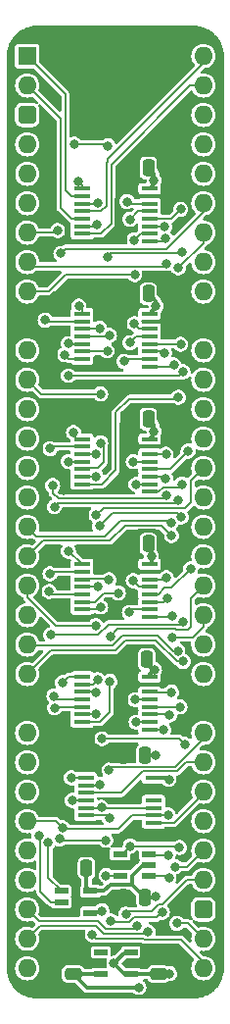
<source format=gbr>
%TF.GenerationSoftware,KiCad,Pcbnew,7.0.5*%
%TF.CreationDate,2024-01-24T07:17:00+02:00*%
%TF.ProjectId,Video Address Selector,56696465-6f20-4416-9464-726573732053,rev?*%
%TF.SameCoordinates,Original*%
%TF.FileFunction,Copper,L1,Top*%
%TF.FilePolarity,Positive*%
%FSLAX46Y46*%
G04 Gerber Fmt 4.6, Leading zero omitted, Abs format (unit mm)*
G04 Created by KiCad (PCBNEW 7.0.5) date 2024-01-24 07:17:00*
%MOMM*%
%LPD*%
G01*
G04 APERTURE LIST*
G04 Aperture macros list*
%AMRoundRect*
0 Rectangle with rounded corners*
0 $1 Rounding radius*
0 $2 $3 $4 $5 $6 $7 $8 $9 X,Y pos of 4 corners*
0 Add a 4 corners polygon primitive as box body*
4,1,4,$2,$3,$4,$5,$6,$7,$8,$9,$2,$3,0*
0 Add four circle primitives for the rounded corners*
1,1,$1+$1,$2,$3*
1,1,$1+$1,$4,$5*
1,1,$1+$1,$6,$7*
1,1,$1+$1,$8,$9*
0 Add four rect primitives between the rounded corners*
20,1,$1+$1,$2,$3,$4,$5,0*
20,1,$1+$1,$4,$5,$6,$7,0*
20,1,$1+$1,$6,$7,$8,$9,0*
20,1,$1+$1,$8,$9,$2,$3,0*%
G04 Aperture macros list end*
%TA.AperFunction,SMDPad,CuDef*%
%ADD10R,1.250000X0.600000*%
%TD*%
%TA.AperFunction,SMDPad,CuDef*%
%ADD11R,1.450000X0.450000*%
%TD*%
%TA.AperFunction,SMDPad,CuDef*%
%ADD12R,1.150000X0.600000*%
%TD*%
%TA.AperFunction,SMDPad,CuDef*%
%ADD13R,1.475000X0.450000*%
%TD*%
%TA.AperFunction,SMDPad,CuDef*%
%ADD14RoundRect,0.250000X0.250000X0.475000X-0.250000X0.475000X-0.250000X-0.475000X0.250000X-0.475000X0*%
%TD*%
%TA.AperFunction,ComponentPad*%
%ADD15R,1.600000X1.600000*%
%TD*%
%TA.AperFunction,ComponentPad*%
%ADD16O,1.600000X1.600000*%
%TD*%
%TA.AperFunction,ComponentPad*%
%ADD17RoundRect,0.400000X-0.400000X-0.400000X0.400000X-0.400000X0.400000X0.400000X-0.400000X0.400000X0*%
%TD*%
%TA.AperFunction,SMDPad,CuDef*%
%ADD18RoundRect,0.250000X0.475000X-0.250000X0.475000X0.250000X-0.475000X0.250000X-0.475000X-0.250000X0*%
%TD*%
%TA.AperFunction,ViaPad*%
%ADD19C,0.800000*%
%TD*%
%TA.AperFunction,Conductor*%
%ADD20C,0.380000*%
%TD*%
%TA.AperFunction,Conductor*%
%ADD21C,0.200000*%
%TD*%
G04 APERTURE END LIST*
D10*
%TO.P,IC9,1,I1*%
%TO.N,/D4*%
X122321000Y-122240000D03*
%TO.P,IC9,2,GND*%
%TO.N,/GND*%
X122321000Y-123190000D03*
%TO.P,IC9,3,I0*%
%TO.N,/C20*%
X122321000Y-124140000D03*
%TO.P,IC9,4,Y*%
%TO.N,/L20*%
X124821000Y-124140000D03*
%TO.P,IC9,5,3V*%
%TO.N,/3.3V*%
X124821000Y-123190000D03*
%TO.P,IC9,6,S*%
%TO.N,/Write Address Bank*%
X124821000Y-122240000D03*
%TD*%
D11*
%TO.P,IC8,1,S*%
%TO.N,/Write Address Bank*%
X119045800Y-106929725D03*
%TO.P,IC8,2,1I0*%
%TO.N,/C16*%
X119045800Y-107579725D03*
%TO.P,IC8,3,1I1*%
%TO.N,/D3*%
X119045800Y-108229725D03*
%TO.P,IC8,4,1Y*%
%TO.N,/L16*%
X119045800Y-108879725D03*
%TO.P,IC8,5,2I0*%
%TO.N,/C17*%
X119045800Y-109529725D03*
%TO.P,IC8,6,2I1*%
%TO.N,/D2*%
X119045800Y-110179725D03*
%TO.P,IC8,7,2Y*%
%TO.N,/L17*%
X119045800Y-110829725D03*
%TO.P,IC8,8,GND*%
%TO.N,/GND*%
X119045800Y-111479725D03*
%TO.P,IC8,9,3Y*%
%TO.N,/L18*%
X124895800Y-111479725D03*
%TO.P,IC8,10,3I1*%
%TO.N,/D1*%
X124895800Y-110829725D03*
%TO.P,IC8,11,3I0*%
%TO.N,/C18*%
X124895800Y-110179725D03*
%TO.P,IC8,12,4Y*%
%TO.N,/L19*%
X124895800Y-109529725D03*
%TO.P,IC8,13,4I1*%
%TO.N,/D0*%
X124895800Y-108879725D03*
%TO.P,IC8,14,4I0*%
%TO.N,/C19*%
X124895800Y-108229725D03*
%TO.P,IC8,15,~{E}*%
%TO.N,/GND*%
X124895800Y-107579725D03*
%TO.P,IC8,16,3V*%
%TO.N,/3.3V*%
X124895800Y-106929725D03*
%TD*%
%TO.P,IC7,1,S*%
%TO.N,/Write Address High*%
X119045800Y-97211720D03*
%TO.P,IC7,2,1I0*%
%TO.N,/C12*%
X119045800Y-97861720D03*
%TO.P,IC7,3,1I1*%
%TO.N,/D7*%
X119045800Y-98511720D03*
%TO.P,IC7,4,1Y*%
%TO.N,/L12*%
X119045800Y-99161720D03*
%TO.P,IC7,5,2I0*%
%TO.N,/C13*%
X119045800Y-99811720D03*
%TO.P,IC7,6,2I1*%
%TO.N,/D6*%
X119045800Y-100461720D03*
%TO.P,IC7,7,2Y*%
%TO.N,/L13*%
X119045800Y-101111720D03*
%TO.P,IC7,8,GND*%
%TO.N,/GND*%
X119045800Y-101761720D03*
%TO.P,IC7,9,3Y*%
%TO.N,/L14*%
X124895800Y-101761720D03*
%TO.P,IC7,10,3I1*%
%TO.N,/D5*%
X124895800Y-101111720D03*
%TO.P,IC7,11,3I0*%
%TO.N,/C14*%
X124895800Y-100461720D03*
%TO.P,IC7,12,4Y*%
%TO.N,/L15*%
X124895800Y-99811720D03*
%TO.P,IC7,13,4I1*%
%TO.N,/D4*%
X124895800Y-99161720D03*
%TO.P,IC7,14,4I0*%
%TO.N,/C15*%
X124895800Y-98511720D03*
%TO.P,IC7,15,~{E}*%
%TO.N,/GND*%
X124895800Y-97861720D03*
%TO.P,IC7,16,3V*%
%TO.N,/3.3V*%
X124895800Y-97211720D03*
%TD*%
%TO.P,IC6,1,S*%
%TO.N,/Write Address High*%
X119045800Y-86401480D03*
%TO.P,IC6,2,1I0*%
%TO.N,/C8*%
X119045800Y-87051480D03*
%TO.P,IC6,3,1I1*%
%TO.N,/D3*%
X119045800Y-87701480D03*
%TO.P,IC6,4,1Y*%
%TO.N,/L8*%
X119045800Y-88351480D03*
%TO.P,IC6,5,2I0*%
%TO.N,/C9*%
X119045800Y-89001480D03*
%TO.P,IC6,6,2I1*%
%TO.N,/D2*%
X119045800Y-89651480D03*
%TO.P,IC6,7,2Y*%
%TO.N,/L9*%
X119045800Y-90301480D03*
%TO.P,IC6,8,GND*%
%TO.N,/GND*%
X119045800Y-90951480D03*
%TO.P,IC6,9,3Y*%
%TO.N,/L10*%
X124895800Y-90951480D03*
%TO.P,IC6,10,3I1*%
%TO.N,/D1*%
X124895800Y-90301480D03*
%TO.P,IC6,11,3I0*%
%TO.N,/C10*%
X124895800Y-89651480D03*
%TO.P,IC6,12,4Y*%
%TO.N,/L11*%
X124895800Y-89001480D03*
%TO.P,IC6,13,4I1*%
%TO.N,/D0*%
X124895800Y-88351480D03*
%TO.P,IC6,14,4I0*%
%TO.N,/C11*%
X124895800Y-87701480D03*
%TO.P,IC6,15,~{E}*%
%TO.N,/GND*%
X124895800Y-87051480D03*
%TO.P,IC6,16,3V*%
%TO.N,/3.3V*%
X124895800Y-86401480D03*
%TD*%
D12*
%TO.P,IC5,1,VIN*%
%TO.N,/5V*%
X123270800Y-132588000D03*
%TO.P,IC5,2,GND*%
%TO.N,/GND*%
X123270800Y-131638000D03*
%TO.P,IC5,3,EN*%
%TO.N,/5V*%
X123270800Y-130688000D03*
%TO.P,IC5,4,ADJ*%
%TO.N,unconnected-(IC5-ADJ-Pad4)*%
X120670800Y-130688000D03*
%TO.P,IC5,5,VOUT*%
%TO.N,/3.3V*%
X120670800Y-132588000D03*
%TD*%
D11*
%TO.P,IC4,1,S*%
%TO.N,/Write Address Low*%
X119045800Y-75591240D03*
%TO.P,IC4,2,1I0*%
%TO.N,/C4*%
X119045800Y-76241240D03*
%TO.P,IC4,3,1I1*%
%TO.N,/D7*%
X119045800Y-76891240D03*
%TO.P,IC4,4,1Y*%
%TO.N,/L4*%
X119045800Y-77541240D03*
%TO.P,IC4,5,2I0*%
%TO.N,/C5*%
X119045800Y-78191240D03*
%TO.P,IC4,6,2I1*%
%TO.N,/D6*%
X119045800Y-78841240D03*
%TO.P,IC4,7,2Y*%
%TO.N,/L5*%
X119045800Y-79491240D03*
%TO.P,IC4,8,GND*%
%TO.N,/GND*%
X119045800Y-80141240D03*
%TO.P,IC4,9,3Y*%
%TO.N,/L6*%
X124895800Y-80141240D03*
%TO.P,IC4,10,3I1*%
%TO.N,/D5*%
X124895800Y-79491240D03*
%TO.P,IC4,11,3I0*%
%TO.N,/C6*%
X124895800Y-78841240D03*
%TO.P,IC4,12,4Y*%
%TO.N,/L7*%
X124895800Y-78191240D03*
%TO.P,IC4,13,4I1*%
%TO.N,/D4*%
X124895800Y-77541240D03*
%TO.P,IC4,14,4I0*%
%TO.N,/C7*%
X124895800Y-76891240D03*
%TO.P,IC4,15,~{E}*%
%TO.N,/GND*%
X124895800Y-76241240D03*
%TO.P,IC4,16,3V*%
%TO.N,/3.3V*%
X124895800Y-75591240D03*
%TD*%
%TO.P,IC3,1,S*%
%TO.N,/Write Address Low*%
X119045800Y-64781000D03*
%TO.P,IC3,2,1I0*%
%TO.N,/C0*%
X119045800Y-65431000D03*
%TO.P,IC3,3,1I1*%
%TO.N,/D3*%
X119045800Y-66081000D03*
%TO.P,IC3,4,1Y*%
%TO.N,/L0*%
X119045800Y-66731000D03*
%TO.P,IC3,5,2I0*%
%TO.N,/C1*%
X119045800Y-67381000D03*
%TO.P,IC3,6,2I1*%
%TO.N,/D2*%
X119045800Y-68031000D03*
%TO.P,IC3,7,2Y*%
%TO.N,/L1*%
X119045800Y-68681000D03*
%TO.P,IC3,8,GND*%
%TO.N,/GND*%
X119045800Y-69331000D03*
%TO.P,IC3,9,3Y*%
%TO.N,/L2*%
X124895800Y-69331000D03*
%TO.P,IC3,10,3I1*%
%TO.N,/D1*%
X124895800Y-68681000D03*
%TO.P,IC3,11,3I0*%
%TO.N,/C2*%
X124895800Y-68031000D03*
%TO.P,IC3,12,4Y*%
%TO.N,/L3*%
X124895800Y-67381000D03*
%TO.P,IC3,13,4I1*%
%TO.N,/D0*%
X124895800Y-66731000D03*
%TO.P,IC3,14,4I0*%
%TO.N,/C3*%
X124895800Y-66081000D03*
%TO.P,IC3,15,~{E}*%
%TO.N,/GND*%
X124895800Y-65431000D03*
%TO.P,IC3,16,3V*%
%TO.N,/3.3V*%
X124895800Y-64781000D03*
%TD*%
D10*
%TO.P,IC2,1,B*%
%TO.N,/Last Pixel + 1*%
X117241000Y-125415000D03*
%TO.P,IC2,2,A*%
%TO.N,/Advance Row*%
X117241000Y-126365000D03*
%TO.P,IC2,3,GND*%
%TO.N,/GND*%
X117241000Y-127315000D03*
%TO.P,IC2,4,Y*%
%TO.N,/LP\u00B7AR*%
X119741000Y-127315000D03*
%TO.P,IC2,5,3V*%
%TO.N,/3.3V*%
X119741000Y-125415000D03*
%TD*%
D13*
%TO.P,IC1,1,1A*%
%TO.N,/Write Address High*%
X119363000Y-115652000D03*
%TO.P,IC1,2,1B*%
%TO.N,/LP\u00B7AR*%
X119363000Y-116302000D03*
%TO.P,IC1,3,1Y*%
%TO.N,/Latch High*%
X119363000Y-116952000D03*
%TO.P,IC1,4,2A*%
%TO.N,/Write Address Low*%
X119363000Y-117602000D03*
%TO.P,IC1,5,2B*%
%TO.N,/LP\u00B7AR*%
X119363000Y-118252000D03*
%TO.P,IC1,6,2Y*%
%TO.N,/Latch Low*%
X119363000Y-118902000D03*
%TO.P,IC1,7,GND*%
%TO.N,/GND*%
X119363000Y-119552000D03*
%TO.P,IC1,8,3Y*%
%TO.N,/Latch Bank*%
X125239000Y-119552000D03*
%TO.P,IC1,9,3A*%
%TO.N,/Write Address Bank*%
X125239000Y-118902000D03*
%TO.P,IC1,10,3B*%
%TO.N,/LP\u00B7AR*%
X125239000Y-118252000D03*
%TO.P,IC1,11,4Y*%
%TO.N,unconnected-(IC1-4Y-Pad11)*%
X125239000Y-117602000D03*
%TO.P,IC1,12,4A*%
%TO.N,/GND*%
X125239000Y-116952000D03*
%TO.P,IC1,13,4B*%
X125239000Y-116302000D03*
%TO.P,IC1,14,3V*%
%TO.N,/3.3V*%
X125239000Y-115652000D03*
%TD*%
D14*
%TO.P,C10,1*%
%TO.N,/3.3V*%
X119425000Y-123444000D03*
%TO.P,C10,2*%
%TO.N,/GND*%
X117525000Y-123444000D03*
%TD*%
%TO.P,C9,1*%
%TO.N,/3.3V*%
X124505000Y-125984000D03*
%TO.P,C9,2*%
%TO.N,/GND*%
X122605000Y-125984000D03*
%TD*%
D15*
%TO.P,J1,1,Pin_1*%
%TO.N,/C0*%
X114300000Y-53340000D03*
D16*
%TO.P,J1,2,Pin_2*%
%TO.N,/C1*%
X114300000Y-55880000D03*
D17*
%TO.P,J1,3,Pin_3*%
%TO.N,/5V*%
X114300000Y-58420000D03*
D16*
%TO.P,J1,4,Pin_4*%
%TO.N,/C2*%
X114300000Y-60960000D03*
%TO.P,J1,5,Pin_5*%
%TO.N,/C3*%
X114300000Y-63500000D03*
%TO.P,J1,6,Pin_6*%
%TO.N,/C4*%
X114300000Y-66040000D03*
%TO.P,J1,7,Pin_7*%
%TO.N,/C5*%
X114300000Y-68580000D03*
%TO.P,J1,8,Pin_8*%
%TO.N,/C6*%
X114300000Y-71120000D03*
%TO.P,J1,9,Pin_9*%
%TO.N,/C7*%
X114300000Y-73660000D03*
D15*
%TO.P,J1,10,Pin_10*%
%TO.N,/GND*%
X114300000Y-76200000D03*
D16*
%TO.P,J1,11,Pin_11*%
%TO.N,/C8*%
X114300000Y-78740000D03*
%TO.P,J1,12,Pin_12*%
%TO.N,/C9*%
X114300000Y-81280000D03*
%TO.P,J1,13,Pin_13*%
%TO.N,/C10*%
X114300000Y-83820000D03*
%TO.P,J1,14,Pin_14*%
%TO.N,/C11*%
X114300000Y-86360000D03*
%TO.P,J1,15,Pin_15*%
%TO.N,/C12*%
X114300000Y-88900000D03*
%TO.P,J1,16,Pin_16*%
%TO.N,/C13*%
X114300000Y-91440000D03*
%TO.P,J1,17,Pin_17*%
%TO.N,/C14*%
X114300000Y-93980000D03*
%TO.P,J1,18,Pin_18*%
%TO.N,/C15*%
X114300000Y-96520000D03*
%TO.P,J1,19,Pin_19*%
%TO.N,/C16*%
X114300000Y-99060000D03*
%TO.P,J1,20,Pin_20*%
%TO.N,/C17*%
X114300000Y-101600000D03*
%TO.P,J1,21,Pin_21*%
%TO.N,/C18*%
X114300000Y-104140000D03*
%TO.P,J1,22,Pin_22*%
%TO.N,/C19*%
X114300000Y-106680000D03*
D15*
%TO.P,J1,23,Pin_23*%
%TO.N,/GND*%
X114300000Y-109220000D03*
D16*
%TO.P,J1,24,Pin_24*%
%TO.N,/C20*%
X114300000Y-111760000D03*
%TO.P,J1,25,Pin_25*%
%TO.N,/Last Pixel + 1*%
X114300000Y-114300000D03*
%TO.P,J1,26,Pin_26*%
%TO.N,/Advance Row*%
X114300000Y-116840000D03*
%TO.P,J1,27,Pin_27*%
%TO.N,/Write Address Bank*%
X114300000Y-119380000D03*
%TO.P,J1,28,Pin_28*%
%TO.N,/Write Address High*%
X114300000Y-121920000D03*
%TO.P,J1,29,Pin_29*%
%TO.N,/Write Address Low*%
X114300000Y-124460000D03*
%TO.P,J1,30,Pin_30*%
%TO.N,/D0*%
X114300000Y-127000000D03*
%TO.P,J1,31,Pin_31*%
%TO.N,/D1*%
X114300000Y-129540000D03*
%TO.P,J1,32,Pin_32*%
%TO.N,/D2*%
X114300000Y-132080000D03*
%TO.P,J1,33,Pin_33*%
%TO.N,/D3*%
X129540000Y-132080000D03*
%TO.P,J1,34,Pin_34*%
%TO.N,/D4*%
X129540000Y-129540000D03*
D17*
%TO.P,J1,35,Pin_35*%
%TO.N,/5V*%
X129540000Y-127000000D03*
D16*
%TO.P,J1,36,Pin_36*%
%TO.N,/D5*%
X129540000Y-124460000D03*
%TO.P,J1,37,Pin_37*%
%TO.N,/D6*%
X129540000Y-121920000D03*
%TO.P,J1,38,Pin_38*%
%TO.N,/D7*%
X129540000Y-119380000D03*
%TO.P,J1,39,Pin_39*%
%TO.N,/Latch Bank*%
X129540000Y-116840000D03*
%TO.P,J1,40,Pin_40*%
%TO.N,/Latch High*%
X129540000Y-114300000D03*
%TO.P,J1,41,Pin_41*%
%TO.N,/Latch Low*%
X129540000Y-111760000D03*
D15*
%TO.P,J1,42,Pin_42*%
%TO.N,/GND*%
X129540000Y-109220000D03*
D16*
%TO.P,J1,43,Pin_43*%
%TO.N,/L20*%
X129540000Y-106680000D03*
%TO.P,J1,44,Pin_44*%
%TO.N,/L19*%
X129540000Y-104140000D03*
%TO.P,J1,45,Pin_45*%
%TO.N,/L18*%
X129540000Y-101600000D03*
%TO.P,J1,46,Pin_46*%
%TO.N,/L17*%
X129540000Y-99060000D03*
%TO.P,J1,47,Pin_47*%
%TO.N,/L16*%
X129540000Y-96520000D03*
%TO.P,J1,48,Pin_48*%
%TO.N,/L15*%
X129540000Y-93980000D03*
%TO.P,J1,49,Pin_49*%
%TO.N,/L14*%
X129540000Y-91440000D03*
%TO.P,J1,50,Pin_50*%
%TO.N,/L13*%
X129540000Y-88900000D03*
%TO.P,J1,51,Pin_51*%
%TO.N,/L12*%
X129540000Y-86360000D03*
%TO.P,J1,52,Pin_52*%
%TO.N,/L11*%
X129540000Y-83820000D03*
%TO.P,J1,53,Pin_53*%
%TO.N,/L10*%
X129540000Y-81280000D03*
%TO.P,J1,54,Pin_54*%
%TO.N,/L9*%
X129540000Y-78740000D03*
D15*
%TO.P,J1,55,Pin_55*%
%TO.N,/GND*%
X129540000Y-76200000D03*
D16*
%TO.P,J1,56,Pin_56*%
%TO.N,/L8*%
X129540000Y-73660000D03*
%TO.P,J1,57,Pin_57*%
%TO.N,/L7*%
X129540000Y-71120000D03*
%TO.P,J1,58,Pin_58*%
%TO.N,/L6*%
X129540000Y-68580000D03*
%TO.P,J1,59,Pin_59*%
%TO.N,/L5*%
X129540000Y-66040000D03*
%TO.P,J1,60,Pin_60*%
%TO.N,/L4*%
X129540000Y-63500000D03*
%TO.P,J1,61,Pin_61*%
%TO.N,/L3*%
X129540000Y-60960000D03*
%TO.P,J1,62,Pin_62*%
%TO.N,/L2*%
X129540000Y-58420000D03*
%TO.P,J1,63,Pin_63*%
%TO.N,/L1*%
X129540000Y-55880000D03*
%TO.P,J1,64,Pin_64*%
%TO.N,/L0*%
X129540000Y-53340000D03*
%TD*%
D18*
%TO.P,C5,1*%
%TO.N,/3.3V*%
X118287800Y-132572000D03*
%TO.P,C5,2*%
%TO.N,/GND*%
X118287800Y-130672000D03*
%TD*%
D14*
%TO.P,C2,1*%
%TO.N,/3.3V*%
X124632000Y-105410000D03*
%TO.P,C2,2*%
%TO.N,/GND*%
X122732000Y-105410000D03*
%TD*%
D18*
%TO.P,C4,1*%
%TO.N,/5V*%
X125653800Y-132572000D03*
%TO.P,C4,2*%
%TO.N,/GND*%
X125653800Y-130672000D03*
%TD*%
D14*
%TO.P,C6,1*%
%TO.N,/3.3V*%
X124784400Y-84683600D03*
%TO.P,C6,2*%
%TO.N,/GND*%
X122884400Y-84683600D03*
%TD*%
%TO.P,C3,1*%
%TO.N,/3.3V*%
X124784400Y-95453200D03*
%TO.P,C3,2*%
%TO.N,/GND*%
X122884400Y-95453200D03*
%TD*%
%TO.P,C7,1*%
%TO.N,/3.3V*%
X124784400Y-73863200D03*
%TO.P,C7,2*%
%TO.N,/GND*%
X122884400Y-73863200D03*
%TD*%
%TO.P,C1,1*%
%TO.N,/3.3V*%
X124505000Y-113665000D03*
%TO.P,C1,2*%
%TO.N,/GND*%
X122605000Y-113665000D03*
%TD*%
%TO.P,C8,1*%
%TO.N,/3.3V*%
X124784400Y-62992000D03*
%TO.P,C8,2*%
%TO.N,/GND*%
X122884400Y-62992000D03*
%TD*%
D19*
%TO.N,/GND*%
X117094020Y-106045000D03*
%TO.N,/3.3V*%
X125447687Y-125886304D03*
%TO.N,/GND*%
X123609889Y-122744318D03*
X123317000Y-126111000D03*
%TO.N,/Latch Low*%
X121412000Y-119126000D03*
X121378248Y-114974754D03*
%TO.N,/3.3V*%
X125413619Y-113665000D03*
X126554000Y-115790000D03*
%TO.N,/Write Address High*%
X118110000Y-115652000D03*
%TO.N,/Write Address Low*%
X118169999Y-117602000D03*
%TO.N,/Write Address Bank*%
X126492000Y-122301000D03*
X126492000Y-118851982D03*
%TO.N,/L20*%
X126564972Y-124282775D03*
%TO.N,/LP\u00B7AR*%
X120609154Y-116202000D03*
X120777000Y-127127000D03*
X120712008Y-118202000D03*
%TO.N,/Last Pixel + 1*%
X116126295Y-121220000D03*
%TO.N,/Advance Row*%
X115321251Y-120626782D03*
%TO.N,/C20*%
X121131001Y-124079000D03*
X121093000Y-121031000D03*
X117083719Y-120931305D03*
%TO.N,/D3*%
X120213206Y-108249030D03*
%TO.N,/C16*%
X120389736Y-107160797D03*
X120233521Y-102502642D03*
%TO.N,/5V*%
X126619000Y-132552400D03*
X121793000Y-131663400D03*
%TO.N,/GND*%
X123698000Y-62230000D03*
X126365000Y-86487000D03*
X116453637Y-69737368D03*
X116738400Y-80137000D03*
X126619000Y-130672000D03*
X117442311Y-90848198D03*
X116332000Y-62230000D03*
X126619000Y-81661000D03*
X117221000Y-130571200D03*
X117221000Y-101473000D03*
X116459000Y-111429765D03*
X116670000Y-93788000D03*
X126978280Y-127089756D03*
X116205000Y-72390000D03*
X127198252Y-95758000D03*
X127000000Y-117348000D03*
%TO.N,/3.3V*%
X125038000Y-96520000D03*
X125272800Y-64058800D03*
X123952010Y-133731000D03*
X125305000Y-106304445D03*
X125449621Y-74930000D03*
X125272800Y-85750400D03*
%TO.N,/Write Address Low*%
X118702000Y-64200000D03*
X118766652Y-74930000D03*
%TO.N,/Write Address High*%
X118301120Y-85851982D03*
X117861000Y-96077000D03*
%TO.N,/Write Address Bank*%
X117367859Y-119972519D03*
X117347994Y-107442000D03*
%TO.N,/D3*%
X120221763Y-87698013D03*
X119933827Y-129208000D03*
X120383621Y-66027621D03*
%TO.N,/D2*%
X120254798Y-89612306D03*
X120242767Y-110129725D03*
X120305600Y-67888334D03*
%TO.N,/L2*%
X126261258Y-69090791D03*
%TO.N,/D1*%
X123571000Y-69215000D03*
X123712000Y-90322400D03*
X124751712Y-128938862D03*
X123731000Y-110838185D03*
%TO.N,/C2*%
X126173000Y-68081000D03*
X118364006Y-60960000D03*
X121285000Y-61087000D03*
%TO.N,/L3*%
X127573000Y-66574093D03*
%TO.N,/D0*%
X123636578Y-108894379D03*
X123464400Y-88353025D03*
X123821765Y-128408000D03*
X123190000Y-67437000D03*
%TO.N,/C3*%
X122936000Y-65913000D03*
%TO.N,/C4*%
X115850518Y-76140622D03*
%TO.N,/D7*%
X121366484Y-98552005D03*
X120777000Y-112268000D03*
X127954000Y-112762689D03*
X120566659Y-76841240D03*
%TO.N,/L4*%
X121242370Y-70677000D03*
X121412000Y-77470000D03*
X127711525Y-70307525D03*
%TO.N,/C5*%
X116919345Y-68397000D03*
X117860724Y-78177832D03*
%TO.N,/D6*%
X121227048Y-78797952D03*
X125989895Y-127241742D03*
X122174000Y-99695000D03*
X127080000Y-123316996D03*
X121539000Y-128007992D03*
%TO.N,/L5*%
X117215226Y-70385431D03*
X117528400Y-79121000D03*
%TO.N,/L6*%
X127381000Y-71628000D03*
X126982748Y-79996684D03*
%TO.N,/D5*%
X122682971Y-79703865D03*
X122845577Y-127404288D03*
X123128002Y-101378440D03*
%TO.N,/C6*%
X126365000Y-71247000D03*
X126170000Y-78994000D03*
%TO.N,/L7*%
X127570000Y-78230461D03*
%TO.N,/D4*%
X123195285Y-78084235D03*
X127480000Y-121666000D03*
X123212002Y-121539000D03*
X123477802Y-98638426D03*
X127255145Y-128210951D03*
%TO.N,/C7*%
X123571000Y-76454000D03*
X123597588Y-72207645D03*
%TO.N,/C8*%
X116289000Y-87237154D03*
%TO.N,/L8*%
X117869000Y-88351480D03*
X117869000Y-80931240D03*
X127774379Y-80607688D03*
%TO.N,/C9*%
X120650004Y-86741000D03*
X120650000Y-82511240D03*
%TO.N,/L9*%
X127381000Y-82804000D03*
%TO.N,/L10*%
X127697000Y-90297000D03*
%TO.N,/C10*%
X116500000Y-90424000D03*
X126373637Y-91248198D03*
X126266000Y-89789000D03*
%TO.N,/L11*%
X128208000Y-87437892D03*
%TO.N,/C11*%
X126300034Y-87701102D03*
X127396263Y-91648198D03*
X116652311Y-92255517D03*
%TO.N,/C12*%
X116270000Y-98028289D03*
%TO.N,/L12*%
X120543722Y-93925527D03*
X127632192Y-93135676D03*
X120447784Y-99144906D03*
%TO.N,/C13*%
X116205000Y-99568000D03*
%TO.N,/L13*%
X120269000Y-92964000D03*
X120654478Y-100911150D03*
%TO.N,/L14*%
X126825069Y-101704998D03*
%TO.N,/C14*%
X126401134Y-100130939D03*
X126746000Y-93599000D03*
%TO.N,/L15*%
X128443222Y-97611193D03*
%TO.N,/C15*%
X126332811Y-98368859D03*
X126790706Y-94725007D03*
%TO.N,/L16*%
X116617545Y-108581413D03*
X116332000Y-103313000D03*
X127753623Y-102151213D03*
%TO.N,/C17*%
X116648136Y-109601954D03*
%TO.N,/L17*%
X121441000Y-107322211D03*
X121507798Y-103435243D03*
%TO.N,/L18*%
X126873000Y-103504994D03*
X126108320Y-111477045D03*
%TO.N,/C18*%
X127333145Y-104695231D03*
X126623778Y-110229725D03*
%TO.N,/L19*%
X127508000Y-109524765D03*
%TO.N,/C19*%
X126778276Y-108254765D03*
X127798158Y-105595713D03*
%TD*%
D20*
%TO.N,/GND*%
X114300000Y-76200000D02*
X116636800Y-73863200D01*
D21*
%TO.N,/C7*%
X117599390Y-72207645D02*
X123597588Y-72207645D01*
X116147035Y-73660000D02*
X117599390Y-72207645D01*
X114300000Y-73660000D02*
X116147035Y-73660000D01*
D20*
%TO.N,/GND*%
X116636800Y-73863200D02*
X122884400Y-73863200D01*
X126604000Y-116952000D02*
X127000000Y-117348000D01*
X125239000Y-116952000D02*
X126604000Y-116952000D01*
X128778000Y-115570000D02*
X127000000Y-117348000D01*
X129952915Y-115570000D02*
X128778000Y-115570000D01*
D21*
%TO.N,/Latch Bank*%
X126981050Y-119552000D02*
X125239000Y-119552000D01*
X129439050Y-117094000D02*
X126981050Y-119552000D01*
%TO.N,/Write Address Bank*%
X126441982Y-118902000D02*
X126492000Y-118851982D01*
X125239000Y-118902000D02*
X126441982Y-118902000D01*
D20*
%TO.N,/GND*%
X122478000Y-126111000D02*
X118256000Y-126111000D01*
D21*
%TO.N,/LP\u00B7AR*%
X120589000Y-127315000D02*
X120777000Y-127127000D01*
X119741000Y-127315000D02*
X120589000Y-127315000D01*
D20*
%TO.N,/GND*%
X119906292Y-101712642D02*
X119892214Y-101726720D01*
X121655671Y-101712642D02*
X119906292Y-101712642D01*
X123063000Y-99340853D02*
X123063000Y-100305313D01*
X122633076Y-98910929D02*
X123063000Y-99340853D01*
X123063000Y-100305313D02*
X121655671Y-101712642D01*
X122633076Y-95654524D02*
X122633076Y-98910929D01*
X119892214Y-101726720D02*
X119080800Y-101726720D01*
D21*
%TO.N,/D6*%
X120880678Y-99695000D02*
X122174000Y-99695000D01*
X120118678Y-100457000D02*
X120880678Y-99695000D01*
X119050520Y-100457000D02*
X120118678Y-100457000D01*
%TO.N,/D7*%
X121259385Y-98444906D02*
X121366484Y-98552005D01*
X119112614Y-98444906D02*
X121259385Y-98444906D01*
%TO.N,/L12*%
X119045800Y-99161720D02*
X120430970Y-99161720D01*
%TO.N,/D5*%
X124895800Y-101111720D02*
X123394722Y-101111720D01*
X123394722Y-101111720D02*
X123128002Y-101378440D01*
%TO.N,/D4*%
X124895800Y-99161720D02*
X124001096Y-99161720D01*
X124001096Y-99161720D02*
X123477802Y-98638426D01*
%TO.N,/L12*%
X120430970Y-99161720D02*
X120447784Y-99144906D01*
%TO.N,/D4*%
X128210951Y-128210951D02*
X127255145Y-128210951D01*
X129540000Y-129540000D02*
X128210951Y-128210951D01*
D20*
%TO.N,/GND*%
X130730000Y-124985000D02*
X129905000Y-125810000D01*
X130730000Y-116347085D02*
X130730000Y-124985000D01*
X129952915Y-115570000D02*
X130730000Y-116347085D01*
D21*
%TO.N,/D6*%
X121649058Y-128118050D02*
X123121765Y-128118050D01*
X121539000Y-128007992D02*
X121649058Y-128118050D01*
X123534066Y-127705749D02*
X125525888Y-127705749D01*
X123121765Y-128118050D02*
X123534066Y-127705749D01*
D20*
%TO.N,/GND*%
X129905000Y-125810000D02*
X128258036Y-125810000D01*
%TO.N,/3.3V*%
X125349991Y-125984000D02*
X125447687Y-125886304D01*
X124505000Y-125984000D02*
X125349991Y-125984000D01*
%TO.N,/GND*%
X128258036Y-125810000D02*
X126978280Y-127089756D01*
D21*
%TO.N,/D5*%
X125693666Y-126541742D02*
X125066743Y-127168665D01*
X126022995Y-126541742D02*
X125693666Y-126541742D01*
X125066743Y-127168665D02*
X123081200Y-127168665D01*
X129540000Y-124460000D02*
X128104737Y-124460000D01*
X128104737Y-124460000D02*
X126022995Y-126541742D01*
%TO.N,/D6*%
X125525888Y-127705749D02*
X125989895Y-127241742D01*
%TO.N,/D5*%
X123081200Y-127168665D02*
X122845577Y-127404288D01*
D20*
%TO.N,/GND*%
X123164207Y-123190000D02*
X123609889Y-122744318D01*
%TO.N,/3.3V*%
X124281448Y-123190000D02*
X123362000Y-124109448D01*
X124821000Y-123190000D02*
X124281448Y-123190000D01*
%TO.N,/GND*%
X122321000Y-123190000D02*
X123164207Y-123190000D01*
%TO.N,/3.3V*%
X123362000Y-124109448D02*
X123362000Y-124841000D01*
D21*
%TO.N,/L12*%
X121721051Y-92748198D02*
X127244714Y-92748198D01*
%TO.N,/C14*%
X120993001Y-94779999D02*
X122325535Y-93447465D01*
X114300000Y-93980000D02*
X115099999Y-94779999D01*
%TO.N,/L12*%
X127244714Y-92748198D02*
X127632192Y-93135676D01*
D20*
%TO.N,/GND*%
X126706470Y-95758000D02*
X127198252Y-95758000D01*
D21*
%TO.N,/C14*%
X115099999Y-94779999D02*
X120993001Y-94779999D01*
D20*
%TO.N,/GND*%
X126000706Y-95052236D02*
X126706470Y-95758000D01*
X126000706Y-95039409D02*
X126000706Y-95052236D01*
X125299497Y-94338200D02*
X126000706Y-95039409D01*
D21*
%TO.N,/C14*%
X126594465Y-93447465D02*
X126746000Y-93599000D01*
%TO.N,/C15*%
X122802171Y-93848200D02*
X125878248Y-93848200D01*
X121470372Y-95179999D02*
X122802171Y-93848200D01*
%TO.N,/L12*%
X120543722Y-93925527D02*
X121721051Y-92748198D01*
%TO.N,/C15*%
X115640001Y-95179999D02*
X121470372Y-95179999D01*
X114300000Y-96520000D02*
X115640001Y-95179999D01*
X126755055Y-94725007D02*
X126790706Y-94725007D01*
X125878248Y-93848200D02*
X126755055Y-94725007D01*
D20*
%TO.N,/GND*%
X123999400Y-94338200D02*
X125299497Y-94338200D01*
D21*
%TO.N,/C14*%
X122325535Y-93447465D02*
X126594465Y-93447465D01*
D20*
%TO.N,/GND*%
X122884400Y-95453200D02*
X123999400Y-94338200D01*
X127678252Y-95278000D02*
X127198252Y-95758000D01*
X129924915Y-95278000D02*
X127678252Y-95278000D01*
D21*
%TO.N,/D4*%
X127353000Y-121539000D02*
X127480000Y-121666000D01*
%TO.N,/D6*%
X128143004Y-123316996D02*
X127080000Y-123316996D01*
X129540000Y-121920000D02*
X128143004Y-123316996D01*
%TO.N,/D4*%
X123212002Y-121539000D02*
X127353000Y-121539000D01*
%TO.N,/D3*%
X120233827Y-129508000D02*
X119933827Y-129208000D01*
X124330900Y-129508000D02*
X120233827Y-129508000D01*
X127606862Y-129638862D02*
X124461762Y-129638862D01*
X129540000Y-131572000D02*
X127606862Y-129638862D01*
%TO.N,/D1*%
X124582574Y-129108000D02*
X124751712Y-128938862D01*
X120948363Y-129108000D02*
X124582574Y-129108000D01*
X115424000Y-128416000D02*
X120256363Y-128416000D01*
X114300000Y-129540000D02*
X115424000Y-128416000D01*
X120256363Y-128416000D02*
X120948363Y-129108000D01*
%TO.N,/D0*%
X123521765Y-128708000D02*
X123821765Y-128408000D01*
X115316000Y-128016000D02*
X120422048Y-128016000D01*
X114300000Y-127000000D02*
X115316000Y-128016000D01*
D20*
%TO.N,/GND*%
X124064600Y-129998000D02*
X124738600Y-130672000D01*
X118961800Y-129998000D02*
X124064600Y-129998000D01*
X118287800Y-130672000D02*
X118961800Y-129998000D01*
D21*
%TO.N,/D0*%
X121114048Y-128708000D02*
X123521765Y-128708000D01*
%TO.N,/D3*%
X124461762Y-129638862D02*
X124330900Y-129508000D01*
%TO.N,/D0*%
X120422048Y-128016000D02*
X121114048Y-128708000D01*
D20*
%TO.N,/GND*%
X118256000Y-126111000D02*
X118256000Y-124606000D01*
X118256000Y-127305000D02*
X118256000Y-126111000D01*
%TO.N,/3.3V*%
X120917756Y-125404000D02*
X121480756Y-124841000D01*
X119874000Y-125404000D02*
X120917756Y-125404000D01*
X121480756Y-124841000D02*
X123362000Y-124841000D01*
%TO.N,/GND*%
X118640000Y-122329000D02*
X117525000Y-123444000D01*
X119940097Y-122329000D02*
X118640000Y-122329000D01*
X120801097Y-123190000D02*
X119940097Y-122329000D01*
X122321000Y-123190000D02*
X120801097Y-123190000D01*
X119045800Y-112475200D02*
X119045800Y-111479725D01*
X118745000Y-113665000D02*
X118745000Y-112776000D01*
X118745000Y-112776000D02*
X119045800Y-112475200D01*
X117320000Y-115090000D02*
X118745000Y-113665000D01*
X118409000Y-119552000D02*
X117320000Y-118463000D01*
X118745000Y-113665000D02*
X122605000Y-113665000D01*
X119363000Y-119552000D02*
X118409000Y-119552000D01*
X117320000Y-118463000D02*
X117320000Y-115090000D01*
X117509720Y-101761720D02*
X117221000Y-101473000D01*
X119045800Y-101761720D02*
X117509720Y-101761720D01*
X117094020Y-106425980D02*
X117094020Y-106045000D01*
X114300000Y-109220000D02*
X117094020Y-106425980D01*
X117729020Y-105410000D02*
X117094020Y-106045000D01*
X122732000Y-105410000D02*
X117729020Y-105410000D01*
D21*
%TO.N,/C19*%
X127243677Y-105595713D02*
X127798158Y-105595713D01*
X125424964Y-103777000D02*
X127243677Y-105595713D01*
X122791000Y-103777000D02*
X125424964Y-103777000D01*
X121920000Y-104648000D02*
X122791000Y-103777000D01*
%TO.N,/C18*%
X122556000Y-103377000D02*
X125590650Y-103377000D01*
X121685000Y-104248000D02*
X122556000Y-103377000D01*
X125590650Y-103377000D02*
X126908881Y-104695231D01*
X126908881Y-104695231D02*
X127333145Y-104695231D01*
%TO.N,/C19*%
X114300000Y-106680000D02*
X116332000Y-104648000D01*
%TO.N,/C18*%
X114754000Y-104248000D02*
X121685000Y-104248000D01*
%TO.N,/C19*%
X116332000Y-104648000D02*
X121920000Y-104648000D01*
%TO.N,/L13*%
X120884802Y-92348198D02*
X120269000Y-92964000D01*
X127967752Y-92348198D02*
X120884802Y-92348198D01*
X128440000Y-90000000D02*
X128440000Y-91875950D01*
X129540000Y-88900000D02*
X128440000Y-90000000D01*
X128440000Y-91875950D02*
X127967752Y-92348198D01*
%TO.N,/C11*%
X116652311Y-92255517D02*
X116959630Y-91948198D01*
X116959630Y-91948198D02*
X127096263Y-91948198D01*
X127096263Y-91948198D02*
X127396263Y-91648198D01*
%TO.N,/C10*%
X126073637Y-91548198D02*
X126373637Y-91248198D01*
D20*
%TO.N,/GND*%
X119045800Y-90951480D02*
X117545593Y-90951480D01*
D21*
%TO.N,/C10*%
X116990718Y-91548198D02*
X126073637Y-91548198D01*
X116500000Y-91057480D02*
X116990718Y-91548198D01*
D20*
%TO.N,/GND*%
X117545593Y-90951480D02*
X117442311Y-90848198D01*
D21*
%TO.N,/C10*%
X116500000Y-90424000D02*
X116500000Y-91057480D01*
%TO.N,/L10*%
X126083687Y-90548198D02*
X127445802Y-90548198D01*
X125680405Y-90951480D02*
X126083687Y-90548198D01*
X124895800Y-90951480D02*
X125680405Y-90951480D01*
X127445802Y-90548198D02*
X127697000Y-90297000D01*
%TO.N,/L15*%
X126805415Y-99249000D02*
X128443222Y-97611193D01*
X126184784Y-99249000D02*
X126805415Y-99249000D01*
X125622064Y-99811720D02*
X126184784Y-99249000D01*
X124895800Y-99811720D02*
X125622064Y-99811720D01*
%TO.N,/C15*%
X126189950Y-98511720D02*
X126332811Y-98368859D01*
X124895800Y-98511720D02*
X126189950Y-98511720D01*
%TO.N,/Write Address Bank*%
X124887730Y-122306730D02*
X126486270Y-122306730D01*
X126486270Y-122306730D02*
X126492000Y-122301000D01*
%TO.N,/L20*%
X124821000Y-124140000D02*
X126422197Y-124140000D01*
X126422197Y-124140000D02*
X126564972Y-124282775D01*
%TO.N,/D4*%
X122511002Y-122240000D02*
X123212002Y-121539000D01*
D20*
%TO.N,/3.3V*%
X124505000Y-113665000D02*
X125413619Y-113665000D01*
X123362000Y-124841000D02*
X124505000Y-125984000D01*
%TO.N,/GND*%
X123190000Y-125984000D02*
X123317000Y-126111000D01*
X122605000Y-125984000D02*
X123190000Y-125984000D01*
D21*
%TO.N,/C20*%
X121192001Y-124140000D02*
X121131001Y-124079000D01*
X122321000Y-124140000D02*
X121192001Y-124140000D01*
%TO.N,/Write Address Bank*%
X117481878Y-120086538D02*
X117367859Y-119972519D01*
X123335052Y-118902000D02*
X122150514Y-120086538D01*
X125239000Y-118902000D02*
X123335052Y-118902000D01*
X122150514Y-120086538D02*
X117481878Y-120086538D01*
X116775340Y-119380000D02*
X117367859Y-119972519D01*
X114300000Y-119380000D02*
X116775340Y-119380000D01*
%TO.N,/Advance Row*%
X115426295Y-125459295D02*
X115426295Y-120731826D01*
X116332000Y-126365000D02*
X115426295Y-125459295D01*
X117241000Y-126365000D02*
X116332000Y-126365000D01*
%TO.N,/C20*%
X117183414Y-121031000D02*
X117083719Y-120931305D01*
X121093000Y-121031000D02*
X117183414Y-121031000D01*
%TO.N,/Last Pixel + 1*%
X117241000Y-125415000D02*
X116126295Y-124300295D01*
%TO.N,/Advance Row*%
X115426295Y-120731826D02*
X115321251Y-120626782D01*
%TO.N,/Last Pixel + 1*%
X116126295Y-124300295D02*
X116126295Y-121220000D01*
D20*
%TO.N,/3.3V*%
X124895800Y-106713645D02*
X125305000Y-106304445D01*
X124895800Y-106929725D02*
X124895800Y-106713645D01*
X125120045Y-106304445D02*
X125305000Y-106304445D01*
X124895800Y-106080200D02*
X125120045Y-106304445D01*
D21*
%TO.N,/L17*%
X121441000Y-110003765D02*
X121441000Y-107322211D01*
X120615040Y-110829725D02*
X121441000Y-110003765D01*
X119045800Y-110829725D02*
X120615040Y-110829725D01*
%TO.N,/C19*%
X124920840Y-108254765D02*
X126778276Y-108254765D01*
%TO.N,/L17*%
X122138043Y-102804998D02*
X121507798Y-103435243D01*
X127227952Y-102870000D02*
X127162950Y-102804998D01*
X128453623Y-102622877D02*
X128206500Y-102870000D01*
X128453623Y-101861263D02*
X128453623Y-102622877D01*
X128206500Y-102870000D02*
X127227952Y-102870000D01*
X128440000Y-101847640D02*
X128453623Y-101861263D01*
X128440000Y-100160000D02*
X128440000Y-101847640D01*
X129540000Y-99060000D02*
X128440000Y-100160000D01*
X127162950Y-102804998D02*
X122138043Y-102804998D01*
%TO.N,/C16*%
X119970808Y-107579725D02*
X120389736Y-107160797D01*
X119045800Y-107579725D02*
X119970808Y-107579725D01*
%TO.N,/D0*%
X123651232Y-108879725D02*
X123636578Y-108894379D01*
X124895800Y-108879725D02*
X123651232Y-108879725D01*
%TO.N,/L16*%
X121321115Y-102404998D02*
X120413113Y-103313000D01*
X127499838Y-102404998D02*
X121321115Y-102404998D01*
X120413113Y-103313000D02*
X116332000Y-103313000D01*
X127753623Y-102151213D02*
X127499838Y-102404998D01*
%TO.N,/C16*%
X120219427Y-102516736D02*
X120233521Y-102502642D01*
X116772371Y-102516736D02*
X120219427Y-102516736D01*
X114300000Y-100044365D02*
X116772371Y-102516736D01*
X114300000Y-99060000D02*
X114300000Y-100044365D01*
%TO.N,/LP\u00B7AR*%
X120662008Y-118252000D02*
X120712008Y-118202000D01*
X120762008Y-118252000D02*
X120712008Y-118202000D01*
X125239000Y-118252000D02*
X120762008Y-118252000D01*
%TO.N,/Latch Low*%
X121188000Y-118902000D02*
X121412000Y-119126000D01*
%TO.N,/LP\u00B7AR*%
X119363000Y-118252000D02*
X120662008Y-118252000D01*
%TO.N,/Latch Low*%
X119363000Y-118902000D02*
X121188000Y-118902000D01*
X127118000Y-114690000D02*
X121663002Y-114690000D01*
X129540000Y-112268000D02*
X127118000Y-114690000D01*
X121663002Y-114690000D02*
X121378248Y-114974754D01*
%TO.N,/Latch High*%
X128073686Y-114300000D02*
X129540000Y-114300000D01*
X127283686Y-115090000D02*
X128073686Y-114300000D01*
X124305000Y-115090000D02*
X127283686Y-115090000D01*
X119363000Y-116952000D02*
X122443000Y-116952000D01*
X122443000Y-116952000D02*
X124305000Y-115090000D01*
D20*
%TO.N,/3.3V*%
X126416000Y-115652000D02*
X126554000Y-115790000D01*
X125239000Y-115652000D02*
X126416000Y-115652000D01*
D21*
%TO.N,/D7*%
X120777000Y-112268000D02*
X127459311Y-112268000D01*
X127459311Y-112268000D02*
X127954000Y-112762689D01*
%TO.N,/Write Address High*%
X119363000Y-115652000D02*
X118110000Y-115652000D01*
%TO.N,/LP\u00B7AR*%
X119363000Y-116302000D02*
X120509154Y-116302000D01*
X120509154Y-116302000D02*
X120609154Y-116202000D01*
D20*
%TO.N,/GND*%
X122833600Y-109449365D02*
X122833600Y-105511600D01*
X120804965Y-111478000D02*
X122833600Y-109449365D01*
X119047525Y-111478000D02*
X120804965Y-111478000D01*
X125239000Y-116302000D02*
X125239000Y-116952000D01*
D21*
%TO.N,/Write Address Low*%
X119363000Y-117602000D02*
X118169999Y-117602000D01*
%TO.N,/L18*%
X126105640Y-111479725D02*
X126108320Y-111477045D01*
X124895800Y-111479725D02*
X126105640Y-111479725D01*
D20*
%TO.N,/GND*%
X118256000Y-124606000D02*
X117525000Y-123875000D01*
X118246000Y-127315000D02*
X118256000Y-127305000D01*
X117241000Y-127315000D02*
X118246000Y-127315000D01*
%TO.N,/3.3V*%
X119425000Y-125099000D02*
X119425000Y-123444000D01*
X119741000Y-125415000D02*
X119425000Y-125099000D01*
X119446800Y-133731000D02*
X123952010Y-133731000D01*
X118287800Y-132572000D02*
X119446800Y-133731000D01*
%TO.N,/GND*%
X113712000Y-130730000D02*
X117062200Y-130730000D01*
X113048000Y-130066000D02*
X113712000Y-130730000D01*
X117062200Y-130730000D02*
X117221000Y-130571200D01*
X113048000Y-110472000D02*
X113048000Y-130066000D01*
X114300000Y-109220000D02*
X113048000Y-110472000D01*
D21*
%TO.N,/D3*%
X120193901Y-108229725D02*
X120213206Y-108249030D01*
X119045800Y-108229725D02*
X120193901Y-108229725D01*
%TO.N,/Write Address Bank*%
X119045800Y-106929725D02*
X117860269Y-106929725D01*
%TO.N,/L16*%
X116915857Y-108879725D02*
X116617545Y-108581413D01*
X119045800Y-108879725D02*
X116915857Y-108879725D01*
%TO.N,/C17*%
X119045800Y-109529725D02*
X116720365Y-109529725D01*
X116720365Y-109529725D02*
X116648136Y-109601954D01*
%TO.N,/Write Address Bank*%
X117860269Y-106929725D02*
X117347994Y-107442000D01*
D20*
%TO.N,/GND*%
X125222000Y-104267000D02*
X129540000Y-108585000D01*
X123444000Y-104267000D02*
X125222000Y-104267000D01*
X129540000Y-108585000D02*
X129540000Y-109220000D01*
X122732000Y-104979000D02*
X123444000Y-104267000D01*
D21*
%TO.N,/L18*%
X128619371Y-103504994D02*
X126873000Y-103504994D01*
X129540000Y-102584365D02*
X128619371Y-103504994D01*
X129540000Y-101600000D02*
X129540000Y-102584365D01*
%TO.N,/C14*%
X126070353Y-100461720D02*
X126401134Y-100130939D01*
%TO.N,/L14*%
X126768347Y-101761720D02*
X126825069Y-101704998D01*
X124895800Y-101761720D02*
X126768347Y-101761720D01*
%TO.N,/C14*%
X124895800Y-100461720D02*
X126070353Y-100461720D01*
%TO.N,/L13*%
X119045800Y-101111720D02*
X120453908Y-101111720D01*
X120453908Y-101111720D02*
X120654478Y-100911150D01*
D20*
%TO.N,/5V*%
X125653800Y-132572000D02*
X126599400Y-132572000D01*
X125653800Y-132572000D02*
X123286800Y-132572000D01*
X122768400Y-130688000D02*
X121793000Y-131663400D01*
X126599400Y-132572000D02*
X126619000Y-132552400D01*
X122717600Y-132588000D02*
X121793000Y-131663400D01*
X123270800Y-132588000D02*
X122717600Y-132588000D01*
X123270800Y-130688000D02*
X122768400Y-130688000D01*
%TO.N,/GND*%
X129952915Y-115570000D02*
X130810000Y-114712915D01*
X130730000Y-71708000D02*
X130048000Y-72390000D01*
X130048000Y-72390000D02*
X127863229Y-72390000D01*
X124023720Y-97861720D02*
X122884400Y-96722400D01*
X119045800Y-111479725D02*
X116508960Y-111479725D01*
X123698000Y-62230000D02*
X123646400Y-62230000D01*
X126624697Y-73527303D02*
X129297394Y-76200000D01*
X130730000Y-77390000D02*
X130730000Y-82155000D01*
X124051000Y-61877000D02*
X128679000Y-61877000D01*
X130032915Y-62310000D02*
X130730000Y-63007085D01*
X113110000Y-75010000D02*
X113110000Y-63007085D01*
X124895800Y-65431000D02*
X123790800Y-65431000D01*
X124895800Y-76241240D02*
X129498760Y-76241240D01*
X122285407Y-74462193D02*
X122285407Y-78984193D01*
X126619000Y-81661000D02*
X126558760Y-81721240D01*
X130255000Y-82630000D02*
X128546035Y-82630000D01*
X129980915Y-95278000D02*
X130730000Y-96027085D01*
X130730000Y-96027085D02*
X130730000Y-108030000D01*
X122478800Y-85089200D02*
X122478800Y-89484200D01*
X126365000Y-86487000D02*
X126365000Y-86518907D01*
X116742640Y-80141240D02*
X116738400Y-80137000D01*
X113110000Y-63007085D02*
X113887085Y-62230000D01*
X126679240Y-81721240D02*
X126619000Y-81661000D01*
X123790800Y-65431000D02*
X123181400Y-64821600D01*
X116860005Y-69331000D02*
X116453637Y-69737368D01*
X114300000Y-76200000D02*
X113110000Y-77390000D01*
X127859251Y-85090000D02*
X126462251Y-86487000D01*
X130730000Y-63007085D02*
X130730000Y-71708000D01*
X130048000Y-72390000D02*
X130730000Y-73072000D01*
X113110000Y-108030000D02*
X114300000Y-109220000D01*
X130730000Y-84312915D02*
X130730000Y-83105000D01*
X116508960Y-111479725D02*
X116459000Y-111429765D01*
X126462251Y-86487000D02*
X126365000Y-86487000D01*
X127637275Y-81721240D02*
X126679240Y-81721240D01*
X126440880Y-83568600D02*
X127962280Y-85090000D01*
X118187000Y-130571200D02*
X117221000Y-130571200D01*
X126558760Y-81721240D02*
X116900240Y-81721240D01*
X130730000Y-75010000D02*
X129540000Y-76200000D01*
X122884400Y-96722400D02*
X122884400Y-95453200D01*
X123999400Y-83568600D02*
X126440880Y-83568600D01*
X122884400Y-84683600D02*
X123999400Y-83568600D01*
X130730000Y-94472915D02*
X130730000Y-85867085D01*
X130730000Y-108030000D02*
X129540000Y-109220000D01*
X128679000Y-61877000D02*
X129112000Y-62310000D01*
X116738400Y-78638400D02*
X116738400Y-80137000D01*
X122478800Y-89484200D02*
X121011520Y-90951480D01*
X126365000Y-86518907D02*
X125832427Y-87051480D01*
X126725926Y-73527303D02*
X126624697Y-73527303D01*
X119045800Y-80141240D02*
X116742640Y-80141240D01*
X130730000Y-83105000D02*
X130255000Y-82630000D01*
X130810000Y-110490000D02*
X129540000Y-109220000D01*
X123059187Y-73863200D02*
X124278387Y-72644000D01*
X123270800Y-131638000D02*
X123772600Y-131638000D01*
X127863229Y-72390000D02*
X126725926Y-73527303D01*
X129540000Y-76200000D02*
X130730000Y-77390000D01*
X122884400Y-62992000D02*
X122884400Y-64821600D01*
X114300000Y-76200000D02*
X113110000Y-75010000D01*
X121128360Y-80141240D02*
X119045800Y-80141240D01*
X130730000Y-73072000D02*
X130730000Y-75010000D01*
X125653800Y-130672000D02*
X126619000Y-130672000D01*
X130730000Y-82155000D02*
X130255000Y-82630000D01*
X129112000Y-62310000D02*
X130032915Y-62310000D01*
X120915000Y-69331000D02*
X119045800Y-69331000D01*
X122884400Y-73863200D02*
X122285407Y-74462193D01*
X129952915Y-85090000D02*
X130730000Y-84312915D01*
X113110000Y-77390000D02*
X113110000Y-108030000D01*
X130730000Y-85867085D02*
X129952915Y-85090000D01*
X123646400Y-62230000D02*
X122884400Y-62992000D01*
X129952915Y-85090000D02*
X127962280Y-85090000D01*
X124895800Y-97861720D02*
X124023720Y-97861720D01*
X114300000Y-76200000D02*
X116738400Y-78638400D01*
X122884400Y-64821600D02*
X122047000Y-65659000D01*
X129924915Y-95278000D02*
X130730000Y-94472915D01*
X122047000Y-68199000D02*
X120915000Y-69331000D01*
X122047000Y-65659000D02*
X122047000Y-68199000D01*
X129924915Y-95278000D02*
X129980915Y-95278000D01*
X130810000Y-114712915D02*
X130810000Y-110490000D01*
X127962280Y-85090000D02*
X127859251Y-85090000D01*
X125741394Y-72644000D02*
X126624697Y-73527303D01*
X123181400Y-64821600D02*
X122884400Y-64821600D01*
X122285407Y-78984193D02*
X121128360Y-80141240D01*
X119045800Y-69331000D02*
X116860005Y-69331000D01*
X123772600Y-131638000D02*
X124738600Y-130672000D01*
X128546035Y-82630000D02*
X127637275Y-81721240D01*
X124278387Y-72644000D02*
X125741394Y-72644000D01*
X122866564Y-84701436D02*
X122478800Y-85089200D01*
X123698000Y-62230000D02*
X124051000Y-61877000D01*
X116900240Y-81721240D02*
X116738400Y-81559400D01*
X124738600Y-130672000D02*
X125653800Y-130672000D01*
X125832427Y-87051480D02*
X124895800Y-87051480D01*
X116738400Y-81559400D02*
X116738400Y-80137000D01*
X121011520Y-90951480D02*
X119045800Y-90951480D01*
X113887085Y-62230000D02*
X116332000Y-62230000D01*
%TO.N,/3.3V*%
X125038000Y-95706800D02*
X125038000Y-96520000D01*
X124895800Y-97211720D02*
X125038000Y-97069520D01*
X125272800Y-63480400D02*
X124784400Y-62992000D01*
X118287800Y-132572000D02*
X120654800Y-132572000D01*
X125272800Y-85750400D02*
X125272800Y-85172000D01*
X125449621Y-74528421D02*
X125449621Y-74930000D01*
X124784400Y-73863200D02*
X125449621Y-74528421D01*
X125272800Y-64058800D02*
X125272800Y-64404000D01*
X125272800Y-85172000D02*
X124784400Y-84683600D01*
X124895800Y-75591240D02*
X125449621Y-75037419D01*
X125272800Y-64058800D02*
X125272800Y-63480400D01*
X125272800Y-86024480D02*
X124895800Y-86401480D01*
X125272800Y-85750400D02*
X125272800Y-86024480D01*
X125272800Y-64404000D02*
X124895800Y-64781000D01*
X125449621Y-75037419D02*
X125449621Y-74930000D01*
X125038000Y-97069520D02*
X125038000Y-96520000D01*
D21*
%TO.N,/Write Address Low*%
X119045800Y-75591240D02*
X119045800Y-75209148D01*
X119045800Y-64543800D02*
X118702000Y-64200000D01*
X119045800Y-64781000D02*
X119045800Y-64543800D01*
X119045800Y-75209148D02*
X118766652Y-74930000D01*
%TO.N,/Write Address High*%
X119045800Y-97211720D02*
X117911080Y-96077000D01*
X117911080Y-96077000D02*
X117861000Y-96077000D01*
X118659524Y-86401480D02*
X118301120Y-86043076D01*
X118301120Y-86043076D02*
X118301120Y-85851982D01*
%TO.N,/C0*%
X117602000Y-64912200D02*
X118120800Y-65431000D01*
X117602000Y-56642000D02*
X117602000Y-64912200D01*
X114300000Y-53340000D02*
X117602000Y-56642000D01*
X118120800Y-65431000D02*
X119045800Y-65431000D01*
%TO.N,/D3*%
X119045800Y-87701480D02*
X120218296Y-87701480D01*
X119045800Y-66081000D02*
X120330242Y-66081000D01*
X120218296Y-87701480D02*
X120221763Y-87698013D01*
X120330242Y-66081000D02*
X120383621Y-66027621D01*
%TO.N,/L0*%
X129540000Y-53948950D02*
X121266000Y-62222950D01*
X121157000Y-66244200D02*
X120670200Y-66731000D01*
X121266000Y-62222950D02*
X121266000Y-62456945D01*
X121157000Y-62565945D02*
X121157000Y-66244200D01*
X121266000Y-62456945D02*
X121157000Y-62565945D01*
X120670200Y-66731000D02*
X119045800Y-66731000D01*
%TO.N,/C1*%
X114300000Y-55880000D02*
X117202000Y-58782000D01*
X117202000Y-66462200D02*
X118120800Y-67381000D01*
X118120800Y-67381000D02*
X119045800Y-67381000D01*
X117202000Y-58782000D02*
X117202000Y-66462200D01*
%TO.N,/D2*%
X120162934Y-68031000D02*
X120305600Y-67888334D01*
X119045800Y-89651480D02*
X120215624Y-89651480D01*
X119045800Y-68031000D02*
X120162934Y-68031000D01*
X120192767Y-110179725D02*
X120242767Y-110129725D01*
X120215624Y-89651480D02*
X120254798Y-89612306D01*
X119045800Y-110179725D02*
X120192767Y-110179725D01*
%TO.N,/L1*%
X120676000Y-68681000D02*
X121557000Y-67800000D01*
X121557000Y-67800000D02*
X121557000Y-62731630D01*
X119045800Y-68681000D02*
X120676000Y-68681000D01*
X121557000Y-62731630D02*
X128408630Y-55880000D01*
X128408630Y-55880000D02*
X129540000Y-55880000D01*
%TO.N,/L2*%
X124895800Y-69331000D02*
X126021049Y-69331000D01*
X126021049Y-69331000D02*
X126261258Y-69090791D01*
%TO.N,/D1*%
X124895200Y-68681600D02*
X124104400Y-68681600D01*
X124895800Y-110829725D02*
X123739460Y-110829725D01*
X123739460Y-110829725D02*
X123731000Y-110838185D01*
X124104400Y-68681600D02*
X123571000Y-69215000D01*
X124895800Y-90301480D02*
X123732920Y-90301480D01*
X123732920Y-90301480D02*
X123712000Y-90322400D01*
%TO.N,/C2*%
X121158000Y-60960000D02*
X121285000Y-61087000D01*
X126123000Y-68031000D02*
X126173000Y-68081000D01*
X118364006Y-60960000D02*
X121158000Y-60960000D01*
X124895800Y-68031000D02*
X126123000Y-68031000D01*
%TO.N,/L3*%
X126766093Y-67381000D02*
X127573000Y-66574093D01*
X124895800Y-67381000D02*
X126766093Y-67381000D01*
%TO.N,/D0*%
X123465945Y-88351480D02*
X123464400Y-88353025D01*
X123896000Y-66731000D02*
X123190000Y-67437000D01*
X124895800Y-66731000D02*
X123896000Y-66731000D01*
X124895800Y-88351480D02*
X123465945Y-88351480D01*
%TO.N,/C3*%
X124895800Y-66081000D02*
X123104000Y-66081000D01*
X123104000Y-66081000D02*
X122936000Y-65913000D01*
%TO.N,/C4*%
X115951136Y-76241240D02*
X115850518Y-76140622D01*
X119045800Y-76241240D02*
X115951136Y-76241240D01*
%TO.N,/D7*%
X120516659Y-76891240D02*
X120566659Y-76841240D01*
X119045800Y-76891240D02*
X120516659Y-76891240D01*
%TO.N,/L4*%
X119045800Y-77541240D02*
X121340760Y-77541240D01*
X121542370Y-70377000D02*
X127642050Y-70377000D01*
X121242370Y-70677000D02*
X121542370Y-70377000D01*
X127642050Y-70377000D02*
X127711525Y-70307525D01*
X121340760Y-77541240D02*
X121412000Y-77470000D01*
%TO.N,/C5*%
X117874132Y-78191240D02*
X117860724Y-78177832D01*
X119045800Y-78191240D02*
X117874132Y-78191240D01*
X116736345Y-68580000D02*
X116919345Y-68397000D01*
X114300000Y-68580000D02*
X116736345Y-68580000D01*
%TO.N,/D6*%
X121183760Y-78841240D02*
X121227048Y-78797952D01*
X119045800Y-78841240D02*
X121183760Y-78841240D01*
%TO.N,/L5*%
X126364999Y-69977000D02*
X129540000Y-66801999D01*
X117215226Y-70385431D02*
X117623657Y-69977000D01*
X119045800Y-79491240D02*
X117898640Y-79491240D01*
X129540000Y-66801999D02*
X129540000Y-66040000D01*
X117898640Y-79491240D02*
X117528400Y-79121000D01*
X117623657Y-69977000D02*
X126364999Y-69977000D01*
%TO.N,/L6*%
X129540000Y-68580000D02*
X129540000Y-69469000D01*
X126838192Y-80141240D02*
X126982748Y-79996684D01*
X129540000Y-69469000D02*
X127381000Y-71628000D01*
X124895800Y-80141240D02*
X126838192Y-80141240D01*
%TO.N,/D5*%
X122895596Y-79491240D02*
X122682971Y-79703865D01*
X124895800Y-79491240D02*
X122895596Y-79491240D01*
%TO.N,/C6*%
X124895800Y-78841240D02*
X126017240Y-78841240D01*
X126365000Y-71247000D02*
X126111000Y-71501000D01*
X126111000Y-71501000D02*
X114681000Y-71501000D01*
X126017240Y-78841240D02*
X126170000Y-78994000D01*
%TO.N,/L7*%
X124895800Y-78191240D02*
X127530779Y-78191240D01*
X127530779Y-78191240D02*
X127570000Y-78230461D01*
%TO.N,/D4*%
X124895800Y-77541240D02*
X123738280Y-77541240D01*
X123738280Y-77541240D02*
X123195285Y-78084235D01*
%TO.N,/C7*%
X124895800Y-76891240D02*
X124008240Y-76891240D01*
X124008240Y-76891240D02*
X123571000Y-76454000D01*
%TO.N,/C8*%
X116474674Y-87051480D02*
X116289000Y-87237154D01*
X119045800Y-87051480D02*
X116474674Y-87051480D01*
%TO.N,/L8*%
X127450827Y-80931240D02*
X127774379Y-80607688D01*
X119045800Y-88351480D02*
X117869000Y-88351480D01*
X117869000Y-80931240D02*
X127450827Y-80931240D01*
%TO.N,/C9*%
X120921763Y-87012759D02*
X120650004Y-86741000D01*
X114300000Y-81280000D02*
X115531240Y-82511240D01*
X120383694Y-88912306D02*
X120921763Y-88374237D01*
X115531240Y-82511240D02*
X120650000Y-82511240D01*
X119134974Y-88912306D02*
X120383694Y-88912306D01*
X120921763Y-88374237D02*
X120921763Y-87012759D01*
%TO.N,/L9*%
X120751600Y-90322400D02*
X121970800Y-89103200D01*
X121970800Y-84094383D02*
X123134183Y-82931000D01*
X121970800Y-89103200D02*
X121970800Y-84094383D01*
X127254000Y-82931000D02*
X127381000Y-82804000D01*
X123134183Y-82931000D02*
X127254000Y-82931000D01*
X119066720Y-90322400D02*
X120751600Y-90322400D01*
%TO.N,/C10*%
X126128480Y-89651480D02*
X126266000Y-89789000D01*
X124895800Y-89651480D02*
X126128480Y-89651480D01*
%TO.N,/L11*%
X126644412Y-89001480D02*
X128208000Y-87437892D01*
X124895800Y-89001480D02*
X126644412Y-89001480D01*
%TO.N,/C11*%
X126299656Y-87701480D02*
X126300034Y-87701102D01*
X124895800Y-87701480D02*
X126299656Y-87701480D01*
%TO.N,/C12*%
X119045800Y-97861720D02*
X116436569Y-97861720D01*
X116436569Y-97861720D02*
X116270000Y-98028289D01*
%TO.N,/C13*%
X116448720Y-99811720D02*
X116205000Y-99568000D01*
X119045800Y-99811720D02*
X116448720Y-99811720D01*
%TO.N,/C18*%
X126573778Y-110179725D02*
X126623778Y-110229725D01*
X124895800Y-110179725D02*
X126573778Y-110179725D01*
%TO.N,/L19*%
X124895800Y-109529725D02*
X127503040Y-109529725D01*
X127503040Y-109529725D02*
X127508000Y-109524765D01*
%TD*%
%TA.AperFunction,Conductor*%
%TO.N,/GND*%
G36*
X128705986Y-50726863D02*
G01*
X128819454Y-50733234D01*
X129000589Y-50744193D01*
X129007202Y-50744952D01*
X129145375Y-50768427D01*
X129300657Y-50796885D01*
X129306625Y-50798287D01*
X129445359Y-50838254D01*
X129446620Y-50838632D01*
X129592548Y-50884105D01*
X129597789Y-50886003D01*
X129732953Y-50941988D01*
X129734625Y-50942711D01*
X129779336Y-50962834D01*
X129872259Y-51004656D01*
X129876805Y-51006930D01*
X129951745Y-51048346D01*
X130005629Y-51078126D01*
X130007665Y-51079303D01*
X130127796Y-51151926D01*
X130136097Y-51156944D01*
X130139882Y-51159425D01*
X130260279Y-51244850D01*
X130262600Y-51246581D01*
X130380441Y-51338903D01*
X130383497Y-51341462D01*
X130493668Y-51439915D01*
X130496196Y-51442305D01*
X130601993Y-51548102D01*
X130604365Y-51550612D01*
X130702763Y-51660717D01*
X130705339Y-51663795D01*
X130797754Y-51781754D01*
X130799514Y-51784113D01*
X130884775Y-51904276D01*
X130887270Y-51908080D01*
X130965094Y-52036816D01*
X130966299Y-52038901D01*
X131037272Y-52167315D01*
X131039547Y-52171862D01*
X131099032Y-52304032D01*
X131101760Y-52310092D01*
X131102502Y-52311811D01*
X131158199Y-52446272D01*
X131160112Y-52451557D01*
X131205902Y-52598500D01*
X131206286Y-52599781D01*
X131245936Y-52737404D01*
X131247344Y-52743396D01*
X131276188Y-52900791D01*
X131299298Y-53036803D01*
X131300062Y-53043450D01*
X131311479Y-53232218D01*
X131317401Y-53337657D01*
X131317499Y-53341134D01*
X131317499Y-132078256D01*
X131317401Y-132081734D01*
X131311011Y-132195521D01*
X131300080Y-132376248D01*
X131299316Y-132382895D01*
X131275725Y-132521745D01*
X131247409Y-132676257D01*
X131246001Y-132682248D01*
X131205808Y-132821761D01*
X131205423Y-132823043D01*
X131160231Y-132968069D01*
X131158318Y-132973353D01*
X131102017Y-133109273D01*
X131101275Y-133110992D01*
X131039733Y-133247731D01*
X131037458Y-133252278D01*
X130965813Y-133381908D01*
X130964608Y-133383992D01*
X130887538Y-133511482D01*
X130885043Y-133515287D01*
X130799018Y-133636527D01*
X130797258Y-133638886D01*
X130705713Y-133755734D01*
X130703136Y-133758812D01*
X130603891Y-133869866D01*
X130601502Y-133872393D01*
X130496681Y-133977216D01*
X130494152Y-133979606D01*
X130383041Y-134078899D01*
X130379964Y-134081475D01*
X130263265Y-134172903D01*
X130260905Y-134174663D01*
X130139459Y-134260833D01*
X130135655Y-134263327D01*
X130008521Y-134340183D01*
X130006436Y-134341389D01*
X129876389Y-134413261D01*
X129871843Y-134415535D01*
X129735768Y-134476778D01*
X129734048Y-134477521D01*
X129597425Y-134534110D01*
X129592142Y-134536023D01*
X129448215Y-134580872D01*
X129446932Y-134581257D01*
X129306305Y-134621769D01*
X129300315Y-134623177D01*
X129147819Y-134651124D01*
X129119331Y-134655964D01*
X129006928Y-134675060D01*
X129000283Y-134675823D01*
X128826568Y-134686332D01*
X128705434Y-134693134D01*
X128701957Y-134693232D01*
X115137471Y-134693232D01*
X115133995Y-134693134D01*
X115020412Y-134686757D01*
X114839448Y-134675812D01*
X114832801Y-134675048D01*
X114694365Y-134651528D01*
X114539401Y-134623130D01*
X114533410Y-134621722D01*
X114394374Y-134581668D01*
X114393108Y-134581289D01*
X114247517Y-134535920D01*
X114242259Y-134534017D01*
X114106901Y-134477951D01*
X114105192Y-134477213D01*
X113967798Y-134415376D01*
X113963251Y-134413102D01*
X113834225Y-134341793D01*
X113832140Y-134340587D01*
X113804949Y-134324150D01*
X113703986Y-134263116D01*
X113700202Y-134260634D01*
X113579585Y-134175052D01*
X113577225Y-134173292D01*
X113459674Y-134081197D01*
X113456597Y-134078621D01*
X113346201Y-133979966D01*
X113343673Y-133977576D01*
X113343313Y-133977216D01*
X113238113Y-133872016D01*
X113235742Y-133869507D01*
X113137144Y-133759178D01*
X113134568Y-133756100D01*
X113042347Y-133638388D01*
X113040588Y-133636029D01*
X112991716Y-133567153D01*
X112955151Y-133515620D01*
X112952689Y-133511867D01*
X112874982Y-133383323D01*
X112873781Y-133381245D01*
X112841313Y-133322500D01*
X112802689Y-133252615D01*
X112800423Y-133248086D01*
X112738270Y-133109987D01*
X112737585Y-133108401D01*
X112681780Y-132973678D01*
X112679879Y-132968432D01*
X112634134Y-132821632D01*
X112633757Y-132820375D01*
X112594054Y-132682564D01*
X112592646Y-132676572D01*
X112563829Y-132519324D01*
X112540696Y-132383169D01*
X112539938Y-132376579D01*
X112528532Y-132188008D01*
X112524005Y-132107399D01*
X112522598Y-132082337D01*
X112522532Y-132080000D01*
X113244417Y-132080000D01*
X113244588Y-132081734D01*
X113264699Y-132285932D01*
X113284200Y-132350219D01*
X113324768Y-132483954D01*
X113422315Y-132666450D01*
X113456969Y-132708677D01*
X113553589Y-132826410D01*
X113618300Y-132879516D01*
X113713550Y-132957685D01*
X113896046Y-133055232D01*
X114094066Y-133115300D01*
X114094065Y-133115300D01*
X114111346Y-133117002D01*
X114300000Y-133135583D01*
X114505934Y-133115300D01*
X114703954Y-133055232D01*
X114886450Y-132957685D01*
X114993454Y-132869870D01*
X117312300Y-132869870D01*
X117312301Y-132869876D01*
X117318708Y-132929483D01*
X117369002Y-133064328D01*
X117369006Y-133064335D01*
X117455252Y-133179544D01*
X117455255Y-133179547D01*
X117570464Y-133265793D01*
X117570471Y-133265797D01*
X117615418Y-133282561D01*
X117705317Y-133316091D01*
X117764927Y-133322500D01*
X118363976Y-133322499D01*
X118431015Y-133342183D01*
X118451657Y-133358818D01*
X119115355Y-134022516D01*
X119119991Y-134027704D01*
X119126227Y-134035523D01*
X119143799Y-134057557D01*
X119190921Y-134089684D01*
X119192770Y-134090996D01*
X119212963Y-134105899D01*
X119238641Y-134124851D01*
X119246016Y-134128748D01*
X119253513Y-134132359D01*
X119253515Y-134132360D01*
X119307995Y-134149164D01*
X119310137Y-134149869D01*
X119363981Y-134168711D01*
X119363983Y-134168711D01*
X119372140Y-134170254D01*
X119380402Y-134171500D01*
X119380405Y-134171500D01*
X119437385Y-134171500D01*
X119439667Y-134171542D01*
X119496678Y-134173675D01*
X119505912Y-134172635D01*
X119506008Y-134173489D01*
X119521122Y-134171500D01*
X123421239Y-134171500D01*
X123488278Y-134191185D01*
X123503464Y-134202682D01*
X123579770Y-134270283D01*
X123579772Y-134270284D01*
X123719644Y-134343696D01*
X123873024Y-134381500D01*
X123873025Y-134381500D01*
X124030995Y-134381500D01*
X124184375Y-134343696D01*
X124281540Y-134292699D01*
X124324250Y-134270283D01*
X124442493Y-134165530D01*
X124532230Y-134035523D01*
X124588247Y-133887818D01*
X124607288Y-133731000D01*
X124604658Y-133709335D01*
X124588247Y-133574181D01*
X124564468Y-133511482D01*
X124532230Y-133426477D01*
X124460460Y-133322500D01*
X124442492Y-133296468D01*
X124366691Y-133229316D01*
X124329564Y-133170127D01*
X124330330Y-133100261D01*
X124368748Y-133041901D01*
X124432618Y-133013576D01*
X124448917Y-133012500D01*
X124634134Y-133012500D01*
X124701173Y-133032185D01*
X124733401Y-133062189D01*
X124735003Y-133064329D01*
X124735004Y-133064331D01*
X124821254Y-133179546D01*
X124845804Y-133197924D01*
X124936464Y-133265793D01*
X124936471Y-133265797D01*
X125071317Y-133316091D01*
X125071316Y-133316091D01*
X125078244Y-133316835D01*
X125130927Y-133322500D01*
X126176672Y-133322499D01*
X126236283Y-133316091D01*
X126304896Y-133290500D01*
X126371129Y-133265797D01*
X126371129Y-133265796D01*
X126371131Y-133265796D01*
X126429177Y-133222341D01*
X126494639Y-133197924D01*
X126533165Y-133201212D01*
X126537365Y-133202246D01*
X126540012Y-133202899D01*
X126540013Y-133202900D01*
X126540015Y-133202900D01*
X126697985Y-133202900D01*
X126851365Y-133165096D01*
X126882313Y-133148853D01*
X126991240Y-133091683D01*
X127109483Y-132986930D01*
X127199220Y-132856923D01*
X127255237Y-132709218D01*
X127274278Y-132552400D01*
X127265968Y-132483956D01*
X127255237Y-132395581D01*
X127221156Y-132305718D01*
X127199220Y-132247877D01*
X127109483Y-132117870D01*
X126991240Y-132013117D01*
X126991238Y-132013116D01*
X126991237Y-132013115D01*
X126851365Y-131939703D01*
X126697986Y-131901900D01*
X126697985Y-131901900D01*
X126540015Y-131901900D01*
X126516880Y-131907601D01*
X126493767Y-131913298D01*
X126423964Y-131910227D01*
X126389786Y-131892168D01*
X126371134Y-131878205D01*
X126371128Y-131878202D01*
X126236282Y-131827908D01*
X126236283Y-131827908D01*
X126176683Y-131821501D01*
X126176681Y-131821500D01*
X126176673Y-131821500D01*
X126176664Y-131821500D01*
X125130929Y-131821500D01*
X125130923Y-131821501D01*
X125071316Y-131827908D01*
X124936471Y-131878202D01*
X124936464Y-131878206D01*
X124821256Y-131964452D01*
X124821255Y-131964453D01*
X124821254Y-131964454D01*
X124735004Y-132079669D01*
X124735003Y-132079670D01*
X124733401Y-132081811D01*
X124677467Y-132123682D01*
X124634134Y-132131500D01*
X124100085Y-132131500D01*
X124033046Y-132111815D01*
X124031195Y-132110603D01*
X124026401Y-132107400D01*
X124026401Y-132107399D01*
X123943540Y-132052034D01*
X123943539Y-132052033D01*
X123943535Y-132052032D01*
X123870477Y-132037500D01*
X123870474Y-132037500D01*
X122841423Y-132037500D01*
X122774384Y-132017815D01*
X122753742Y-132001181D01*
X122503641Y-131751080D01*
X122470156Y-131689757D01*
X122475140Y-131620065D01*
X122503637Y-131575723D01*
X122804544Y-131274816D01*
X122865865Y-131241334D01*
X122892223Y-131238500D01*
X123870476Y-131238500D01*
X123870477Y-131238499D01*
X123943540Y-131223966D01*
X124026401Y-131168601D01*
X124081766Y-131085740D01*
X124096300Y-131012674D01*
X124096300Y-130363326D01*
X124096299Y-130363325D01*
X124096300Y-130363323D01*
X124096299Y-130363321D01*
X124081767Y-130290264D01*
X124081766Y-130290260D01*
X124079194Y-130286410D01*
X124026401Y-130207399D01*
X123943540Y-130152034D01*
X123943539Y-130152033D01*
X123943535Y-130152032D01*
X123870477Y-130137500D01*
X123870474Y-130137500D01*
X122671126Y-130137500D01*
X122671123Y-130137500D01*
X122598064Y-130152032D01*
X122598060Y-130152033D01*
X122515199Y-130207399D01*
X122459833Y-130290260D01*
X122459832Y-130290263D01*
X122447113Y-130354206D01*
X122422445Y-130407324D01*
X122414324Y-130417508D01*
X122413654Y-130416974D01*
X122404368Y-130429069D01*
X121856858Y-130976581D01*
X121795535Y-131010066D01*
X121769177Y-131012900D01*
X121714014Y-131012900D01*
X121649974Y-131028684D01*
X121580172Y-131025615D01*
X121523110Y-130985294D01*
X121496905Y-130920525D01*
X121496300Y-130908287D01*
X121496300Y-130363323D01*
X121496299Y-130363321D01*
X121481767Y-130290264D01*
X121481766Y-130290260D01*
X121479194Y-130286410D01*
X121426401Y-130207399D01*
X121343540Y-130152034D01*
X121343539Y-130152033D01*
X121343535Y-130152032D01*
X121270477Y-130137500D01*
X121270474Y-130137500D01*
X120071126Y-130137500D01*
X120071123Y-130137500D01*
X119998064Y-130152032D01*
X119998060Y-130152033D01*
X119915199Y-130207399D01*
X119859833Y-130290260D01*
X119859832Y-130290264D01*
X119845300Y-130363321D01*
X119845300Y-131012678D01*
X119859832Y-131085735D01*
X119859833Y-131085739D01*
X119878205Y-131113235D01*
X119915199Y-131168601D01*
X119998060Y-131223965D01*
X119998060Y-131223966D01*
X119998064Y-131223967D01*
X120071121Y-131238499D01*
X120071124Y-131238500D01*
X121078788Y-131238500D01*
X121145827Y-131258185D01*
X121191582Y-131310989D01*
X121201526Y-131380147D01*
X121194730Y-131406471D01*
X121156763Y-131506581D01*
X121137721Y-131663399D01*
X121137721Y-131663400D01*
X121156763Y-131820218D01*
X121175464Y-131869529D01*
X121180831Y-131939192D01*
X121147684Y-132000698D01*
X121086545Y-132034520D01*
X121059522Y-132037500D01*
X120071123Y-132037500D01*
X119998064Y-132052032D01*
X119998060Y-132052033D01*
X119949540Y-132084453D01*
X119915199Y-132107399D01*
X119915198Y-132107400D01*
X119910405Y-132110603D01*
X119843728Y-132131480D01*
X119841515Y-132131500D01*
X119307466Y-132131500D01*
X119240427Y-132111815D01*
X119208199Y-132081811D01*
X119206596Y-132079670D01*
X119206596Y-132079669D01*
X119120346Y-131964454D01*
X119087283Y-131939703D01*
X119005135Y-131878206D01*
X119005128Y-131878202D01*
X118870282Y-131827908D01*
X118870283Y-131827908D01*
X118810683Y-131821501D01*
X118810681Y-131821500D01*
X118810673Y-131821500D01*
X118810664Y-131821500D01*
X117764929Y-131821500D01*
X117764923Y-131821501D01*
X117705316Y-131827908D01*
X117570471Y-131878202D01*
X117570464Y-131878206D01*
X117455255Y-131964452D01*
X117455252Y-131964455D01*
X117369006Y-132079664D01*
X117369002Y-132079671D01*
X117318710Y-132214513D01*
X117318709Y-132214517D01*
X117312300Y-132274127D01*
X117312300Y-132274134D01*
X117312300Y-132274135D01*
X117312300Y-132869870D01*
X114993454Y-132869870D01*
X115046410Y-132826410D01*
X115177685Y-132666450D01*
X115275232Y-132483954D01*
X115335300Y-132285934D01*
X115355583Y-132080000D01*
X115335300Y-131874066D01*
X115275232Y-131676046D01*
X115177685Y-131493550D01*
X115125702Y-131430209D01*
X115046410Y-131333589D01*
X114886452Y-131202317D01*
X114886453Y-131202317D01*
X114886450Y-131202315D01*
X114703954Y-131104768D01*
X114505934Y-131044700D01*
X114505932Y-131044699D01*
X114505934Y-131044699D01*
X114312163Y-131025615D01*
X114300000Y-131024417D01*
X114299999Y-131024417D01*
X114094067Y-131044699D01*
X113896043Y-131104769D01*
X113785897Y-131163643D01*
X113713550Y-131202315D01*
X113713548Y-131202316D01*
X113713547Y-131202317D01*
X113553589Y-131333589D01*
X113422318Y-131493546D01*
X113422315Y-131493550D01*
X113383643Y-131565897D01*
X113324769Y-131676043D01*
X113264699Y-131874067D01*
X113247171Y-132052034D01*
X113244417Y-132080000D01*
X112522532Y-132080000D01*
X112522500Y-132078860D01*
X112522500Y-129540000D01*
X113244417Y-129540000D01*
X113264699Y-129745932D01*
X113289656Y-129828203D01*
X113324768Y-129943954D01*
X113422315Y-130126450D01*
X113443310Y-130152033D01*
X113553589Y-130286410D01*
X113636200Y-130354206D01*
X113713550Y-130417685D01*
X113896046Y-130515232D01*
X114094066Y-130575300D01*
X114094065Y-130575300D01*
X114111631Y-130577030D01*
X114300000Y-130595583D01*
X114505934Y-130575300D01*
X114703954Y-130515232D01*
X114886450Y-130417685D01*
X115046410Y-130286410D01*
X115177685Y-130126450D01*
X115275232Y-129943954D01*
X115335300Y-129745934D01*
X115355583Y-129540000D01*
X115335300Y-129334066D01*
X115279210Y-129149163D01*
X115278588Y-129079298D01*
X115310187Y-129025493D01*
X115532864Y-128802816D01*
X115594186Y-128769334D01*
X115620544Y-128766500D01*
X119225911Y-128766500D01*
X119292950Y-128786185D01*
X119338705Y-128838989D01*
X119348649Y-128908147D01*
X119341854Y-128934465D01*
X119334617Y-128953550D01*
X119297589Y-129051182D01*
X119278549Y-129207999D01*
X119278549Y-129208000D01*
X119297589Y-129364818D01*
X119353607Y-129512523D01*
X119443344Y-129642530D01*
X119561587Y-129747283D01*
X119561589Y-129747284D01*
X119701461Y-129820696D01*
X119854841Y-129858500D01*
X119854842Y-129858500D01*
X120012814Y-129858500D01*
X120012814Y-129858499D01*
X120071987Y-129843914D01*
X120141785Y-129846980D01*
X120161706Y-129853819D01*
X120175338Y-129858500D01*
X120182578Y-129859707D01*
X120189873Y-129860617D01*
X120239777Y-129858552D01*
X120242338Y-129858500D01*
X124130735Y-129858500D01*
X124197774Y-129878185D01*
X124206894Y-129884644D01*
X124226274Y-129899727D01*
X124232025Y-129904806D01*
X124234456Y-129907237D01*
X124234459Y-129907239D01*
X124234460Y-129907240D01*
X124251153Y-129919158D01*
X124253191Y-129920678D01*
X124292636Y-129951379D01*
X124292637Y-129951379D01*
X124292638Y-129951380D01*
X124299104Y-129954879D01*
X124305695Y-129958102D01*
X124353584Y-129972359D01*
X124356004Y-129973134D01*
X124403274Y-129989362D01*
X124403279Y-129989362D01*
X124410530Y-129990572D01*
X124417808Y-129991479D01*
X124467724Y-129989414D01*
X124470283Y-129989362D01*
X127410318Y-129989362D01*
X127477357Y-130009047D01*
X127497999Y-130025681D01*
X128719672Y-131247354D01*
X128753157Y-131308677D01*
X128748173Y-131378369D01*
X128727845Y-131413699D01*
X128662317Y-131493546D01*
X128564769Y-131676043D01*
X128504699Y-131874067D01*
X128484417Y-132080000D01*
X128504699Y-132285932D01*
X128524200Y-132350219D01*
X128564768Y-132483954D01*
X128662315Y-132666450D01*
X128696969Y-132708677D01*
X128793589Y-132826410D01*
X128858300Y-132879516D01*
X128953550Y-132957685D01*
X129136046Y-133055232D01*
X129334066Y-133115300D01*
X129334065Y-133115300D01*
X129351346Y-133117002D01*
X129540000Y-133135583D01*
X129745934Y-133115300D01*
X129943954Y-133055232D01*
X130126450Y-132957685D01*
X130286410Y-132826410D01*
X130417685Y-132666450D01*
X130515232Y-132483954D01*
X130575300Y-132285934D01*
X130595583Y-132080000D01*
X130575300Y-131874066D01*
X130515232Y-131676046D01*
X130417685Y-131493550D01*
X130365702Y-131430209D01*
X130286410Y-131333589D01*
X130126452Y-131202317D01*
X130126453Y-131202317D01*
X130126450Y-131202315D01*
X129943954Y-131104768D01*
X129745934Y-131044700D01*
X129745932Y-131044699D01*
X129745934Y-131044699D01*
X129552163Y-131025615D01*
X129540000Y-131024417D01*
X129539999Y-131024417D01*
X129539461Y-131024417D01*
X129539189Y-131024337D01*
X129533938Y-131023820D01*
X129534036Y-131022824D01*
X129472422Y-131004732D01*
X129451780Y-130988098D01*
X129251796Y-130788114D01*
X129218311Y-130726791D01*
X129223295Y-130657099D01*
X129265167Y-130601166D01*
X129330631Y-130576749D01*
X129351630Y-130577029D01*
X129540000Y-130595583D01*
X129745934Y-130575300D01*
X129943954Y-130515232D01*
X130126450Y-130417685D01*
X130286410Y-130286410D01*
X130417685Y-130126450D01*
X130515232Y-129943954D01*
X130575300Y-129745934D01*
X130595583Y-129540000D01*
X130575300Y-129334066D01*
X130515232Y-129136046D01*
X130417685Y-128953550D01*
X130323668Y-128838989D01*
X130286410Y-128793589D01*
X130126452Y-128662317D01*
X130126453Y-128662317D01*
X130126450Y-128662315D01*
X129943954Y-128564768D01*
X129745934Y-128504700D01*
X129745932Y-128504699D01*
X129745934Y-128504699D01*
X129540000Y-128484417D01*
X129334067Y-128504699D01*
X129149166Y-128560788D01*
X129079299Y-128561411D01*
X129025490Y-128529808D01*
X128638343Y-128142661D01*
X128604858Y-128081338D01*
X128609842Y-128011646D01*
X128651714Y-127955713D01*
X128717178Y-127931296D01*
X128785451Y-127946148D01*
X128789140Y-127948245D01*
X128879602Y-128001744D01*
X128913685Y-128011646D01*
X129037426Y-128047597D01*
X129037429Y-128047597D01*
X129037431Y-128047598D01*
X129074306Y-128050500D01*
X129074314Y-128050500D01*
X130005686Y-128050500D01*
X130005694Y-128050500D01*
X130042569Y-128047598D01*
X130042571Y-128047597D01*
X130042573Y-128047597D01*
X130084899Y-128035300D01*
X130200398Y-128001744D01*
X130341865Y-127918081D01*
X130458081Y-127801865D01*
X130541744Y-127660398D01*
X130587598Y-127502569D01*
X130590500Y-127465694D01*
X130590500Y-126534306D01*
X130587598Y-126497431D01*
X130541744Y-126339602D01*
X130458081Y-126198135D01*
X130458079Y-126198133D01*
X130458076Y-126198129D01*
X130341870Y-126081923D01*
X130341862Y-126081917D01*
X130245229Y-126024769D01*
X130200398Y-125998256D01*
X130200397Y-125998255D01*
X130200396Y-125998255D01*
X130200393Y-125998254D01*
X130042573Y-125952402D01*
X130042567Y-125952401D01*
X130005701Y-125949500D01*
X130005694Y-125949500D01*
X129074306Y-125949500D01*
X129074298Y-125949500D01*
X129037432Y-125952401D01*
X129037426Y-125952402D01*
X128879606Y-125998254D01*
X128879603Y-125998255D01*
X128738137Y-126081917D01*
X128738129Y-126081923D01*
X128621923Y-126198129D01*
X128621917Y-126198137D01*
X128538255Y-126339603D01*
X128538254Y-126339606D01*
X128492402Y-126497426D01*
X128492401Y-126497432D01*
X128489500Y-126534298D01*
X128489500Y-127465701D01*
X128492401Y-127502567D01*
X128492402Y-127502573D01*
X128538254Y-127660393D01*
X128538257Y-127660400D01*
X128601604Y-127767516D01*
X128618787Y-127835240D01*
X128596627Y-127901502D01*
X128542160Y-127945265D01*
X128472680Y-127952634D01*
X128422578Y-127931381D01*
X128421381Y-127930522D01*
X128419448Y-127929077D01*
X128395646Y-127910552D01*
X128380077Y-127898434D01*
X128380075Y-127898433D01*
X128373599Y-127894928D01*
X128367017Y-127891710D01*
X128319133Y-127877454D01*
X128316694Y-127876673D01*
X128269435Y-127860449D01*
X128262220Y-127859245D01*
X128254904Y-127858333D01*
X128206090Y-127860352D01*
X128205000Y-127860398D01*
X128202440Y-127860451D01*
X127868709Y-127860451D01*
X127801670Y-127840766D01*
X127766658Y-127806889D01*
X127763190Y-127801865D01*
X127745628Y-127776421D01*
X127627385Y-127671668D01*
X127627383Y-127671667D01*
X127627382Y-127671666D01*
X127487510Y-127598254D01*
X127334131Y-127560451D01*
X127334130Y-127560451D01*
X127176160Y-127560451D01*
X127176159Y-127560451D01*
X127022779Y-127598254D01*
X126882907Y-127671666D01*
X126764661Y-127776422D01*
X126674926Y-127906426D01*
X126674925Y-127906427D01*
X126618907Y-128054132D01*
X126599867Y-128210950D01*
X126599867Y-128210951D01*
X126618907Y-128367769D01*
X126670699Y-128504332D01*
X126674925Y-128515474D01*
X126764662Y-128645481D01*
X126882905Y-128750234D01*
X126882907Y-128750235D01*
X127022779Y-128823647D01*
X127176159Y-128861451D01*
X127176160Y-128861451D01*
X127334130Y-128861451D01*
X127487510Y-128823647D01*
X127544780Y-128793589D01*
X127627385Y-128750234D01*
X127745628Y-128645481D01*
X127766658Y-128615012D01*
X127820940Y-128571021D01*
X127868709Y-128561451D01*
X128014407Y-128561451D01*
X128081446Y-128581136D01*
X128102088Y-128597770D01*
X128529808Y-129025490D01*
X128563293Y-129086813D01*
X128560788Y-129149166D01*
X128504699Y-129334067D01*
X128484417Y-129540000D01*
X128502969Y-129728368D01*
X128489950Y-129797014D01*
X128441885Y-129847724D01*
X128374034Y-129864399D01*
X128307939Y-129841743D01*
X128291885Y-129828203D01*
X127889499Y-129425817D01*
X127873373Y-129405960D01*
X127868299Y-129398193D01*
X127842349Y-129377995D01*
X127836603Y-129372921D01*
X127834169Y-129370487D01*
X127817471Y-129358565D01*
X127815417Y-129357033D01*
X127785908Y-129334066D01*
X127775988Y-129326345D01*
X127775986Y-129326344D01*
X127769510Y-129322839D01*
X127762928Y-129319621D01*
X127715044Y-129305365D01*
X127712605Y-129304584D01*
X127665346Y-129288360D01*
X127658131Y-129287156D01*
X127650815Y-129286244D01*
X127602001Y-129288263D01*
X127600911Y-129288309D01*
X127598351Y-129288362D01*
X125494520Y-129288362D01*
X125427481Y-129268677D01*
X125381726Y-129215873D01*
X125371782Y-129146715D01*
X125378578Y-129120392D01*
X125387948Y-129095683D01*
X125387948Y-129095682D01*
X125387949Y-129095680D01*
X125406990Y-128938862D01*
X125393001Y-128823647D01*
X125387949Y-128782043D01*
X125366704Y-128726025D01*
X125331932Y-128634339D01*
X125242195Y-128504332D01*
X125123952Y-128399579D01*
X125123950Y-128399578D01*
X125123949Y-128399577D01*
X124984077Y-128326165D01*
X124880537Y-128300646D01*
X124820156Y-128265490D01*
X124788367Y-128203271D01*
X124795263Y-128133742D01*
X124838654Y-128078979D01*
X124904764Y-128056369D01*
X124910211Y-128056249D01*
X125476677Y-128056249D01*
X125502122Y-128058887D01*
X125511203Y-128060792D01*
X125526893Y-128058836D01*
X125543827Y-128056726D01*
X125551503Y-128056249D01*
X125554923Y-128056249D01*
X125554928Y-128056249D01*
X125564191Y-128054703D01*
X125575166Y-128052872D01*
X125577699Y-128052502D01*
X125627281Y-128046322D01*
X125627287Y-128046318D01*
X125634339Y-128044219D01*
X125641265Y-128041841D01*
X125641269Y-128041841D01*
X125670154Y-128026208D01*
X125685217Y-128018057D01*
X125687478Y-128016892D01*
X125732372Y-127994947D01*
X125732375Y-127994943D01*
X125738341Y-127990684D01*
X125744142Y-127986168D01*
X125744146Y-127986167D01*
X125777989Y-127949402D01*
X125779714Y-127947603D01*
X125800620Y-127926697D01*
X125861941Y-127893214D01*
X125903166Y-127893781D01*
X125903463Y-127891338D01*
X125910909Y-127892242D01*
X125910910Y-127892242D01*
X126068880Y-127892242D01*
X126222260Y-127854438D01*
X126258838Y-127835240D01*
X126362135Y-127781025D01*
X126480378Y-127676272D01*
X126570115Y-127546265D01*
X126626132Y-127398560D01*
X126645173Y-127241742D01*
X126626132Y-127084924D01*
X126570115Y-126937219D01*
X126480378Y-126807212D01*
X126458520Y-126787848D01*
X126421393Y-126728660D01*
X126422159Y-126658795D01*
X126453063Y-126607353D01*
X128213598Y-124846819D01*
X128274922Y-124813334D01*
X128301280Y-124810500D01*
X128461873Y-124810500D01*
X128528912Y-124830185D01*
X128571231Y-124876046D01*
X128585291Y-124902350D01*
X128662315Y-125046450D01*
X128662317Y-125046452D01*
X128793589Y-125206410D01*
X128862241Y-125262750D01*
X128953550Y-125337685D01*
X129136046Y-125435232D01*
X129334066Y-125495300D01*
X129334065Y-125495300D01*
X129352529Y-125497118D01*
X129540000Y-125515583D01*
X129745934Y-125495300D01*
X129943954Y-125435232D01*
X130126450Y-125337685D01*
X130286410Y-125206410D01*
X130417685Y-125046450D01*
X130515232Y-124863954D01*
X130575300Y-124665934D01*
X130595583Y-124460000D01*
X130575300Y-124254066D01*
X130515232Y-124056046D01*
X130417685Y-123873550D01*
X130365702Y-123810209D01*
X130286410Y-123713589D01*
X130155547Y-123606194D01*
X130126450Y-123582315D01*
X129943954Y-123484768D01*
X129745934Y-123424700D01*
X129745932Y-123424699D01*
X129745934Y-123424699D01*
X129558463Y-123406235D01*
X129540000Y-123404417D01*
X129539999Y-123404417D01*
X129334067Y-123424699D01*
X129136043Y-123484769D01*
X129025897Y-123543643D01*
X128953550Y-123582315D01*
X128953548Y-123582316D01*
X128953547Y-123582317D01*
X128793589Y-123713589D01*
X128662317Y-123873547D01*
X128662315Y-123873550D01*
X128614914Y-123962228D01*
X128571231Y-124043954D01*
X128522268Y-124093798D01*
X128461873Y-124109500D01*
X128153948Y-124109500D01*
X128128502Y-124106861D01*
X128119422Y-124104957D01*
X128119421Y-124104957D01*
X128119419Y-124104957D01*
X128086798Y-124109023D01*
X128079122Y-124109500D01*
X128075697Y-124109500D01*
X128070491Y-124110368D01*
X128055437Y-124112879D01*
X128052908Y-124113247D01*
X128003345Y-124119426D01*
X127996307Y-124121521D01*
X127989354Y-124123908D01*
X127945424Y-124147682D01*
X127943148Y-124148853D01*
X127898250Y-124170803D01*
X127892303Y-124175048D01*
X127886476Y-124179584D01*
X127852650Y-124216329D01*
X127850876Y-124218177D01*
X127348026Y-124721027D01*
X127286703Y-124754512D01*
X127217011Y-124749528D01*
X127161078Y-124707656D01*
X127136661Y-124642192D01*
X127144403Y-124589374D01*
X127145188Y-124587303D01*
X127145192Y-124587298D01*
X127201209Y-124439593D01*
X127220250Y-124282775D01*
X127201209Y-124125957D01*
X127201208Y-124125954D01*
X127201208Y-124125953D01*
X127192274Y-124102395D01*
X127186907Y-124032732D01*
X127220055Y-123971226D01*
X127278544Y-123938028D01*
X127312363Y-123929693D01*
X127312365Y-123929692D01*
X127326676Y-123922181D01*
X127452240Y-123856279D01*
X127570483Y-123751526D01*
X127591513Y-123721057D01*
X127645795Y-123677066D01*
X127693564Y-123667496D01*
X128093793Y-123667496D01*
X128119238Y-123670134D01*
X128128319Y-123672039D01*
X128144042Y-123670079D01*
X128160943Y-123667973D01*
X128168619Y-123667496D01*
X128172039Y-123667496D01*
X128172044Y-123667496D01*
X128181307Y-123665950D01*
X128192282Y-123664119D01*
X128194815Y-123663749D01*
X128244397Y-123657569D01*
X128244403Y-123657565D01*
X128251455Y-123655466D01*
X128258381Y-123653088D01*
X128258385Y-123653088D01*
X128287270Y-123637455D01*
X128302333Y-123629304D01*
X128304594Y-123628139D01*
X128349488Y-123606194D01*
X128349491Y-123606190D01*
X128355457Y-123601931D01*
X128361258Y-123597415D01*
X128361262Y-123597414D01*
X128395105Y-123560649D01*
X128396830Y-123558850D01*
X129025491Y-122930189D01*
X129086812Y-122896706D01*
X129149162Y-122899210D01*
X129334066Y-122955300D01*
X129334065Y-122955300D01*
X129352529Y-122957118D01*
X129540000Y-122975583D01*
X129745934Y-122955300D01*
X129943954Y-122895232D01*
X130126450Y-122797685D01*
X130286410Y-122666410D01*
X130417685Y-122506450D01*
X130515232Y-122323954D01*
X130575300Y-122125934D01*
X130595583Y-121920000D01*
X130575300Y-121714066D01*
X130515232Y-121516046D01*
X130417685Y-121333550D01*
X130365702Y-121270209D01*
X130286410Y-121173589D01*
X130126452Y-121042317D01*
X130126453Y-121042317D01*
X130126450Y-121042315D01*
X129943954Y-120944768D01*
X129745934Y-120884700D01*
X129745932Y-120884699D01*
X129745934Y-120884699D01*
X129540000Y-120864417D01*
X129334067Y-120884699D01*
X129136043Y-120944769D01*
X129025897Y-121003643D01*
X128953550Y-121042315D01*
X128953548Y-121042316D01*
X128953547Y-121042317D01*
X128793589Y-121173589D01*
X128662317Y-121333547D01*
X128662315Y-121333550D01*
X128635903Y-121382963D01*
X128564769Y-121516043D01*
X128504699Y-121714067D01*
X128484417Y-121920000D01*
X128504699Y-122125932D01*
X128523982Y-122189500D01*
X128554783Y-122291039D01*
X128560788Y-122310833D01*
X128561411Y-122380700D01*
X128529808Y-122434509D01*
X128034141Y-122930177D01*
X127972818Y-122963662D01*
X127946460Y-122966496D01*
X127693564Y-122966496D01*
X127626525Y-122946811D01*
X127591513Y-122912934D01*
X127570484Y-122882467D01*
X127555169Y-122868899D01*
X127452240Y-122777713D01*
X127452238Y-122777712D01*
X127452237Y-122777711D01*
X127312366Y-122704300D01*
X127194390Y-122675222D01*
X127134009Y-122640066D01*
X127102221Y-122577846D01*
X127108122Y-122510854D01*
X127128237Y-122457818D01*
X127135952Y-122394273D01*
X127163573Y-122330096D01*
X127221507Y-122291039D01*
X127288723Y-122288823D01*
X127401015Y-122316500D01*
X127558985Y-122316500D01*
X127712365Y-122278696D01*
X127780573Y-122242897D01*
X127852240Y-122205283D01*
X127970483Y-122100530D01*
X128060220Y-121970523D01*
X128116237Y-121822818D01*
X128135278Y-121666000D01*
X128133886Y-121654531D01*
X128116237Y-121509181D01*
X128075279Y-121401185D01*
X128060220Y-121361477D01*
X127970483Y-121231470D01*
X127852240Y-121126717D01*
X127852238Y-121126716D01*
X127852237Y-121126715D01*
X127712365Y-121053303D01*
X127558986Y-121015500D01*
X127558985Y-121015500D01*
X127401015Y-121015500D01*
X127401014Y-121015500D01*
X127247634Y-121053303D01*
X127107762Y-121126715D01*
X127073221Y-121157316D01*
X127009987Y-121187037D01*
X126990994Y-121188500D01*
X123825566Y-121188500D01*
X123758527Y-121168815D01*
X123723515Y-121134938D01*
X123702486Y-121104471D01*
X123702485Y-121104470D01*
X123584242Y-120999717D01*
X123584240Y-120999716D01*
X123584239Y-120999715D01*
X123444367Y-120926303D01*
X123290988Y-120888500D01*
X123290987Y-120888500D01*
X123133017Y-120888500D01*
X123133016Y-120888500D01*
X122979636Y-120926303D01*
X122839764Y-120999715D01*
X122721518Y-121104471D01*
X122631783Y-121234475D01*
X122631782Y-121234476D01*
X122575764Y-121382181D01*
X122556724Y-121538999D01*
X122558127Y-121550554D01*
X122546667Y-121619477D01*
X122499763Y-121671263D01*
X122435031Y-121689500D01*
X121671321Y-121689500D01*
X121668820Y-121689746D01*
X121667524Y-121689500D01*
X121665234Y-121689500D01*
X121665234Y-121689065D01*
X121600176Y-121676717D01*
X121549472Y-121628645D01*
X121532807Y-121560792D01*
X121555472Y-121494701D01*
X121574454Y-121473528D01*
X121583483Y-121465530D01*
X121673220Y-121335523D01*
X121729237Y-121187818D01*
X121748278Y-121031000D01*
X121729562Y-120876854D01*
X121729237Y-120874181D01*
X121694884Y-120783600D01*
X121673220Y-120726477D01*
X121607646Y-120631477D01*
X121585764Y-120565124D01*
X121603229Y-120497472D01*
X121654497Y-120450002D01*
X121709697Y-120437038D01*
X122101303Y-120437038D01*
X122126748Y-120439676D01*
X122135829Y-120441581D01*
X122151519Y-120439625D01*
X122168453Y-120437515D01*
X122176129Y-120437038D01*
X122179549Y-120437038D01*
X122179554Y-120437038D01*
X122188817Y-120435492D01*
X122199792Y-120433661D01*
X122202325Y-120433291D01*
X122251907Y-120427111D01*
X122251913Y-120427107D01*
X122258965Y-120425008D01*
X122265891Y-120422630D01*
X122265895Y-120422630D01*
X122294780Y-120406997D01*
X122309843Y-120398846D01*
X122312104Y-120397681D01*
X122356998Y-120375736D01*
X122357001Y-120375732D01*
X122362967Y-120371473D01*
X122368768Y-120366957D01*
X122368772Y-120366956D01*
X122402615Y-120330191D01*
X122404340Y-120328392D01*
X123443914Y-119288819D01*
X123505238Y-119255334D01*
X123531596Y-119252500D01*
X124127000Y-119252500D01*
X124194039Y-119272185D01*
X124239794Y-119324989D01*
X124251000Y-119376500D01*
X124251000Y-119801678D01*
X124265532Y-119874735D01*
X124265533Y-119874739D01*
X124265534Y-119874740D01*
X124320899Y-119957601D01*
X124382451Y-119998728D01*
X124403760Y-120012966D01*
X124403764Y-120012967D01*
X124476821Y-120027499D01*
X124476824Y-120027500D01*
X124476826Y-120027500D01*
X126001176Y-120027500D01*
X126001177Y-120027499D01*
X126074240Y-120012966D01*
X126157101Y-119957601D01*
X126157105Y-119957594D01*
X126165734Y-119948967D01*
X126166509Y-119949742D01*
X126210704Y-119912805D01*
X126260197Y-119902500D01*
X126931839Y-119902500D01*
X126957284Y-119905138D01*
X126966365Y-119907043D01*
X126982055Y-119905087D01*
X126998989Y-119902977D01*
X127006665Y-119902500D01*
X127010085Y-119902500D01*
X127010090Y-119902500D01*
X127019353Y-119900954D01*
X127030328Y-119899123D01*
X127032861Y-119898753D01*
X127082443Y-119892573D01*
X127082449Y-119892569D01*
X127089501Y-119890470D01*
X127096427Y-119888092D01*
X127096431Y-119888092D01*
X127125316Y-119872459D01*
X127140379Y-119864308D01*
X127142640Y-119863143D01*
X127187534Y-119841198D01*
X127187537Y-119841194D01*
X127193503Y-119836935D01*
X127199304Y-119832419D01*
X127199308Y-119832418D01*
X127233151Y-119795653D01*
X127234876Y-119793854D01*
X127648730Y-119380000D01*
X128484417Y-119380000D01*
X128504699Y-119585932D01*
X128531465Y-119674169D01*
X128564768Y-119783954D01*
X128662315Y-119966450D01*
X128670384Y-119976282D01*
X128793589Y-120126410D01*
X128873819Y-120192252D01*
X128953550Y-120257685D01*
X129136046Y-120355232D01*
X129334066Y-120415300D01*
X129334065Y-120415300D01*
X129354347Y-120417297D01*
X129540000Y-120435583D01*
X129745934Y-120415300D01*
X129943954Y-120355232D01*
X130126450Y-120257685D01*
X130286410Y-120126410D01*
X130417685Y-119966450D01*
X130515232Y-119783954D01*
X130575300Y-119585934D01*
X130595583Y-119380000D01*
X130575300Y-119174066D01*
X130515232Y-118976046D01*
X130417685Y-118793550D01*
X130333911Y-118691470D01*
X130286410Y-118633589D01*
X130126452Y-118502317D01*
X130126453Y-118502317D01*
X130126450Y-118502315D01*
X129943954Y-118404768D01*
X129745934Y-118344700D01*
X129745932Y-118344699D01*
X129745934Y-118344699D01*
X129540000Y-118324417D01*
X129334067Y-118344699D01*
X129136043Y-118404769D01*
X129025897Y-118463643D01*
X128953550Y-118502315D01*
X128953548Y-118502316D01*
X128953547Y-118502317D01*
X128793589Y-118633589D01*
X128699560Y-118748166D01*
X128662315Y-118793550D01*
X128647390Y-118821473D01*
X128564769Y-118976043D01*
X128504699Y-119174067D01*
X128484417Y-119380000D01*
X127648730Y-119380000D01*
X129142920Y-117885810D01*
X129204241Y-117852327D01*
X129266595Y-117854833D01*
X129334063Y-117875299D01*
X129334065Y-117875300D01*
X129352529Y-117877118D01*
X129540000Y-117895583D01*
X129745934Y-117875300D01*
X129943954Y-117815232D01*
X130126450Y-117717685D01*
X130286410Y-117586410D01*
X130417685Y-117426450D01*
X130515232Y-117243954D01*
X130575300Y-117045934D01*
X130595583Y-116840000D01*
X130575300Y-116634066D01*
X130515232Y-116436046D01*
X130417685Y-116253550D01*
X130330394Y-116147185D01*
X130286410Y-116093589D01*
X130141590Y-115974740D01*
X130126450Y-115962315D01*
X129943954Y-115864768D01*
X129745934Y-115804700D01*
X129745932Y-115804699D01*
X129745934Y-115804699D01*
X129558463Y-115786235D01*
X129540000Y-115784417D01*
X129539999Y-115784417D01*
X129334067Y-115804699D01*
X129136043Y-115864769D01*
X129074856Y-115897475D01*
X128953550Y-115962315D01*
X128953548Y-115962316D01*
X128953547Y-115962317D01*
X128793589Y-116093589D01*
X128667225Y-116247567D01*
X128662315Y-116253550D01*
X128623643Y-116325897D01*
X128564769Y-116436043D01*
X128504699Y-116634067D01*
X128484417Y-116840000D01*
X128504699Y-117045932D01*
X128564769Y-117243957D01*
X128585162Y-117282109D01*
X128598489Y-117307042D01*
X128601059Y-117311849D01*
X128615301Y-117380252D01*
X128590301Y-117445496D01*
X128579382Y-117457984D01*
X127322685Y-118714681D01*
X127261362Y-118748166D01*
X127191670Y-118743182D01*
X127135737Y-118701310D01*
X127119062Y-118670971D01*
X127093094Y-118602500D01*
X127072220Y-118547459D01*
X126982483Y-118417452D01*
X126864240Y-118312699D01*
X126864238Y-118312698D01*
X126864237Y-118312697D01*
X126724365Y-118239285D01*
X126570986Y-118201482D01*
X126570985Y-118201482D01*
X126413015Y-118201482D01*
X126393127Y-118206384D01*
X126380675Y-118209453D01*
X126310872Y-118206384D01*
X126253810Y-118166064D01*
X126227605Y-118101294D01*
X126227000Y-118089056D01*
X126227000Y-118002325D01*
X126224549Y-117990006D01*
X126216828Y-117951188D01*
X126216828Y-117902811D01*
X126227000Y-117851674D01*
X126227000Y-117352326D01*
X126227000Y-117352323D01*
X126226999Y-117352321D01*
X126212467Y-117279264D01*
X126212466Y-117279260D01*
X126157101Y-117196399D01*
X126074240Y-117141034D01*
X126074239Y-117141033D01*
X126074235Y-117141032D01*
X126001177Y-117126500D01*
X126001174Y-117126500D01*
X124476826Y-117126500D01*
X124476823Y-117126500D01*
X124403764Y-117141032D01*
X124403760Y-117141033D01*
X124320899Y-117196399D01*
X124265533Y-117279260D01*
X124265532Y-117279264D01*
X124251000Y-117352321D01*
X124251000Y-117777500D01*
X124231315Y-117844539D01*
X124178511Y-117890294D01*
X124127000Y-117901500D01*
X121360085Y-117901500D01*
X121293046Y-117881815D01*
X121258035Y-117847940D01*
X121202491Y-117767470D01*
X121084248Y-117662717D01*
X121084246Y-117662716D01*
X121084245Y-117662715D01*
X120944373Y-117589303D01*
X120790994Y-117551500D01*
X120790993Y-117551500D01*
X120633023Y-117551500D01*
X120633022Y-117551500D01*
X120504674Y-117583134D01*
X120434872Y-117580065D01*
X120377810Y-117539744D01*
X120351605Y-117474975D01*
X120351000Y-117462737D01*
X120351000Y-117426500D01*
X120370685Y-117359461D01*
X120423489Y-117313706D01*
X120475000Y-117302500D01*
X122393789Y-117302500D01*
X122419234Y-117305138D01*
X122428315Y-117307043D01*
X122444005Y-117305087D01*
X122460939Y-117302977D01*
X122468615Y-117302500D01*
X122472035Y-117302500D01*
X122472040Y-117302500D01*
X122481303Y-117300954D01*
X122492278Y-117299123D01*
X122494811Y-117298753D01*
X122544393Y-117292573D01*
X122544399Y-117292569D01*
X122551451Y-117290470D01*
X122558377Y-117288092D01*
X122558381Y-117288092D01*
X122587266Y-117272459D01*
X122602329Y-117264308D01*
X122604590Y-117263143D01*
X122649484Y-117241198D01*
X122649487Y-117241194D01*
X122655453Y-117236935D01*
X122661254Y-117232419D01*
X122661258Y-117232418D01*
X122695101Y-117195653D01*
X122696826Y-117193854D01*
X124043494Y-115847186D01*
X124104815Y-115813703D01*
X124174507Y-115818687D01*
X124230440Y-115860559D01*
X124252790Y-115910677D01*
X124265532Y-115974736D01*
X124265533Y-115974739D01*
X124265534Y-115974740D01*
X124320899Y-116057601D01*
X124403759Y-116112966D01*
X124403760Y-116112966D01*
X124403764Y-116112967D01*
X124476821Y-116127499D01*
X124476824Y-116127500D01*
X124476826Y-116127500D01*
X125931462Y-116127500D01*
X125998501Y-116147185D01*
X126033511Y-116181059D01*
X126063517Y-116224530D01*
X126181760Y-116329283D01*
X126181762Y-116329284D01*
X126321634Y-116402696D01*
X126475014Y-116440500D01*
X126475015Y-116440500D01*
X126632985Y-116440500D01*
X126786365Y-116402696D01*
X126869966Y-116358818D01*
X126926240Y-116329283D01*
X127044483Y-116224530D01*
X127134220Y-116094523D01*
X127190237Y-115946818D01*
X127209278Y-115790000D01*
X127190237Y-115633182D01*
X127181603Y-115610415D01*
X127176236Y-115540752D01*
X127209384Y-115479245D01*
X127270522Y-115445424D01*
X127282191Y-115443398D01*
X127295884Y-115441691D01*
X127301630Y-115440976D01*
X127309303Y-115440500D01*
X127312721Y-115440500D01*
X127312726Y-115440500D01*
X127321989Y-115438954D01*
X127332964Y-115437123D01*
X127335497Y-115436753D01*
X127385079Y-115430573D01*
X127385085Y-115430569D01*
X127392137Y-115428470D01*
X127399063Y-115426092D01*
X127399067Y-115426092D01*
X127430128Y-115409282D01*
X127443015Y-115402308D01*
X127445276Y-115401143D01*
X127490170Y-115379198D01*
X127490173Y-115379194D01*
X127496139Y-115374935D01*
X127501940Y-115370419D01*
X127501944Y-115370418D01*
X127535787Y-115333653D01*
X127537512Y-115331854D01*
X128182548Y-114686819D01*
X128243872Y-114653334D01*
X128270230Y-114650500D01*
X128461873Y-114650500D01*
X128528912Y-114670185D01*
X128571231Y-114716046D01*
X128662315Y-114886450D01*
X128662317Y-114886452D01*
X128793589Y-115046410D01*
X128874383Y-115112715D01*
X128953550Y-115177685D01*
X129136046Y-115275232D01*
X129334066Y-115335300D01*
X129334065Y-115335300D01*
X129352529Y-115337118D01*
X129540000Y-115355583D01*
X129745934Y-115335300D01*
X129943954Y-115275232D01*
X130126450Y-115177685D01*
X130286410Y-115046410D01*
X130417685Y-114886450D01*
X130515232Y-114703954D01*
X130575300Y-114505934D01*
X130595583Y-114300000D01*
X130575300Y-114094066D01*
X130515232Y-113896046D01*
X130417685Y-113713550D01*
X130365702Y-113650209D01*
X130286410Y-113553589D01*
X130126452Y-113422317D01*
X130126453Y-113422317D01*
X130126450Y-113422315D01*
X129943954Y-113324768D01*
X129745934Y-113264700D01*
X129745932Y-113264699D01*
X129745934Y-113264699D01*
X129558463Y-113246235D01*
X129540000Y-113244417D01*
X129539999Y-113244417D01*
X129351630Y-113262969D01*
X129282984Y-113249950D01*
X129232273Y-113201885D01*
X129215599Y-113134034D01*
X129238255Y-113067939D01*
X129251788Y-113051892D01*
X129451779Y-112851901D01*
X129513102Y-112818417D01*
X129539460Y-112815583D01*
X129539999Y-112815583D01*
X129539999Y-112815582D01*
X129540000Y-112815583D01*
X129745934Y-112795300D01*
X129943954Y-112735232D01*
X130126450Y-112637685D01*
X130286410Y-112506410D01*
X130417685Y-112346450D01*
X130515232Y-112163954D01*
X130575300Y-111965934D01*
X130595583Y-111760000D01*
X130575300Y-111554066D01*
X130515232Y-111356046D01*
X130417685Y-111173550D01*
X130335480Y-111073382D01*
X130286410Y-111013589D01*
X130126452Y-110882317D01*
X130126453Y-110882317D01*
X130126450Y-110882315D01*
X129943954Y-110784768D01*
X129745934Y-110724700D01*
X129745932Y-110724699D01*
X129745934Y-110724699D01*
X129540000Y-110704417D01*
X129334067Y-110724699D01*
X129136043Y-110784769D01*
X129036111Y-110838185D01*
X128953550Y-110882315D01*
X128953548Y-110882316D01*
X128953547Y-110882317D01*
X128793589Y-111013589D01*
X128662317Y-111173547D01*
X128662315Y-111173550D01*
X128656319Y-111184768D01*
X128564769Y-111356043D01*
X128504699Y-111554067D01*
X128484417Y-111759999D01*
X128504699Y-111965932D01*
X128549829Y-112114707D01*
X128550452Y-112184574D01*
X128513203Y-112243687D01*
X128449909Y-112273278D01*
X128380665Y-112263951D01*
X128348941Y-112243517D01*
X128326240Y-112223406D01*
X128326238Y-112223404D01*
X128186365Y-112149992D01*
X128032986Y-112112189D01*
X128032985Y-112112189D01*
X127875015Y-112112189D01*
X127875013Y-112112189D01*
X127867572Y-112113093D01*
X127867184Y-112109898D01*
X127811662Y-112107165D01*
X127764724Y-112077731D01*
X127741948Y-112054955D01*
X127725822Y-112035098D01*
X127720748Y-112027331D01*
X127694798Y-112007133D01*
X127689052Y-112002059D01*
X127686618Y-111999625D01*
X127669920Y-111987703D01*
X127667866Y-111986171D01*
X127641862Y-111965932D01*
X127628437Y-111955483D01*
X127628435Y-111955482D01*
X127621959Y-111951977D01*
X127615377Y-111948759D01*
X127567493Y-111934503D01*
X127565054Y-111933722D01*
X127517795Y-111917498D01*
X127510580Y-111916294D01*
X127503264Y-111915382D01*
X127454450Y-111917401D01*
X127453360Y-111917447D01*
X127450800Y-111917500D01*
X126816633Y-111917500D01*
X126749594Y-111897815D01*
X126703839Y-111845011D01*
X126693895Y-111775853D01*
X126700691Y-111749529D01*
X126709053Y-111727477D01*
X126744557Y-111633863D01*
X126763598Y-111477045D01*
X126751508Y-111377469D01*
X126744557Y-111320226D01*
X126709084Y-111226692D01*
X126688540Y-111172522D01*
X126620005Y-111073232D01*
X126598123Y-111006878D01*
X126615588Y-110939227D01*
X126666856Y-110891757D01*
X126695747Y-110883102D01*
X126695481Y-110882020D01*
X126856143Y-110842421D01*
X126886392Y-110826545D01*
X126996018Y-110769008D01*
X127114261Y-110664255D01*
X127203998Y-110534248D01*
X127260015Y-110386543D01*
X127272963Y-110279905D01*
X127300583Y-110215729D01*
X127358517Y-110176672D01*
X127421539Y-110174594D01*
X127421568Y-110174361D01*
X127423072Y-110174543D01*
X127425733Y-110174456D01*
X127429015Y-110175265D01*
X127586985Y-110175265D01*
X127740365Y-110137461D01*
X127791317Y-110110719D01*
X127880240Y-110064048D01*
X127998483Y-109959295D01*
X128088220Y-109829288D01*
X128144237Y-109681583D01*
X128163278Y-109524765D01*
X128162013Y-109514342D01*
X128144237Y-109367946D01*
X128117491Y-109297424D01*
X128088220Y-109220242D01*
X127998483Y-109090235D01*
X127880240Y-108985482D01*
X127880238Y-108985481D01*
X127880237Y-108985480D01*
X127740365Y-108912068D01*
X127586986Y-108874265D01*
X127586985Y-108874265D01*
X127429015Y-108874265D01*
X127429014Y-108874265D01*
X127399513Y-108881536D01*
X127329711Y-108878466D01*
X127272649Y-108838146D01*
X127246444Y-108773376D01*
X127259417Y-108704722D01*
X127267789Y-108690699D01*
X127268756Y-108689297D01*
X127268759Y-108689295D01*
X127358496Y-108559288D01*
X127414513Y-108411583D01*
X127433554Y-108254765D01*
X127414513Y-108097947D01*
X127412447Y-108092500D01*
X127393268Y-108041929D01*
X127358496Y-107950242D01*
X127268759Y-107820235D01*
X127150516Y-107715482D01*
X127150514Y-107715481D01*
X127150513Y-107715480D01*
X127010641Y-107642068D01*
X126857262Y-107604265D01*
X126857261Y-107604265D01*
X126699291Y-107604265D01*
X126699290Y-107604265D01*
X126545910Y-107642068D01*
X126406038Y-107715480D01*
X126287791Y-107820236D01*
X126266763Y-107850703D01*
X126212481Y-107894695D01*
X126164712Y-107904265D01*
X125921229Y-107904265D01*
X125854190Y-107884580D01*
X125818127Y-107849157D01*
X125814511Y-107843745D01*
X125801401Y-107824124D01*
X125801399Y-107824123D01*
X125801399Y-107824122D01*
X125760109Y-107796534D01*
X125718540Y-107768759D01*
X125718538Y-107768758D01*
X125718535Y-107768757D01*
X125645477Y-107754225D01*
X125645474Y-107754225D01*
X124146126Y-107754225D01*
X124146123Y-107754225D01*
X124073064Y-107768757D01*
X124073060Y-107768758D01*
X123990199Y-107824124D01*
X123934833Y-107906985D01*
X123934832Y-107906989D01*
X123920300Y-107980046D01*
X123920300Y-108136067D01*
X123900615Y-108203106D01*
X123847811Y-108248861D01*
X123778653Y-108258805D01*
X123766626Y-108256464D01*
X123715564Y-108243879D01*
X123715563Y-108243879D01*
X123557593Y-108243879D01*
X123557592Y-108243879D01*
X123404212Y-108281682D01*
X123264340Y-108355094D01*
X123146094Y-108459850D01*
X123056359Y-108589854D01*
X123056358Y-108589855D01*
X123000340Y-108737560D01*
X122981300Y-108894378D01*
X122981300Y-108894379D01*
X123000340Y-109051197D01*
X123056357Y-109198902D01*
X123056358Y-109198902D01*
X123146095Y-109328909D01*
X123264338Y-109433662D01*
X123264340Y-109433663D01*
X123404212Y-109507075D01*
X123557592Y-109544879D01*
X123557593Y-109544879D01*
X123715561Y-109544879D01*
X123715563Y-109544879D01*
X123766626Y-109532293D01*
X123836427Y-109535362D01*
X123893489Y-109575682D01*
X123919694Y-109640451D01*
X123920300Y-109652690D01*
X123920300Y-109779401D01*
X123930471Y-109830532D01*
X123930471Y-109878915D01*
X123920300Y-109930046D01*
X123920300Y-110063685D01*
X123900615Y-110130724D01*
X123847811Y-110176479D01*
X123796300Y-110187685D01*
X123652014Y-110187685D01*
X123498634Y-110225488D01*
X123358762Y-110298900D01*
X123240516Y-110403656D01*
X123150781Y-110533660D01*
X123150780Y-110533661D01*
X123094762Y-110681366D01*
X123075721Y-110838184D01*
X123075721Y-110838185D01*
X123094762Y-110995003D01*
X123150078Y-111140858D01*
X123150780Y-111142708D01*
X123240517Y-111272715D01*
X123358760Y-111377468D01*
X123358762Y-111377469D01*
X123498634Y-111450881D01*
X123652014Y-111488685D01*
X123796300Y-111488685D01*
X123863339Y-111508370D01*
X123909094Y-111561174D01*
X123920300Y-111612685D01*
X123920300Y-111729403D01*
X123928238Y-111769309D01*
X123922011Y-111838900D01*
X123879148Y-111894078D01*
X123813258Y-111917322D01*
X123806621Y-111917500D01*
X121390564Y-111917500D01*
X121323525Y-111897815D01*
X121288513Y-111863938D01*
X121267484Y-111833471D01*
X121195059Y-111769309D01*
X121149240Y-111728717D01*
X121149238Y-111728716D01*
X121149237Y-111728715D01*
X121009365Y-111655303D01*
X120855986Y-111617500D01*
X120855985Y-111617500D01*
X120698015Y-111617500D01*
X120698014Y-111617500D01*
X120544634Y-111655303D01*
X120404762Y-111728715D01*
X120286516Y-111833471D01*
X120196781Y-111963475D01*
X120196780Y-111963476D01*
X120140762Y-112111181D01*
X120121721Y-112267999D01*
X120121721Y-112268000D01*
X120140762Y-112424818D01*
X120173812Y-112511962D01*
X120196780Y-112572523D01*
X120286517Y-112702530D01*
X120404760Y-112807283D01*
X120404762Y-112807284D01*
X120544634Y-112880696D01*
X120698014Y-112918500D01*
X120698015Y-112918500D01*
X120855985Y-112918500D01*
X121009365Y-112880696D01*
X121149240Y-112807283D01*
X121267483Y-112702530D01*
X121288513Y-112672061D01*
X121342795Y-112628070D01*
X121390564Y-112618500D01*
X123812046Y-112618500D01*
X123879085Y-112638185D01*
X123924840Y-112690989D01*
X123934784Y-112760147D01*
X123905759Y-112823703D01*
X123899727Y-112830181D01*
X123897452Y-112832455D01*
X123811206Y-112947664D01*
X123811202Y-112947671D01*
X123760908Y-113082517D01*
X123754501Y-113142116D01*
X123754500Y-113142135D01*
X123754500Y-114187870D01*
X123754501Y-114187879D01*
X123756046Y-114202248D01*
X123743639Y-114271007D01*
X123696027Y-114322143D01*
X123632756Y-114339500D01*
X121712213Y-114339500D01*
X121686767Y-114336861D01*
X121685837Y-114336666D01*
X121677687Y-114334957D01*
X121677686Y-114334957D01*
X121677684Y-114334957D01*
X121645063Y-114339023D01*
X121637387Y-114339500D01*
X121633962Y-114339500D01*
X121629349Y-114340269D01*
X121613701Y-114342879D01*
X121611172Y-114343247D01*
X121582872Y-114346775D01*
X121537858Y-114344125D01*
X121457234Y-114324254D01*
X121457233Y-114324254D01*
X121299263Y-114324254D01*
X121299262Y-114324254D01*
X121145882Y-114362057D01*
X121006010Y-114435469D01*
X120887764Y-114540225D01*
X120798029Y-114670229D01*
X120798028Y-114670230D01*
X120742010Y-114817935D01*
X120722969Y-114974753D01*
X120722969Y-114974754D01*
X120742010Y-115131572D01*
X120798028Y-115279277D01*
X120798029Y-115279278D01*
X120861244Y-115370862D01*
X120883127Y-115437217D01*
X120865661Y-115504868D01*
X120814393Y-115552338D01*
X120745600Y-115564555D01*
X120729520Y-115561699D01*
X120688140Y-115551500D01*
X120688139Y-115551500D01*
X120530169Y-115551500D01*
X120530163Y-115551500D01*
X120504672Y-115557783D01*
X120434870Y-115554713D01*
X120377809Y-115514392D01*
X120351605Y-115449622D01*
X120351000Y-115437386D01*
X120351000Y-115402323D01*
X120350999Y-115402321D01*
X120336467Y-115329264D01*
X120336466Y-115329260D01*
X120281101Y-115246399D01*
X120198240Y-115191034D01*
X120198239Y-115191033D01*
X120198235Y-115191032D01*
X120125177Y-115176500D01*
X120125174Y-115176500D01*
X118601264Y-115176500D01*
X118534225Y-115156815D01*
X118519038Y-115145316D01*
X118482240Y-115112717D01*
X118482238Y-115112715D01*
X118342365Y-115039303D01*
X118188986Y-115001500D01*
X118188985Y-115001500D01*
X118031015Y-115001500D01*
X118031014Y-115001500D01*
X117877634Y-115039303D01*
X117737762Y-115112715D01*
X117619516Y-115217471D01*
X117529781Y-115347475D01*
X117529780Y-115347476D01*
X117473762Y-115495181D01*
X117454721Y-115651999D01*
X117454721Y-115652000D01*
X117473762Y-115808818D01*
X117512393Y-115910677D01*
X117529780Y-115956523D01*
X117619517Y-116086530D01*
X117737760Y-116191283D01*
X117737762Y-116191284D01*
X117877634Y-116264696D01*
X118031014Y-116302500D01*
X118031015Y-116302500D01*
X118188985Y-116302500D01*
X118221325Y-116294529D01*
X118291128Y-116297598D01*
X118348190Y-116337918D01*
X118374395Y-116402688D01*
X118375000Y-116414926D01*
X118375000Y-116551673D01*
X118385171Y-116602809D01*
X118385171Y-116651188D01*
X118374999Y-116702325D01*
X118375000Y-116827500D01*
X118355315Y-116894539D01*
X118302511Y-116940294D01*
X118251000Y-116951500D01*
X118091013Y-116951500D01*
X117937633Y-116989303D01*
X117797761Y-117062715D01*
X117679515Y-117167471D01*
X117589780Y-117297475D01*
X117589779Y-117297476D01*
X117533761Y-117445181D01*
X117514721Y-117601999D01*
X117514721Y-117602000D01*
X117533761Y-117758818D01*
X117581924Y-117885812D01*
X117589779Y-117906523D01*
X117679516Y-118036530D01*
X117797759Y-118141283D01*
X117797761Y-118141284D01*
X117937633Y-118214696D01*
X118091013Y-118252500D01*
X118251000Y-118252500D01*
X118318039Y-118272185D01*
X118363794Y-118324989D01*
X118375000Y-118376500D01*
X118374999Y-118501673D01*
X118385171Y-118552809D01*
X118385171Y-118601188D01*
X118375000Y-118652325D01*
X118375000Y-119151678D01*
X118389532Y-119224735D01*
X118389533Y-119224739D01*
X118389534Y-119224740D01*
X118444899Y-119307601D01*
X118523055Y-119359822D01*
X118527760Y-119362966D01*
X118527764Y-119362967D01*
X118600821Y-119377499D01*
X118600824Y-119377500D01*
X118600826Y-119377500D01*
X120125176Y-119377500D01*
X120125177Y-119377499D01*
X120198240Y-119362966D01*
X120281101Y-119307601D01*
X120281105Y-119307594D01*
X120289734Y-119298967D01*
X120290509Y-119299742D01*
X120334704Y-119262805D01*
X120384197Y-119252500D01*
X120678674Y-119252500D01*
X120745713Y-119272185D01*
X120791468Y-119324989D01*
X120794614Y-119332525D01*
X120831780Y-119430523D01*
X120833653Y-119433236D01*
X120908449Y-119541598D01*
X120930332Y-119607953D01*
X120912866Y-119675604D01*
X120861599Y-119723074D01*
X120806399Y-119736038D01*
X118058751Y-119736038D01*
X117991712Y-119716353D01*
X117952793Y-119673856D01*
X117952340Y-119674169D01*
X117950076Y-119670889D01*
X117948955Y-119669665D01*
X117948078Y-119667995D01*
X117906634Y-119607953D01*
X117858342Y-119537989D01*
X117740099Y-119433236D01*
X117740097Y-119433235D01*
X117740096Y-119433234D01*
X117600224Y-119359822D01*
X117446845Y-119322019D01*
X117446844Y-119322019D01*
X117288874Y-119322019D01*
X117288872Y-119322019D01*
X117281431Y-119322923D01*
X117281043Y-119319728D01*
X117225521Y-119316995D01*
X117178583Y-119287561D01*
X117057977Y-119166955D01*
X117041851Y-119147098D01*
X117036777Y-119139331D01*
X117010827Y-119119133D01*
X117005081Y-119114059D01*
X117002647Y-119111625D01*
X116985949Y-119099703D01*
X116983895Y-119098171D01*
X116958615Y-119078496D01*
X116944466Y-119067483D01*
X116944464Y-119067482D01*
X116937988Y-119063977D01*
X116931406Y-119060759D01*
X116883522Y-119046503D01*
X116881083Y-119045722D01*
X116833824Y-119029498D01*
X116826609Y-119028294D01*
X116819293Y-119027382D01*
X116770479Y-119029401D01*
X116769389Y-119029447D01*
X116766829Y-119029500D01*
X115378127Y-119029500D01*
X115311088Y-119009815D01*
X115268769Y-118963954D01*
X115232102Y-118895356D01*
X115177685Y-118793550D01*
X115093911Y-118691470D01*
X115046410Y-118633589D01*
X114886452Y-118502317D01*
X114886453Y-118502317D01*
X114886450Y-118502315D01*
X114703954Y-118404768D01*
X114505934Y-118344700D01*
X114505932Y-118344699D01*
X114505934Y-118344699D01*
X114318463Y-118326235D01*
X114300000Y-118324417D01*
X114299999Y-118324417D01*
X114094067Y-118344699D01*
X113896043Y-118404769D01*
X113785897Y-118463643D01*
X113713550Y-118502315D01*
X113713548Y-118502316D01*
X113713547Y-118502317D01*
X113553589Y-118633589D01*
X113459560Y-118748166D01*
X113422315Y-118793550D01*
X113407390Y-118821473D01*
X113324769Y-118976043D01*
X113264699Y-119174067D01*
X113244417Y-119379999D01*
X113264699Y-119585932D01*
X113291465Y-119674169D01*
X113324768Y-119783954D01*
X113422315Y-119966450D01*
X113430384Y-119976282D01*
X113553589Y-120126410D01*
X113633819Y-120192252D01*
X113713550Y-120257685D01*
X113896046Y-120355232D01*
X114094066Y-120415300D01*
X114094065Y-120415300D01*
X114112529Y-120417118D01*
X114300000Y-120435583D01*
X114505934Y-120415300D01*
X114516733Y-120412023D01*
X114586599Y-120411399D01*
X114645713Y-120448646D01*
X114675305Y-120511940D01*
X114675826Y-120545630D01*
X114665972Y-120626781D01*
X114665973Y-120626782D01*
X114681680Y-120756145D01*
X114670219Y-120825068D01*
X114623315Y-120876854D01*
X114555860Y-120895061D01*
X114522591Y-120889752D01*
X114505936Y-120884700D01*
X114505934Y-120884699D01*
X114318463Y-120866235D01*
X114300000Y-120864417D01*
X114299999Y-120864417D01*
X114094067Y-120884699D01*
X113896043Y-120944769D01*
X113785897Y-121003643D01*
X113713550Y-121042315D01*
X113713548Y-121042316D01*
X113713547Y-121042317D01*
X113553589Y-121173589D01*
X113422317Y-121333547D01*
X113422315Y-121333550D01*
X113395903Y-121382963D01*
X113324769Y-121516043D01*
X113264699Y-121714067D01*
X113244417Y-121920000D01*
X113264699Y-122125932D01*
X113283982Y-122189500D01*
X113324768Y-122323954D01*
X113422315Y-122506450D01*
X113437704Y-122525202D01*
X113553589Y-122666410D01*
X113637813Y-122735530D01*
X113713550Y-122797685D01*
X113896046Y-122895232D01*
X114094066Y-122955300D01*
X114094065Y-122955300D01*
X114114347Y-122957297D01*
X114300000Y-122975583D01*
X114505934Y-122955300D01*
X114703954Y-122895232D01*
X114886450Y-122797685D01*
X114886452Y-122797683D01*
X114891822Y-122794813D01*
X114892943Y-122796910D01*
X114949580Y-122779176D01*
X115016960Y-122797660D01*
X115063651Y-122849638D01*
X115075795Y-122903156D01*
X115075795Y-123476843D01*
X115056110Y-123543882D01*
X115003306Y-123589637D01*
X114934148Y-123599581D01*
X114892627Y-123583680D01*
X114891822Y-123585187D01*
X114886451Y-123582316D01*
X114886450Y-123582315D01*
X114703954Y-123484768D01*
X114505934Y-123424700D01*
X114505932Y-123424699D01*
X114505934Y-123424699D01*
X114300000Y-123404417D01*
X114094067Y-123424699D01*
X113896043Y-123484769D01*
X113785897Y-123543643D01*
X113713550Y-123582315D01*
X113713548Y-123582316D01*
X113713547Y-123582317D01*
X113553589Y-123713589D01*
X113422317Y-123873547D01*
X113422315Y-123873550D01*
X113383643Y-123945897D01*
X113324769Y-124056043D01*
X113264699Y-124254067D01*
X113244417Y-124460000D01*
X113264699Y-124665932D01*
X113294716Y-124764886D01*
X113324768Y-124863954D01*
X113422315Y-125046450D01*
X113422317Y-125046452D01*
X113553589Y-125206410D01*
X113622241Y-125262750D01*
X113713550Y-125337685D01*
X113896046Y-125435232D01*
X114094066Y-125495300D01*
X114094065Y-125495300D01*
X114114347Y-125497297D01*
X114300000Y-125515583D01*
X114505934Y-125495300D01*
X114703954Y-125435232D01*
X114886450Y-125337685D01*
X114886453Y-125337682D01*
X114888639Y-125336514D01*
X114957042Y-125322272D01*
X115022286Y-125347271D01*
X115063657Y-125403576D01*
X115068455Y-125434604D01*
X115069981Y-125434414D01*
X115075318Y-125477232D01*
X115075795Y-125484909D01*
X115075795Y-125488335D01*
X115076957Y-125495300D01*
X115079171Y-125508571D01*
X115079540Y-125511103D01*
X115085722Y-125560688D01*
X115087815Y-125567721D01*
X115090202Y-125574674D01*
X115090203Y-125574676D01*
X115094047Y-125581779D01*
X115113986Y-125618625D01*
X115115159Y-125620903D01*
X115137097Y-125665779D01*
X115137099Y-125665781D01*
X115141366Y-125671759D01*
X115145877Y-125677554D01*
X115182636Y-125711393D01*
X115184485Y-125713167D01*
X116049362Y-126578044D01*
X116065486Y-126597899D01*
X116070563Y-126605669D01*
X116096508Y-126625862D01*
X116102260Y-126630942D01*
X116104693Y-126633375D01*
X116121435Y-126645328D01*
X116123423Y-126646811D01*
X116138820Y-126658795D01*
X116162875Y-126677518D01*
X116169321Y-126681006D01*
X116175931Y-126684237D01*
X116175934Y-126684239D01*
X116223820Y-126698494D01*
X116226202Y-126699257D01*
X116273512Y-126715500D01*
X116273516Y-126715500D01*
X116280760Y-126716709D01*
X116298243Y-126718888D01*
X116298030Y-126720589D01*
X116298241Y-126720653D01*
X116297868Y-126721890D01*
X116297759Y-126722767D01*
X116346431Y-126734883D01*
X116386894Y-126773008D01*
X116435398Y-126845600D01*
X116518260Y-126900966D01*
X116518264Y-126900967D01*
X116591321Y-126915499D01*
X116591324Y-126915500D01*
X116591326Y-126915500D01*
X117890676Y-126915500D01*
X117890677Y-126915499D01*
X117963740Y-126900966D01*
X118046601Y-126845601D01*
X118101966Y-126762740D01*
X118116500Y-126689674D01*
X118116500Y-126040326D01*
X118116500Y-126040323D01*
X118116499Y-126040321D01*
X118101967Y-125967264D01*
X118101967Y-125967263D01*
X118101966Y-125967262D01*
X118101966Y-125967260D01*
X118096372Y-125958889D01*
X118075495Y-125892216D01*
X118093978Y-125824836D01*
X118096338Y-125821161D01*
X118101966Y-125812740D01*
X118116500Y-125739674D01*
X118116500Y-125090326D01*
X118116500Y-125090323D01*
X118116499Y-125090321D01*
X118101967Y-125017264D01*
X118101966Y-125017260D01*
X118099659Y-125013807D01*
X118046601Y-124934399D01*
X117963740Y-124879034D01*
X117963739Y-124879033D01*
X117963735Y-124879032D01*
X117890677Y-124864500D01*
X117890674Y-124864500D01*
X117237544Y-124864500D01*
X117170505Y-124844815D01*
X117149863Y-124828181D01*
X116513114Y-124191432D01*
X116479629Y-124130109D01*
X116476795Y-124103751D01*
X116476795Y-121834350D01*
X116496480Y-121767311D01*
X116518566Y-121741536D01*
X116616778Y-121654530D01*
X116672760Y-121573425D01*
X116727040Y-121529437D01*
X116796488Y-121521777D01*
X116832431Y-121534069D01*
X116851354Y-121544001D01*
X116851356Y-121544001D01*
X116851357Y-121544002D01*
X117004733Y-121581805D01*
X117004734Y-121581805D01*
X117162704Y-121581805D01*
X117316084Y-121544001D01*
X117455957Y-121470589D01*
X117455956Y-121470589D01*
X117455959Y-121470588D01*
X117496060Y-121435062D01*
X117521321Y-121412684D01*
X117584554Y-121382963D01*
X117603547Y-121381500D01*
X120479436Y-121381500D01*
X120546475Y-121401185D01*
X120581487Y-121435062D01*
X120602515Y-121465528D01*
X120602516Y-121465529D01*
X120602517Y-121465530D01*
X120720760Y-121570283D01*
X120720762Y-121570284D01*
X120860634Y-121643696D01*
X121014014Y-121681500D01*
X121014015Y-121681500D01*
X121171985Y-121681500D01*
X121332649Y-121641901D01*
X121333265Y-121644401D01*
X121390665Y-121639961D01*
X121452181Y-121673089D01*
X121486021Y-121734217D01*
X121481441Y-121803937D01*
X121468114Y-121830166D01*
X121460035Y-121842257D01*
X121460032Y-121842264D01*
X121445500Y-121915321D01*
X121445500Y-122564678D01*
X121460032Y-122637735D01*
X121460033Y-122637739D01*
X121478405Y-122665235D01*
X121515399Y-122720601D01*
X121598259Y-122775965D01*
X121598260Y-122775966D01*
X121598264Y-122775967D01*
X121671321Y-122790499D01*
X121671324Y-122790500D01*
X121671326Y-122790500D01*
X122970676Y-122790500D01*
X122970677Y-122790499D01*
X123043740Y-122775966D01*
X123126601Y-122720601D01*
X123181966Y-122637740D01*
X123196500Y-122564674D01*
X123196500Y-122309935D01*
X123216185Y-122242897D01*
X123268989Y-122197142D01*
X123290826Y-122189539D01*
X123290984Y-122189500D01*
X123290987Y-122189500D01*
X123444367Y-122151696D01*
X123584242Y-122078283D01*
X123702485Y-121973530D01*
X123719450Y-121948950D01*
X123773731Y-121904961D01*
X123843180Y-121897301D01*
X123905745Y-121928403D01*
X123941563Y-121988394D01*
X123945500Y-122019391D01*
X123945499Y-122564676D01*
X123945500Y-122564678D01*
X123960033Y-122637740D01*
X123960033Y-122637741D01*
X123965626Y-122646111D01*
X123986503Y-122712788D01*
X123968018Y-122780168D01*
X123965628Y-122783887D01*
X123960033Y-122792260D01*
X123944311Y-122871301D01*
X123942507Y-122870942D01*
X123919568Y-122927740D01*
X123910012Y-122938473D01*
X123236016Y-123612469D01*
X123174693Y-123645954D01*
X123105001Y-123640970D01*
X123079445Y-123627891D01*
X123043739Y-123604033D01*
X123043735Y-123604032D01*
X122970677Y-123589500D01*
X122970674Y-123589500D01*
X121671326Y-123589500D01*
X121671325Y-123589500D01*
X121640304Y-123595670D01*
X121570713Y-123589441D01*
X121533888Y-123566868D01*
X121526873Y-123560653D01*
X121503241Y-123539717D01*
X121503239Y-123539716D01*
X121503238Y-123539715D01*
X121363366Y-123466303D01*
X121209987Y-123428500D01*
X121209986Y-123428500D01*
X121052016Y-123428500D01*
X121052015Y-123428500D01*
X120898635Y-123466303D01*
X120758763Y-123539715D01*
X120727919Y-123567040D01*
X120654284Y-123632275D01*
X120640517Y-123644471D01*
X120550782Y-123774475D01*
X120550781Y-123774476D01*
X120494763Y-123922181D01*
X120475723Y-124078999D01*
X120475723Y-124079000D01*
X120494763Y-124235818D01*
X120538384Y-124350835D01*
X120550781Y-124383523D01*
X120640518Y-124513530D01*
X120758761Y-124618283D01*
X120802459Y-124641217D01*
X120820550Y-124650713D01*
X120870762Y-124699298D01*
X120886736Y-124767317D01*
X120863400Y-124833175D01*
X120850607Y-124848186D01*
X120771612Y-124927182D01*
X120710292Y-124960666D01*
X120683933Y-124963500D01*
X120627064Y-124963500D01*
X120560025Y-124943815D01*
X120556757Y-124941182D01*
X120556756Y-124941185D01*
X120546601Y-124934400D01*
X120546601Y-124934399D01*
X120463740Y-124879034D01*
X120463739Y-124879033D01*
X120463735Y-124879032D01*
X120390677Y-124864500D01*
X120390674Y-124864500D01*
X119989500Y-124864500D01*
X119922461Y-124844815D01*
X119876706Y-124792011D01*
X119865500Y-124740500D01*
X119865500Y-124463666D01*
X119885185Y-124396627D01*
X119915189Y-124364399D01*
X119917329Y-124362796D01*
X119917331Y-124362796D01*
X120032546Y-124276546D01*
X120118796Y-124161331D01*
X120169091Y-124026483D01*
X120175500Y-123966873D01*
X120175499Y-122921128D01*
X120169885Y-122868899D01*
X120169091Y-122861516D01*
X120118797Y-122726671D01*
X120118793Y-122726664D01*
X120032547Y-122611455D01*
X120032544Y-122611452D01*
X119917335Y-122525206D01*
X119917328Y-122525202D01*
X119782486Y-122474910D01*
X119782485Y-122474909D01*
X119782483Y-122474909D01*
X119722873Y-122468500D01*
X119722863Y-122468500D01*
X119127129Y-122468500D01*
X119127123Y-122468501D01*
X119067516Y-122474908D01*
X118932671Y-122525202D01*
X118932664Y-122525206D01*
X118817455Y-122611452D01*
X118817452Y-122611455D01*
X118731206Y-122726664D01*
X118731202Y-122726671D01*
X118680908Y-122861517D01*
X118676856Y-122899211D01*
X118674501Y-122921123D01*
X118674500Y-122921135D01*
X118674500Y-123966870D01*
X118674501Y-123966876D01*
X118680908Y-124026483D01*
X118731202Y-124161328D01*
X118731206Y-124161335D01*
X118773759Y-124218177D01*
X118817454Y-124276546D01*
X118932669Y-124362796D01*
X118932671Y-124362796D01*
X118934810Y-124364398D01*
X118976681Y-124420332D01*
X118984499Y-124463665D01*
X118984499Y-124835311D01*
X118964814Y-124902350D01*
X118942915Y-124924648D01*
X118944033Y-124925766D01*
X118935397Y-124934401D01*
X118880034Y-125017260D01*
X118880032Y-125017264D01*
X118865500Y-125090321D01*
X118865500Y-125739678D01*
X118880032Y-125812735D01*
X118880033Y-125812739D01*
X118889713Y-125827226D01*
X118935399Y-125895601D01*
X118997870Y-125937342D01*
X119018260Y-125950966D01*
X119018264Y-125950967D01*
X119091321Y-125965499D01*
X119091324Y-125965500D01*
X119091326Y-125965500D01*
X120390676Y-125965500D01*
X120390677Y-125965499D01*
X120463740Y-125950966D01*
X120546601Y-125895601D01*
X120546603Y-125895597D01*
X120555237Y-125886965D01*
X120556973Y-125888701D01*
X120597540Y-125854802D01*
X120647025Y-125844500D01*
X120889528Y-125844500D01*
X120896468Y-125844889D01*
X120926407Y-125848263D01*
X120934412Y-125849165D01*
X120934412Y-125849164D01*
X120934413Y-125849165D01*
X120990460Y-125838559D01*
X120992727Y-125838175D01*
X121049062Y-125829685D01*
X121057033Y-125827226D01*
X121064883Y-125824479D01*
X121064883Y-125824478D01*
X121064887Y-125824478D01*
X121115285Y-125797840D01*
X121117331Y-125796808D01*
X121168702Y-125772070D01*
X121168704Y-125772067D01*
X121175560Y-125767393D01*
X121182288Y-125762429D01*
X121209205Y-125735511D01*
X121222593Y-125722122D01*
X121224216Y-125720558D01*
X121266043Y-125681750D01*
X121266045Y-125681746D01*
X121271838Y-125674482D01*
X121272514Y-125675021D01*
X121281787Y-125662928D01*
X121626897Y-125317819D01*
X121688221Y-125284334D01*
X121714579Y-125281500D01*
X123128177Y-125281500D01*
X123195216Y-125301185D01*
X123215858Y-125317819D01*
X123718181Y-125820142D01*
X123751666Y-125881465D01*
X123754500Y-125907823D01*
X123754500Y-126506870D01*
X123754501Y-126506876D01*
X123760908Y-126566483D01*
X123792369Y-126650832D01*
X123797353Y-126720524D01*
X123763868Y-126781847D01*
X123702545Y-126815331D01*
X123676187Y-126818165D01*
X123159135Y-126818165D01*
X123101509Y-126803961D01*
X123077942Y-126791592D01*
X123077941Y-126791591D01*
X123077940Y-126791591D01*
X122924563Y-126753788D01*
X122924562Y-126753788D01*
X122766592Y-126753788D01*
X122766591Y-126753788D01*
X122613211Y-126791591D01*
X122473339Y-126865003D01*
X122355093Y-126969759D01*
X122265358Y-127099763D01*
X122265357Y-127099764D01*
X122209339Y-127247469D01*
X122190299Y-127404287D01*
X122190299Y-127404292D01*
X122193289Y-127428923D01*
X122181827Y-127497846D01*
X122134922Y-127549631D01*
X122067466Y-127567836D01*
X122000875Y-127546682D01*
X121987970Y-127536685D01*
X121911240Y-127468709D01*
X121911238Y-127468708D01*
X121911237Y-127468707D01*
X121771365Y-127395295D01*
X121617986Y-127357492D01*
X121617985Y-127357492D01*
X121544259Y-127357492D01*
X121477220Y-127337807D01*
X121431465Y-127285003D01*
X121421163Y-127218546D01*
X121432278Y-127127000D01*
X121432278Y-127126999D01*
X121413237Y-126970181D01*
X121386987Y-126900966D01*
X121357220Y-126822477D01*
X121267483Y-126692470D01*
X121149240Y-126587717D01*
X121149238Y-126587716D01*
X121149237Y-126587715D01*
X121009365Y-126514303D01*
X120855986Y-126476500D01*
X120855985Y-126476500D01*
X120698015Y-126476500D01*
X120698014Y-126476500D01*
X120544634Y-126514303D01*
X120404762Y-126587715D01*
X120286516Y-126692471D01*
X120273768Y-126710940D01*
X120219485Y-126754931D01*
X120171718Y-126764500D01*
X119091323Y-126764500D01*
X119018264Y-126779032D01*
X119018260Y-126779033D01*
X118935399Y-126834399D01*
X118880033Y-126917260D01*
X118880032Y-126917264D01*
X118865500Y-126990321D01*
X118865500Y-127541500D01*
X118845815Y-127608539D01*
X118793011Y-127654294D01*
X118741500Y-127665500D01*
X115512544Y-127665500D01*
X115445505Y-127645815D01*
X115424863Y-127629181D01*
X115310191Y-127514509D01*
X115276706Y-127453186D01*
X115279210Y-127390837D01*
X115335300Y-127205934D01*
X115355583Y-127000000D01*
X115335300Y-126794066D01*
X115275232Y-126596046D01*
X115177685Y-126413550D01*
X115116998Y-126339602D01*
X115046410Y-126253589D01*
X114886452Y-126122317D01*
X114886453Y-126122317D01*
X114886450Y-126122315D01*
X114703954Y-126024768D01*
X114505934Y-125964700D01*
X114505932Y-125964699D01*
X114505934Y-125964699D01*
X114318463Y-125946235D01*
X114300000Y-125944417D01*
X114299999Y-125944417D01*
X114094067Y-125964699D01*
X113896043Y-126024769D01*
X113789129Y-126081917D01*
X113713550Y-126122315D01*
X113713548Y-126122316D01*
X113713547Y-126122317D01*
X113553589Y-126253589D01*
X113422317Y-126413547D01*
X113324769Y-126596043D01*
X113264699Y-126794067D01*
X113244417Y-126999999D01*
X113264699Y-127205932D01*
X113288685Y-127285003D01*
X113322141Y-127395295D01*
X113324769Y-127403956D01*
X113324949Y-127404292D01*
X113422315Y-127586450D01*
X113422317Y-127586452D01*
X113553589Y-127746410D01*
X113627284Y-127806889D01*
X113713550Y-127877685D01*
X113896046Y-127975232D01*
X114094066Y-128035300D01*
X114094065Y-128035300D01*
X114112529Y-128037118D01*
X114300000Y-128055583D01*
X114505934Y-128035300D01*
X114690836Y-127979210D01*
X114760699Y-127978588D01*
X114814509Y-128010191D01*
X114986636Y-128182318D01*
X115020121Y-128243641D01*
X115015137Y-128313333D01*
X114986636Y-128357680D01*
X114814508Y-128529808D01*
X114753185Y-128563293D01*
X114690833Y-128560788D01*
X114505934Y-128504700D01*
X114505932Y-128504699D01*
X114505934Y-128504699D01*
X114318463Y-128486235D01*
X114300000Y-128484417D01*
X114299999Y-128484417D01*
X114094067Y-128504699D01*
X113918692Y-128557898D01*
X113900909Y-128563293D01*
X113896043Y-128564769D01*
X113834304Y-128597770D01*
X113713550Y-128662315D01*
X113713548Y-128662316D01*
X113713547Y-128662317D01*
X113553589Y-128793589D01*
X113422317Y-128953547D01*
X113324769Y-129136043D01*
X113264699Y-129334067D01*
X113244417Y-129540000D01*
X112522500Y-129540000D01*
X112522500Y-116840000D01*
X113244417Y-116840000D01*
X113264699Y-117045932D01*
X113264700Y-117045934D01*
X113324768Y-117243954D01*
X113422315Y-117426450D01*
X113422317Y-117426452D01*
X113553589Y-117586410D01*
X113646568Y-117662715D01*
X113713550Y-117717685D01*
X113896046Y-117815232D01*
X114094066Y-117875300D01*
X114094065Y-117875300D01*
X114114347Y-117877297D01*
X114300000Y-117895583D01*
X114505934Y-117875300D01*
X114703954Y-117815232D01*
X114886450Y-117717685D01*
X115046410Y-117586410D01*
X115177685Y-117426450D01*
X115275232Y-117243954D01*
X115335300Y-117045934D01*
X115355583Y-116840000D01*
X115335300Y-116634066D01*
X115275232Y-116436046D01*
X115177685Y-116253550D01*
X115090394Y-116147185D01*
X115046410Y-116093589D01*
X114901590Y-115974740D01*
X114886450Y-115962315D01*
X114703954Y-115864768D01*
X114505934Y-115804700D01*
X114505932Y-115804699D01*
X114505934Y-115804699D01*
X114300000Y-115784417D01*
X114094067Y-115804699D01*
X113896043Y-115864769D01*
X113834856Y-115897475D01*
X113713550Y-115962315D01*
X113713548Y-115962316D01*
X113713547Y-115962317D01*
X113553589Y-116093589D01*
X113427225Y-116247567D01*
X113422315Y-116253550D01*
X113383643Y-116325897D01*
X113324769Y-116436043D01*
X113264699Y-116634067D01*
X113244417Y-116840000D01*
X112522500Y-116840000D01*
X112522500Y-114299999D01*
X113244417Y-114299999D01*
X113264699Y-114505932D01*
X113275102Y-114540225D01*
X113324768Y-114703954D01*
X113422315Y-114886450D01*
X113422317Y-114886452D01*
X113553589Y-115046410D01*
X113634383Y-115112715D01*
X113713550Y-115177685D01*
X113896046Y-115275232D01*
X114094066Y-115335300D01*
X114094065Y-115335300D01*
X114114347Y-115337297D01*
X114300000Y-115355583D01*
X114505934Y-115335300D01*
X114703954Y-115275232D01*
X114886450Y-115177685D01*
X115046410Y-115046410D01*
X115177685Y-114886450D01*
X115275232Y-114703954D01*
X115335300Y-114505934D01*
X115355583Y-114300000D01*
X115335300Y-114094066D01*
X115275232Y-113896046D01*
X115177685Y-113713550D01*
X115125702Y-113650209D01*
X115046410Y-113553589D01*
X114886452Y-113422317D01*
X114886453Y-113422317D01*
X114886450Y-113422315D01*
X114703954Y-113324768D01*
X114505934Y-113264700D01*
X114505932Y-113264699D01*
X114505934Y-113264699D01*
X114318463Y-113246235D01*
X114300000Y-113244417D01*
X114299999Y-113244417D01*
X114094067Y-113264699D01*
X113896043Y-113324769D01*
X113809227Y-113371174D01*
X113713550Y-113422315D01*
X113713548Y-113422316D01*
X113713547Y-113422317D01*
X113553589Y-113553589D01*
X113422317Y-113713547D01*
X113324769Y-113896043D01*
X113264699Y-114094067D01*
X113244417Y-114299999D01*
X112522500Y-114299999D01*
X112522500Y-111760000D01*
X113244417Y-111760000D01*
X113264699Y-111965932D01*
X113274920Y-111999625D01*
X113324768Y-112163954D01*
X113422315Y-112346450D01*
X113422317Y-112346452D01*
X113553589Y-112506410D01*
X113650209Y-112585702D01*
X113713550Y-112637685D01*
X113896046Y-112735232D01*
X114094066Y-112795300D01*
X114094065Y-112795300D01*
X114114348Y-112797297D01*
X114300000Y-112815583D01*
X114505934Y-112795300D01*
X114703954Y-112735232D01*
X114886450Y-112637685D01*
X115046410Y-112506410D01*
X115177685Y-112346450D01*
X115275232Y-112163954D01*
X115335300Y-111965934D01*
X115355583Y-111760000D01*
X115335300Y-111554066D01*
X115275232Y-111356046D01*
X115177685Y-111173550D01*
X115095480Y-111073382D01*
X115046410Y-111013589D01*
X114886452Y-110882317D01*
X114886453Y-110882317D01*
X114886450Y-110882315D01*
X114703954Y-110784768D01*
X114505934Y-110724700D01*
X114505932Y-110724699D01*
X114505934Y-110724699D01*
X114318463Y-110706235D01*
X114300000Y-110704417D01*
X114299999Y-110704417D01*
X114094067Y-110724699D01*
X113896043Y-110784769D01*
X113796111Y-110838185D01*
X113713550Y-110882315D01*
X113713548Y-110882316D01*
X113713547Y-110882317D01*
X113553589Y-111013589D01*
X113422317Y-111173547D01*
X113422315Y-111173550D01*
X113416319Y-111184768D01*
X113324769Y-111356043D01*
X113264699Y-111554067D01*
X113244417Y-111760000D01*
X112522500Y-111760000D01*
X112522500Y-108581413D01*
X115962267Y-108581413D01*
X115981307Y-108738231D01*
X116028143Y-108861726D01*
X116037325Y-108885936D01*
X116127062Y-109015943D01*
X116127063Y-109015944D01*
X116127064Y-109015945D01*
X116128702Y-109017397D01*
X116129556Y-109018758D01*
X116132036Y-109021558D01*
X116131570Y-109021970D01*
X116165827Y-109076587D01*
X116165058Y-109146452D01*
X116148523Y-109180649D01*
X116067919Y-109297424D01*
X116067916Y-109297430D01*
X116011898Y-109445135D01*
X115992857Y-109601953D01*
X115992857Y-109601954D01*
X116011898Y-109758772D01*
X116063525Y-109894900D01*
X116067916Y-109906477D01*
X116157653Y-110036484D01*
X116275896Y-110141237D01*
X116275898Y-110141238D01*
X116415770Y-110214650D01*
X116569150Y-110252454D01*
X116569151Y-110252454D01*
X116727121Y-110252454D01*
X116880501Y-110214650D01*
X116884950Y-110212315D01*
X117020376Y-110141237D01*
X117138619Y-110036484D01*
X117209506Y-109933785D01*
X117263790Y-109889795D01*
X117311557Y-109880225D01*
X117946300Y-109880225D01*
X118013339Y-109899910D01*
X118059094Y-109952714D01*
X118070300Y-110004225D01*
X118070300Y-110429401D01*
X118080471Y-110480532D01*
X118080471Y-110528915D01*
X118070300Y-110580046D01*
X118070300Y-111079403D01*
X118084832Y-111152460D01*
X118084833Y-111152464D01*
X118084834Y-111152465D01*
X118140199Y-111235326D01*
X118196154Y-111272713D01*
X118223060Y-111290691D01*
X118223064Y-111290692D01*
X118296121Y-111305224D01*
X118296124Y-111305225D01*
X118296126Y-111305225D01*
X119795476Y-111305225D01*
X119795477Y-111305224D01*
X119868540Y-111290691D01*
X119951401Y-111235326D01*
X119951405Y-111235319D01*
X119960034Y-111226692D01*
X119960809Y-111227467D01*
X120005004Y-111190530D01*
X120054497Y-111180225D01*
X120565829Y-111180225D01*
X120591274Y-111182863D01*
X120600355Y-111184768D01*
X120616045Y-111182812D01*
X120632979Y-111180702D01*
X120640655Y-111180225D01*
X120644075Y-111180225D01*
X120644080Y-111180225D01*
X120653343Y-111178679D01*
X120664318Y-111176848D01*
X120666851Y-111176478D01*
X120716433Y-111170298D01*
X120716439Y-111170294D01*
X120723491Y-111168195D01*
X120730417Y-111165817D01*
X120730421Y-111165817D01*
X120759306Y-111150184D01*
X120774369Y-111142033D01*
X120776630Y-111140868D01*
X120821524Y-111118923D01*
X120821527Y-111118919D01*
X120827493Y-111114660D01*
X120833294Y-111110144D01*
X120833298Y-111110143D01*
X120867141Y-111073378D01*
X120868889Y-111071556D01*
X121654043Y-110286401D01*
X121673894Y-110270281D01*
X121681669Y-110265202D01*
X121701864Y-110239253D01*
X121706942Y-110233502D01*
X121709375Y-110231071D01*
X121721301Y-110214365D01*
X121722804Y-110212349D01*
X121753517Y-110172891D01*
X121753519Y-110172882D01*
X121757017Y-110166420D01*
X121760241Y-110159828D01*
X121765775Y-110141238D01*
X121774506Y-110111909D01*
X121775264Y-110109542D01*
X121791500Y-110062253D01*
X121791500Y-110062246D01*
X121792706Y-110055023D01*
X121793617Y-110047718D01*
X121791818Y-110004225D01*
X121791550Y-109997754D01*
X121791500Y-109995292D01*
X121791500Y-107936561D01*
X121811185Y-107869521D01*
X121833271Y-107843747D01*
X121931483Y-107756741D01*
X122021220Y-107626734D01*
X122077237Y-107479029D01*
X122096278Y-107322211D01*
X122089508Y-107266450D01*
X122077237Y-107165392D01*
X122046351Y-107083954D01*
X122021220Y-107017688D01*
X121931483Y-106887681D01*
X121813240Y-106782928D01*
X121813238Y-106782927D01*
X121813237Y-106782926D01*
X121673365Y-106709514D01*
X121519986Y-106671711D01*
X121519985Y-106671711D01*
X121362015Y-106671711D01*
X121362014Y-106671711D01*
X121208634Y-106709514D01*
X121062119Y-106786413D01*
X121061405Y-106785052D01*
X121003232Y-106804231D01*
X120935582Y-106786759D01*
X120897111Y-106750740D01*
X120880219Y-106726267D01*
X120761976Y-106621514D01*
X120761974Y-106621513D01*
X120761973Y-106621512D01*
X120622101Y-106548100D01*
X120468722Y-106510297D01*
X120468721Y-106510297D01*
X120310751Y-106510297D01*
X120310750Y-106510297D01*
X120157373Y-106548100D01*
X120115500Y-106570077D01*
X120046991Y-106583802D01*
X119981938Y-106558309D01*
X119954772Y-106529169D01*
X119951401Y-106524124D01*
X119868540Y-106468759D01*
X119868539Y-106468758D01*
X119868535Y-106468757D01*
X119795477Y-106454225D01*
X119795474Y-106454225D01*
X118296126Y-106454225D01*
X118296123Y-106454225D01*
X118223064Y-106468757D01*
X118223060Y-106468759D01*
X118140201Y-106524122D01*
X118131566Y-106532758D01*
X118130790Y-106531982D01*
X118086596Y-106568920D01*
X118037103Y-106579225D01*
X117909475Y-106579225D01*
X117884030Y-106576586D01*
X117874954Y-106574683D01*
X117874951Y-106574683D01*
X117842337Y-106578748D01*
X117834661Y-106579225D01*
X117831229Y-106579225D01*
X117810985Y-106582602D01*
X117808462Y-106582970D01*
X117758875Y-106589151D01*
X117751844Y-106591244D01*
X117744887Y-106593632D01*
X117700956Y-106617407D01*
X117698680Y-106618578D01*
X117653782Y-106640528D01*
X117647835Y-106644773D01*
X117642008Y-106649309D01*
X117608182Y-106686054D01*
X117606408Y-106687902D01*
X117537268Y-106757042D01*
X117475945Y-106790527D01*
X117434715Y-106790004D01*
X117434424Y-106792404D01*
X117426979Y-106791500D01*
X117269009Y-106791500D01*
X117269008Y-106791500D01*
X117115628Y-106829303D01*
X116975756Y-106902715D01*
X116857510Y-107007471D01*
X116767775Y-107137475D01*
X116767774Y-107137476D01*
X116711756Y-107285181D01*
X116692716Y-107441999D01*
X116692716Y-107442000D01*
X116711756Y-107598818D01*
X116752370Y-107705908D01*
X116767774Y-107746523D01*
X116767776Y-107746526D01*
X116769228Y-107749293D01*
X116769679Y-107751545D01*
X116770434Y-107753536D01*
X116770102Y-107753661D01*
X116782949Y-107817802D01*
X116757453Y-107882854D01*
X116700835Y-107923795D01*
X116659428Y-107930913D01*
X116538559Y-107930913D01*
X116385179Y-107968716D01*
X116245307Y-108042128D01*
X116231121Y-108054696D01*
X116134201Y-108140559D01*
X116127061Y-108146884D01*
X116037326Y-108276888D01*
X116037325Y-108276889D01*
X115981307Y-108424594D01*
X115962267Y-108581412D01*
X115962267Y-108581413D01*
X112522500Y-108581413D01*
X112522500Y-106680000D01*
X113244417Y-106680000D01*
X113264699Y-106885932D01*
X113264700Y-106885934D01*
X113324768Y-107083954D01*
X113422315Y-107266450D01*
X113422317Y-107266452D01*
X113553589Y-107426410D01*
X113650209Y-107505702D01*
X113713550Y-107557685D01*
X113896046Y-107655232D01*
X114094066Y-107715300D01*
X114094065Y-107715300D01*
X114112529Y-107717118D01*
X114300000Y-107735583D01*
X114505934Y-107715300D01*
X114703954Y-107655232D01*
X114886450Y-107557685D01*
X115046410Y-107426410D01*
X115177685Y-107266450D01*
X115275232Y-107083954D01*
X115335300Y-106885934D01*
X115355583Y-106680000D01*
X115335300Y-106474066D01*
X115279210Y-106289163D01*
X115278588Y-106219298D01*
X115310189Y-106165491D01*
X115542810Y-105932870D01*
X123881500Y-105932870D01*
X123881501Y-105932876D01*
X123887908Y-105992483D01*
X123938202Y-106127328D01*
X123938206Y-106127335D01*
X123966769Y-106165489D01*
X124024454Y-106242546D01*
X124066763Y-106274219D01*
X124108634Y-106330152D01*
X124113618Y-106399844D01*
X124080133Y-106461167D01*
X124061343Y-106476587D01*
X123990199Y-106524123D01*
X123934833Y-106606985D01*
X123934832Y-106606989D01*
X123920300Y-106680046D01*
X123920300Y-107179403D01*
X123934832Y-107252460D01*
X123934833Y-107252464D01*
X123953205Y-107279960D01*
X123990199Y-107335326D01*
X124073060Y-107390690D01*
X124073060Y-107390691D01*
X124073064Y-107390692D01*
X124146121Y-107405224D01*
X124146124Y-107405225D01*
X124146126Y-107405225D01*
X125645476Y-107405225D01*
X125645477Y-107405224D01*
X125718540Y-107390691D01*
X125801401Y-107335326D01*
X125856766Y-107252465D01*
X125871300Y-107179399D01*
X125871300Y-106680051D01*
X125871300Y-106680050D01*
X125871295Y-106680000D01*
X128484417Y-106680000D01*
X128504699Y-106885932D01*
X128504700Y-106885934D01*
X128564768Y-107083954D01*
X128662315Y-107266450D01*
X128662317Y-107266452D01*
X128793589Y-107426410D01*
X128890209Y-107505702D01*
X128953550Y-107557685D01*
X129136046Y-107655232D01*
X129334066Y-107715300D01*
X129334065Y-107715300D01*
X129352529Y-107717118D01*
X129540000Y-107735583D01*
X129745934Y-107715300D01*
X129943954Y-107655232D01*
X130126450Y-107557685D01*
X130286410Y-107426410D01*
X130417685Y-107266450D01*
X130515232Y-107083954D01*
X130575300Y-106885934D01*
X130595583Y-106680000D01*
X130575300Y-106474066D01*
X130515232Y-106276046D01*
X130417685Y-106093550D01*
X130340846Y-105999921D01*
X130286410Y-105933589D01*
X130145381Y-105817851D01*
X130126450Y-105802315D01*
X129943954Y-105704768D01*
X129745934Y-105644700D01*
X129745932Y-105644699D01*
X129745934Y-105644699D01*
X129558463Y-105626235D01*
X129540000Y-105624417D01*
X129539999Y-105624417D01*
X129334067Y-105644699D01*
X129178964Y-105691749D01*
X129140909Y-105703293D01*
X129136043Y-105704769D01*
X129046688Y-105752531D01*
X128953550Y-105802315D01*
X128953548Y-105802316D01*
X128953547Y-105802317D01*
X128793589Y-105933589D01*
X128662317Y-106093547D01*
X128662315Y-106093550D01*
X128640161Y-106134997D01*
X128564769Y-106276043D01*
X128504699Y-106474067D01*
X128484417Y-106680000D01*
X125871295Y-106680000D01*
X125871242Y-106679462D01*
X125871300Y-106679156D01*
X125871300Y-106673959D01*
X125872285Y-106673959D01*
X125883229Y-106616235D01*
X125882560Y-106615982D01*
X125883994Y-106612198D01*
X125884257Y-106610816D01*
X125884853Y-106609665D01*
X125885214Y-106608975D01*
X125885220Y-106608968D01*
X125941237Y-106461263D01*
X125960278Y-106304445D01*
X125956830Y-106276043D01*
X125941237Y-106147626D01*
X125885657Y-106001075D01*
X125885220Y-105999922D01*
X125795483Y-105869915D01*
X125677240Y-105765162D01*
X125677238Y-105765161D01*
X125677237Y-105765160D01*
X125537366Y-105691749D01*
X125476824Y-105676827D01*
X125416443Y-105641671D01*
X125384655Y-105579451D01*
X125382499Y-105556439D01*
X125382499Y-104887128D01*
X125376091Y-104827517D01*
X125338396Y-104726452D01*
X125325797Y-104692671D01*
X125325793Y-104692664D01*
X125239547Y-104577455D01*
X125239544Y-104577452D01*
X125124335Y-104491206D01*
X125124328Y-104491202D01*
X124989486Y-104440910D01*
X124989485Y-104440909D01*
X124989483Y-104440909D01*
X124929873Y-104434500D01*
X124929863Y-104434500D01*
X124334129Y-104434500D01*
X124334123Y-104434501D01*
X124274516Y-104440908D01*
X124139671Y-104491202D01*
X124139664Y-104491206D01*
X124024455Y-104577452D01*
X124024452Y-104577455D01*
X123938206Y-104692664D01*
X123938202Y-104692671D01*
X123887908Y-104827517D01*
X123884465Y-104859548D01*
X123881501Y-104887123D01*
X123881500Y-104887135D01*
X123881500Y-105932870D01*
X115542810Y-105932870D01*
X116440862Y-105034819D01*
X116502186Y-105001334D01*
X116528544Y-104998500D01*
X121870789Y-104998500D01*
X121896234Y-105001138D01*
X121905315Y-105003043D01*
X121921005Y-105001087D01*
X121937939Y-104998977D01*
X121945615Y-104998500D01*
X121949035Y-104998500D01*
X121949040Y-104998500D01*
X121958303Y-104996954D01*
X121969278Y-104995123D01*
X121971811Y-104994753D01*
X122021393Y-104988573D01*
X122021399Y-104988569D01*
X122028451Y-104986470D01*
X122035377Y-104984092D01*
X122035381Y-104984092D01*
X122064266Y-104968459D01*
X122079329Y-104960308D01*
X122081590Y-104959143D01*
X122126484Y-104937198D01*
X122126487Y-104937194D01*
X122132453Y-104932935D01*
X122138254Y-104928419D01*
X122138258Y-104928418D01*
X122172101Y-104891653D01*
X122173826Y-104889854D01*
X122899862Y-104163819D01*
X122961186Y-104130334D01*
X122987544Y-104127500D01*
X125228420Y-104127500D01*
X125295459Y-104147185D01*
X125316101Y-104163819D01*
X126961039Y-105808757D01*
X126977166Y-105828615D01*
X126982240Y-105836382D01*
X126982242Y-105836384D01*
X127008182Y-105856573D01*
X127013945Y-105861663D01*
X127016371Y-105864089D01*
X127033076Y-105876016D01*
X127035109Y-105877531D01*
X127074551Y-105908230D01*
X127074552Y-105908230D01*
X127074553Y-105908231D01*
X127081009Y-105911725D01*
X127087608Y-105914951D01*
X127087611Y-105914953D01*
X127135529Y-105929218D01*
X127137924Y-105929986D01*
X127185189Y-105946213D01*
X127185191Y-105946213D01*
X127192422Y-105947419D01*
X127199720Y-105948328D01*
X127199724Y-105948330D01*
X127199727Y-105948329D01*
X127200820Y-105948466D01*
X127203381Y-105949577D01*
X127205817Y-105950142D01*
X127209630Y-105951279D01*
X127209362Y-105952174D01*
X127264912Y-105976287D01*
X127287541Y-106001074D01*
X127307675Y-106030243D01*
X127425918Y-106134996D01*
X127425920Y-106134997D01*
X127565792Y-106208409D01*
X127719172Y-106246213D01*
X127719173Y-106246213D01*
X127877143Y-106246213D01*
X128030523Y-106208409D01*
X128112299Y-106165489D01*
X128170398Y-106134996D01*
X128288641Y-106030243D01*
X128378378Y-105900236D01*
X128434395Y-105752531D01*
X128453436Y-105595713D01*
X128451462Y-105579451D01*
X128434395Y-105438894D01*
X128413150Y-105382877D01*
X128378378Y-105291190D01*
X128288641Y-105161183D01*
X128170398Y-105056430D01*
X128170396Y-105056429D01*
X128170395Y-105056428D01*
X128033822Y-104984748D01*
X127983609Y-104936163D01*
X127967635Y-104868144D01*
X127968919Y-104859548D01*
X127968478Y-104859495D01*
X127988423Y-104695231D01*
X127988423Y-104695230D01*
X127969382Y-104538412D01*
X127932404Y-104440910D01*
X127913365Y-104390708D01*
X127823628Y-104260701D01*
X127705385Y-104155948D01*
X127705383Y-104155947D01*
X127705382Y-104155946D01*
X127578381Y-104089290D01*
X127528168Y-104040706D01*
X127512194Y-103972686D01*
X127535529Y-103906829D01*
X127590766Y-103864042D01*
X127636007Y-103855494D01*
X128375626Y-103855494D01*
X128442665Y-103875179D01*
X128488420Y-103927983D01*
X128499028Y-103991647D01*
X128490077Y-104082535D01*
X128484417Y-104140000D01*
X128504699Y-104345932D01*
X128518282Y-104390708D01*
X128564768Y-104543954D01*
X128662315Y-104726450D01*
X128662317Y-104726452D01*
X128793589Y-104886410D01*
X128890209Y-104965702D01*
X128953550Y-105017685D01*
X129136046Y-105115232D01*
X129334066Y-105175300D01*
X129334065Y-105175300D01*
X129352529Y-105177118D01*
X129540000Y-105195583D01*
X129745934Y-105175300D01*
X129943954Y-105115232D01*
X130126450Y-105017685D01*
X130286410Y-104886410D01*
X130417685Y-104726450D01*
X130515232Y-104543954D01*
X130575300Y-104345934D01*
X130595583Y-104140000D01*
X130575300Y-103934066D01*
X130515232Y-103736046D01*
X130417685Y-103553550D01*
X130365702Y-103490209D01*
X130286410Y-103393589D01*
X130126452Y-103262317D01*
X130126453Y-103262317D01*
X130126450Y-103262315D01*
X129943954Y-103164768D01*
X129840918Y-103133513D01*
X129766987Y-103111086D01*
X129708548Y-103072788D01*
X129680092Y-103008976D01*
X129690652Y-102939909D01*
X129715298Y-102904747D01*
X129753046Y-102866999D01*
X129772902Y-102850876D01*
X129780669Y-102845802D01*
X129800873Y-102819842D01*
X129805941Y-102814104D01*
X129808375Y-102811672D01*
X129820325Y-102794932D01*
X129821832Y-102792913D01*
X129852517Y-102753491D01*
X129852519Y-102753483D01*
X129856017Y-102747020D01*
X129859241Y-102740428D01*
X129871186Y-102700304D01*
X129873502Y-102692523D01*
X129874259Y-102690157D01*
X129890500Y-102642853D01*
X129890500Y-102642849D01*
X129891087Y-102641140D01*
X129931472Y-102584125D01*
X129949908Y-102572049D01*
X130126450Y-102477685D01*
X130286410Y-102346410D01*
X130417685Y-102186450D01*
X130515232Y-102003954D01*
X130575300Y-101805934D01*
X130595583Y-101600000D01*
X130575300Y-101394066D01*
X130515232Y-101196046D01*
X130417685Y-101013550D01*
X130333648Y-100911150D01*
X130286410Y-100853589D01*
X130165462Y-100754331D01*
X130126450Y-100722315D01*
X129943954Y-100624768D01*
X129745934Y-100564700D01*
X129745932Y-100564699D01*
X129745934Y-100564699D01*
X129558463Y-100546235D01*
X129540000Y-100544417D01*
X129539999Y-100544417D01*
X129334067Y-100564699D01*
X129136041Y-100624769D01*
X128972953Y-100711943D01*
X128904551Y-100726185D01*
X128839307Y-100701185D01*
X128797936Y-100644880D01*
X128790500Y-100602585D01*
X128790500Y-100356543D01*
X128810185Y-100289504D01*
X128826819Y-100268862D01*
X128919258Y-100176423D01*
X129025491Y-100070189D01*
X129086812Y-100036706D01*
X129149162Y-100039210D01*
X129334066Y-100095300D01*
X129334065Y-100095300D01*
X129354347Y-100097297D01*
X129540000Y-100115583D01*
X129745934Y-100095300D01*
X129943954Y-100035232D01*
X130126450Y-99937685D01*
X130286410Y-99806410D01*
X130417685Y-99646450D01*
X130515232Y-99463954D01*
X130575300Y-99265934D01*
X130595583Y-99060000D01*
X130575300Y-98854066D01*
X130515232Y-98656046D01*
X130417685Y-98473550D01*
X130304982Y-98336220D01*
X130286410Y-98313589D01*
X130126452Y-98182317D01*
X130126453Y-98182317D01*
X130126450Y-98182315D01*
X129943954Y-98084768D01*
X129745934Y-98024700D01*
X129745932Y-98024699D01*
X129745934Y-98024699D01*
X129558463Y-98006235D01*
X129540000Y-98004417D01*
X129539999Y-98004417D01*
X129334067Y-98024699D01*
X129177740Y-98072120D01*
X129107873Y-98072743D01*
X129048760Y-98035494D01*
X129019169Y-97972200D01*
X129025802Y-97909491D01*
X129079459Y-97768011D01*
X129095616Y-97634939D01*
X129123237Y-97570763D01*
X129181171Y-97531706D01*
X129251024Y-97530171D01*
X129254690Y-97531221D01*
X129280266Y-97538980D01*
X129334063Y-97555299D01*
X129334065Y-97555300D01*
X129352529Y-97557118D01*
X129540000Y-97575583D01*
X129745934Y-97555300D01*
X129943954Y-97495232D01*
X130126450Y-97397685D01*
X130286410Y-97266410D01*
X130417685Y-97106450D01*
X130515232Y-96923954D01*
X130575300Y-96725934D01*
X130595583Y-96520000D01*
X130575300Y-96314066D01*
X130515232Y-96116046D01*
X130417685Y-95933550D01*
X130365702Y-95870209D01*
X130286410Y-95773589D01*
X130146274Y-95658584D01*
X130126450Y-95642315D01*
X129943954Y-95544768D01*
X129745934Y-95484700D01*
X129745932Y-95484699D01*
X129745934Y-95484699D01*
X129540000Y-95464417D01*
X129334067Y-95484699D01*
X129168112Y-95535041D01*
X129140909Y-95543293D01*
X129136043Y-95544769D01*
X129049678Y-95590933D01*
X128953550Y-95642315D01*
X128953548Y-95642316D01*
X128953547Y-95642317D01*
X128793589Y-95773589D01*
X128662317Y-95933547D01*
X128662315Y-95933550D01*
X128623862Y-96005489D01*
X128564769Y-96116043D01*
X128504699Y-96314067D01*
X128484417Y-96520000D01*
X128504699Y-96725933D01*
X128527379Y-96800699D01*
X128528002Y-96870565D01*
X128490753Y-96929678D01*
X128427459Y-96959269D01*
X128408718Y-96960693D01*
X128364236Y-96960693D01*
X128210856Y-96998496D01*
X128070984Y-97071908D01*
X127952738Y-97176664D01*
X127863003Y-97306668D01*
X127863002Y-97306669D01*
X127806985Y-97454374D01*
X127787944Y-97611193D01*
X127797946Y-97693574D01*
X127786485Y-97762497D01*
X127762531Y-97796200D01*
X127190017Y-98368714D01*
X127128694Y-98402199D01*
X127059002Y-98397215D01*
X127003069Y-98355343D01*
X126979240Y-98295980D01*
X126977871Y-98284709D01*
X126969048Y-98212041D01*
X126913031Y-98064336D01*
X126823294Y-97934329D01*
X126705051Y-97829576D01*
X126705049Y-97829575D01*
X126705048Y-97829574D01*
X126565176Y-97756162D01*
X126411797Y-97718359D01*
X126411796Y-97718359D01*
X126253826Y-97718359D01*
X126253825Y-97718359D01*
X126100445Y-97756162D01*
X125960573Y-97829574D01*
X125842328Y-97934328D01*
X125803024Y-97991271D01*
X125748740Y-98035261D01*
X125679292Y-98042920D01*
X125676783Y-98042447D01*
X125645478Y-98036220D01*
X125645474Y-98036220D01*
X124146126Y-98036220D01*
X124146123Y-98036220D01*
X124073064Y-98050752D01*
X124073057Y-98050755D01*
X123994137Y-98103486D01*
X123927459Y-98124363D01*
X123860079Y-98105877D01*
X123854806Y-98102431D01*
X123850041Y-98099142D01*
X123710167Y-98025729D01*
X123556788Y-97987926D01*
X123556787Y-97987926D01*
X123398817Y-97987926D01*
X123398816Y-97987926D01*
X123245436Y-98025729D01*
X123105564Y-98099141D01*
X122987318Y-98203897D01*
X122897583Y-98333901D01*
X122897582Y-98333902D01*
X122841564Y-98481607D01*
X122822524Y-98638425D01*
X122822524Y-98638426D01*
X122841564Y-98795244D01*
X122870682Y-98872020D01*
X122897582Y-98942949D01*
X122987319Y-99072956D01*
X123105562Y-99177709D01*
X123105564Y-99177710D01*
X123245436Y-99251122D01*
X123398816Y-99288926D01*
X123398817Y-99288926D01*
X123556788Y-99288926D01*
X123564233Y-99288022D01*
X123564639Y-99291367D01*
X123619261Y-99293647D01*
X123667077Y-99323383D01*
X123718458Y-99374764D01*
X123734585Y-99394622D01*
X123739659Y-99402389D01*
X123739661Y-99402391D01*
X123765601Y-99422580D01*
X123771364Y-99427670D01*
X123773789Y-99430095D01*
X123773791Y-99430097D01*
X123790486Y-99442017D01*
X123792541Y-99443549D01*
X123800848Y-99450014D01*
X123831970Y-99474237D01*
X123831974Y-99474238D01*
X123838451Y-99477743D01*
X123850763Y-99483762D01*
X123902344Y-99530891D01*
X123920300Y-99595161D01*
X123920300Y-100061393D01*
X123930471Y-100112530D01*
X123930471Y-100160910D01*
X123920299Y-100212046D01*
X123920300Y-100637220D01*
X123900615Y-100704259D01*
X123847811Y-100750014D01*
X123796300Y-100761220D01*
X123443933Y-100761220D01*
X123418487Y-100758581D01*
X123409407Y-100756677D01*
X123409406Y-100756677D01*
X123409404Y-100756677D01*
X123376783Y-100760743D01*
X123369107Y-100761220D01*
X123360554Y-100761220D01*
X123360554Y-100760405D01*
X123328270Y-100757833D01*
X123296546Y-100750014D01*
X123206987Y-100727940D01*
X123049017Y-100727940D01*
X123049016Y-100727940D01*
X122895636Y-100765743D01*
X122755764Y-100839155D01*
X122637518Y-100943911D01*
X122547783Y-101073915D01*
X122547782Y-101073916D01*
X122491764Y-101221621D01*
X122472724Y-101378439D01*
X122472724Y-101378440D01*
X122491764Y-101535258D01*
X122547666Y-101682658D01*
X122547782Y-101682963D01*
X122637519Y-101812970D01*
X122665414Y-101837683D01*
X122702540Y-101896871D01*
X122701773Y-101966737D01*
X122663356Y-102025097D01*
X122599486Y-102053422D01*
X122583187Y-102054498D01*
X121370326Y-102054498D01*
X121344880Y-102051859D01*
X121335800Y-102049955D01*
X121335799Y-102049955D01*
X121335797Y-102049955D01*
X121303176Y-102054021D01*
X121295500Y-102054498D01*
X121292075Y-102054498D01*
X121286869Y-102055366D01*
X121271815Y-102057877D01*
X121269286Y-102058245D01*
X121219723Y-102064424D01*
X121212681Y-102066520D01*
X121205734Y-102068905D01*
X121161798Y-102092681D01*
X121159523Y-102093853D01*
X121114626Y-102115802D01*
X121108650Y-102120068D01*
X121102858Y-102124577D01*
X121069017Y-102161339D01*
X121067242Y-102163188D01*
X121008132Y-102222297D01*
X120946809Y-102255781D01*
X120877117Y-102250796D01*
X120821184Y-102208925D01*
X120818183Y-102204167D01*
X120818002Y-102204292D01*
X120778146Y-102146551D01*
X120724004Y-102068112D01*
X120605761Y-101963359D01*
X120605759Y-101963358D01*
X120605758Y-101963357D01*
X120465886Y-101889945D01*
X120312507Y-101852142D01*
X120312506Y-101852142D01*
X120154536Y-101852142D01*
X120154535Y-101852142D01*
X120001155Y-101889945D01*
X119861283Y-101963357D01*
X119743037Y-102068112D01*
X119712278Y-102112676D01*
X119657996Y-102156666D01*
X119610228Y-102166236D01*
X116968914Y-102166236D01*
X116901875Y-102146551D01*
X116881233Y-102129917D01*
X114874743Y-100123426D01*
X114841258Y-100062103D01*
X114846242Y-99992411D01*
X114883760Y-99939891D01*
X114886444Y-99937687D01*
X114886450Y-99937685D01*
X115046410Y-99806410D01*
X115177685Y-99646450D01*
X115275232Y-99463954D01*
X115335300Y-99265934D01*
X115355583Y-99060000D01*
X115335300Y-98854066D01*
X115275232Y-98656046D01*
X115177685Y-98473550D01*
X115064982Y-98336220D01*
X115046410Y-98313589D01*
X114886452Y-98182317D01*
X114886453Y-98182317D01*
X114886450Y-98182315D01*
X114703954Y-98084768D01*
X114505934Y-98024700D01*
X114505932Y-98024699D01*
X114505934Y-98024699D01*
X114300000Y-98004417D01*
X114094067Y-98024699D01*
X113896043Y-98084769D01*
X113785897Y-98143643D01*
X113713550Y-98182315D01*
X113713548Y-98182316D01*
X113713547Y-98182317D01*
X113553589Y-98313589D01*
X113422317Y-98473547D01*
X113422315Y-98473550D01*
X113418008Y-98481608D01*
X113324769Y-98656043D01*
X113264699Y-98854067D01*
X113244417Y-99060000D01*
X113264699Y-99265932D01*
X113282127Y-99323383D01*
X113324768Y-99463954D01*
X113422315Y-99646450D01*
X113422317Y-99646452D01*
X113553589Y-99806410D01*
X113650209Y-99885702D01*
X113713550Y-99937685D01*
X113892542Y-100033359D01*
X113942386Y-100082322D01*
X113957135Y-100127375D01*
X113959427Y-100145757D01*
X113961520Y-100152791D01*
X113963907Y-100159744D01*
X113963908Y-100159746D01*
X113967959Y-100167231D01*
X113987691Y-100203695D01*
X113988864Y-100205973D01*
X114010802Y-100250849D01*
X114010804Y-100250851D01*
X114015071Y-100256829D01*
X114019582Y-100262624D01*
X114056341Y-100296463D01*
X114058190Y-100298237D01*
X114124697Y-100364744D01*
X114158182Y-100426067D01*
X114153198Y-100495759D01*
X114111326Y-100551692D01*
X114073012Y-100571085D01*
X113896046Y-100624767D01*
X113811008Y-100670222D01*
X113713550Y-100722315D01*
X113713548Y-100722316D01*
X113713547Y-100722317D01*
X113553589Y-100853589D01*
X113422317Y-101013547D01*
X113324769Y-101196043D01*
X113264699Y-101394067D01*
X113244417Y-101600000D01*
X113264699Y-101805932D01*
X113277853Y-101849295D01*
X113324768Y-102003954D01*
X113422315Y-102186450D01*
X113440760Y-102208925D01*
X113553589Y-102346410D01*
X113650209Y-102425702D01*
X113713550Y-102477685D01*
X113896046Y-102575232D01*
X114094066Y-102635300D01*
X114094065Y-102635300D01*
X114112529Y-102637118D01*
X114300000Y-102655583D01*
X114505934Y-102635300D01*
X114703954Y-102575232D01*
X114886450Y-102477685D01*
X115046410Y-102346410D01*
X115177685Y-102186450D01*
X115275232Y-102003954D01*
X115328913Y-101826986D01*
X115367211Y-101768549D01*
X115431023Y-101740093D01*
X115500090Y-101750653D01*
X115535255Y-101775302D01*
X116233485Y-102473532D01*
X116266970Y-102534855D01*
X116261986Y-102604547D01*
X116220114Y-102660480D01*
X116175479Y-102681610D01*
X116099633Y-102700304D01*
X115959762Y-102773715D01*
X115841516Y-102878471D01*
X115751781Y-103008475D01*
X115751780Y-103008476D01*
X115695762Y-103156181D01*
X115676721Y-103312999D01*
X115676721Y-103313000D01*
X115695762Y-103469818D01*
X115742638Y-103593418D01*
X115751780Y-103617523D01*
X115803393Y-103692297D01*
X115810822Y-103703060D01*
X115832705Y-103769414D01*
X115815240Y-103837066D01*
X115763972Y-103884536D01*
X115708772Y-103897500D01*
X115416173Y-103897500D01*
X115349134Y-103877815D01*
X115303379Y-103825011D01*
X115297512Y-103809495D01*
X115294387Y-103799192D01*
X115275232Y-103736046D01*
X115177685Y-103553550D01*
X115125702Y-103490209D01*
X115046410Y-103393589D01*
X114886452Y-103262317D01*
X114886453Y-103262317D01*
X114886450Y-103262315D01*
X114703954Y-103164768D01*
X114505934Y-103104700D01*
X114505932Y-103104699D01*
X114505934Y-103104699D01*
X114300000Y-103084417D01*
X114094067Y-103104699D01*
X113896043Y-103164769D01*
X113829251Y-103200471D01*
X113713550Y-103262315D01*
X113713548Y-103262316D01*
X113713547Y-103262317D01*
X113553589Y-103393589D01*
X113446696Y-103523841D01*
X113422315Y-103553550D01*
X113396312Y-103602198D01*
X113324769Y-103736043D01*
X113264699Y-103934067D01*
X113244417Y-104140000D01*
X113264699Y-104345932D01*
X113278282Y-104390708D01*
X113324768Y-104543954D01*
X113422315Y-104726450D01*
X113422317Y-104726452D01*
X113553589Y-104886410D01*
X113650209Y-104965702D01*
X113713550Y-105017685D01*
X113896046Y-105115232D01*
X114094066Y-105175300D01*
X114094065Y-105175300D01*
X114114347Y-105177297D01*
X114300000Y-105195583D01*
X114505934Y-105175300D01*
X114703954Y-105115232D01*
X114886450Y-105017685D01*
X115046410Y-104886410D01*
X115177685Y-104726450D01*
X115194373Y-104695230D01*
X115211041Y-104664047D01*
X115260003Y-104614203D01*
X115320399Y-104598500D01*
X115586456Y-104598500D01*
X115653495Y-104618185D01*
X115699250Y-104670989D01*
X115709194Y-104740147D01*
X115680169Y-104803703D01*
X115674137Y-104810181D01*
X114814508Y-105669808D01*
X114753185Y-105703293D01*
X114690833Y-105700788D01*
X114505934Y-105644700D01*
X114505932Y-105644699D01*
X114505934Y-105644699D01*
X114300000Y-105624417D01*
X114094067Y-105644699D01*
X113938964Y-105691749D01*
X113900909Y-105703293D01*
X113896043Y-105704769D01*
X113806688Y-105752531D01*
X113713550Y-105802315D01*
X113713548Y-105802316D01*
X113713547Y-105802317D01*
X113553589Y-105933589D01*
X113422317Y-106093547D01*
X113422315Y-106093550D01*
X113400161Y-106134997D01*
X113324769Y-106276043D01*
X113264699Y-106474067D01*
X113244417Y-106680000D01*
X112522500Y-106680000D01*
X112522500Y-96519999D01*
X113244417Y-96519999D01*
X113264699Y-96725932D01*
X113294734Y-96824943D01*
X113324768Y-96923954D01*
X113422315Y-97106450D01*
X113422317Y-97106452D01*
X113553589Y-97266410D01*
X113602646Y-97306669D01*
X113713550Y-97397685D01*
X113896046Y-97495232D01*
X114094066Y-97555300D01*
X114094065Y-97555300D01*
X114114347Y-97557297D01*
X114300000Y-97575583D01*
X114505934Y-97555300D01*
X114703954Y-97495232D01*
X114886450Y-97397685D01*
X115046410Y-97266410D01*
X115177685Y-97106450D01*
X115275232Y-96923954D01*
X115335300Y-96725934D01*
X115355583Y-96520000D01*
X115335300Y-96314066D01*
X115279210Y-96129163D01*
X115278588Y-96059298D01*
X115310189Y-96005491D01*
X115748863Y-95566818D01*
X115810187Y-95533333D01*
X115836545Y-95530499D01*
X117211543Y-95530499D01*
X117278582Y-95550184D01*
X117324337Y-95602988D01*
X117334281Y-95672146D01*
X117313593Y-95724939D01*
X117280781Y-95772475D01*
X117280780Y-95772476D01*
X117224762Y-95920181D01*
X117205721Y-96076999D01*
X117205721Y-96077000D01*
X117224762Y-96233818D01*
X117255197Y-96314066D01*
X117280780Y-96381523D01*
X117370517Y-96511530D01*
X117488760Y-96616283D01*
X117488762Y-96616284D01*
X117628634Y-96689696D01*
X117782014Y-96727500D01*
X117782015Y-96727500D01*
X117939987Y-96727500D01*
X117947433Y-96726596D01*
X117947663Y-96728495D01*
X118007520Y-96731122D01*
X118064586Y-96771437D01*
X118090797Y-96836204D01*
X118084834Y-96876527D01*
X118087216Y-96877001D01*
X118070300Y-96962041D01*
X118070300Y-97387220D01*
X118050615Y-97454259D01*
X117997811Y-97500014D01*
X117946300Y-97511220D01*
X116713063Y-97511220D01*
X116648934Y-97492389D01*
X116648881Y-97492491D01*
X116648374Y-97492225D01*
X116646024Y-97491535D01*
X116642626Y-97489272D01*
X116642239Y-97489005D01*
X116502365Y-97415592D01*
X116348986Y-97377789D01*
X116348985Y-97377789D01*
X116191015Y-97377789D01*
X116191014Y-97377789D01*
X116037634Y-97415592D01*
X115897762Y-97489004D01*
X115779516Y-97593760D01*
X115689781Y-97723764D01*
X115689780Y-97723765D01*
X115633762Y-97871470D01*
X115614721Y-98028288D01*
X115614721Y-98028289D01*
X115633762Y-98185107D01*
X115675811Y-98295980D01*
X115689780Y-98332812D01*
X115779517Y-98462819D01*
X115897760Y-98567572D01*
X115897762Y-98567573D01*
X116037634Y-98640985D01*
X116167945Y-98673103D01*
X116228326Y-98708259D01*
X116240677Y-98732433D01*
X116265172Y-98701519D01*
X116331282Y-98678909D01*
X116336729Y-98678789D01*
X116348985Y-98678789D01*
X116502365Y-98640985D01*
X116525600Y-98628790D01*
X116642240Y-98567572D01*
X116760483Y-98462819D01*
X116850220Y-98332812D01*
X116865603Y-98292248D01*
X116907781Y-98236547D01*
X116973378Y-98212489D01*
X116981545Y-98212220D01*
X117946300Y-98212220D01*
X118013339Y-98231905D01*
X118059094Y-98284709D01*
X118070300Y-98336220D01*
X118070300Y-98761393D01*
X118080471Y-98812530D01*
X118080471Y-98860910D01*
X118070300Y-98912046D01*
X118070300Y-99337220D01*
X118050615Y-99404259D01*
X117997811Y-99450014D01*
X117946300Y-99461220D01*
X116945805Y-99461220D01*
X116878766Y-99441535D01*
X116833011Y-99388731D01*
X116829863Y-99381191D01*
X116795797Y-99291367D01*
X116785220Y-99263477D01*
X116695483Y-99133470D01*
X116577240Y-99028717D01*
X116577238Y-99028716D01*
X116577237Y-99028715D01*
X116437365Y-98955303D01*
X116307055Y-98923186D01*
X116246674Y-98888030D01*
X116234322Y-98863855D01*
X116209828Y-98894770D01*
X116143718Y-98917380D01*
X116138271Y-98917500D01*
X116126014Y-98917500D01*
X115972634Y-98955303D01*
X115832762Y-99028715D01*
X115714516Y-99133471D01*
X115624781Y-99263475D01*
X115624780Y-99263476D01*
X115568762Y-99411181D01*
X115549721Y-99567999D01*
X115549721Y-99568000D01*
X115568762Y-99724818D01*
X115607294Y-99826416D01*
X115624780Y-99872523D01*
X115714517Y-100002530D01*
X115832760Y-100107283D01*
X115832762Y-100107284D01*
X115972634Y-100180696D01*
X116126014Y-100218500D01*
X116126015Y-100218500D01*
X116283985Y-100218500D01*
X116437365Y-100180696D01*
X116445506Y-100176422D01*
X116503131Y-100162220D01*
X117946300Y-100162220D01*
X118013339Y-100181905D01*
X118059094Y-100234709D01*
X118070300Y-100286220D01*
X118070300Y-100711393D01*
X118080471Y-100762530D01*
X118080471Y-100810910D01*
X118070299Y-100862046D01*
X118070300Y-101361396D01*
X118070300Y-101361398D01*
X118084832Y-101434455D01*
X118084833Y-101434459D01*
X118095507Y-101450434D01*
X118140199Y-101517321D01*
X118186384Y-101548180D01*
X118223060Y-101572686D01*
X118223064Y-101572687D01*
X118296121Y-101587219D01*
X118296124Y-101587220D01*
X118296126Y-101587220D01*
X119795476Y-101587220D01*
X119795477Y-101587219D01*
X119868540Y-101572686D01*
X119951401Y-101517321D01*
X119951405Y-101517314D01*
X119960034Y-101508687D01*
X119960809Y-101509462D01*
X120005004Y-101472525D01*
X120054497Y-101462220D01*
X120274133Y-101462220D01*
X120331758Y-101476423D01*
X120422113Y-101523846D01*
X120481637Y-101538517D01*
X120575492Y-101561650D01*
X120575493Y-101561650D01*
X120733463Y-101561650D01*
X120886843Y-101523846D01*
X120887506Y-101523498D01*
X121026718Y-101450433D01*
X121144961Y-101345680D01*
X121234698Y-101215673D01*
X121290715Y-101067968D01*
X121309756Y-100911150D01*
X121299105Y-100823426D01*
X121290715Y-100754331D01*
X121241578Y-100624769D01*
X121234698Y-100606627D01*
X121144961Y-100476620D01*
X121026718Y-100371867D01*
X121026716Y-100371866D01*
X121026715Y-100371865D01*
X120961338Y-100337552D01*
X120911125Y-100288967D01*
X120895151Y-100220948D01*
X120918486Y-100155091D01*
X120931278Y-100140080D01*
X120989540Y-100081817D01*
X121050864Y-100048334D01*
X121077221Y-100045500D01*
X121560436Y-100045500D01*
X121627475Y-100065185D01*
X121662487Y-100099062D01*
X121683515Y-100129528D01*
X121683516Y-100129529D01*
X121683517Y-100129530D01*
X121801760Y-100234283D01*
X121801762Y-100234284D01*
X121941634Y-100307696D01*
X122095014Y-100345500D01*
X122095015Y-100345500D01*
X122252985Y-100345500D01*
X122406365Y-100307696D01*
X122427767Y-100296463D01*
X122546240Y-100234283D01*
X122664483Y-100129530D01*
X122754220Y-99999523D01*
X122810237Y-99851818D01*
X122829278Y-99695000D01*
X122817156Y-99595161D01*
X122810237Y-99538181D01*
X122787316Y-99477743D01*
X122754220Y-99390477D01*
X122664483Y-99260470D01*
X122546240Y-99155717D01*
X122546238Y-99155716D01*
X122546237Y-99155715D01*
X122406365Y-99082303D01*
X122252986Y-99044500D01*
X122252985Y-99044500D01*
X122095015Y-99044500D01*
X122095012Y-99044500D01*
X122077406Y-99048839D01*
X122007604Y-99045767D01*
X121950544Y-99005445D01*
X121924341Y-98940675D01*
X121937315Y-98872020D01*
X121945684Y-98858005D01*
X121946704Y-98856528D01*
X122002721Y-98708823D01*
X122021762Y-98552005D01*
X122002721Y-98395187D01*
X121990172Y-98362099D01*
X121952227Y-98262046D01*
X121946704Y-98247482D01*
X121856967Y-98117475D01*
X121738724Y-98012722D01*
X121738722Y-98012721D01*
X121738721Y-98012720D01*
X121598849Y-97939308D01*
X121445470Y-97901505D01*
X121445469Y-97901505D01*
X121287499Y-97901505D01*
X121287498Y-97901505D01*
X121134118Y-97939308D01*
X120994246Y-98012720D01*
X120937241Y-98063222D01*
X120874007Y-98092943D01*
X120855014Y-98094406D01*
X120145300Y-98094406D01*
X120078261Y-98074721D01*
X120032506Y-98021917D01*
X120021300Y-97970406D01*
X120021300Y-97612046D01*
X120021130Y-97611193D01*
X120011128Y-97560908D01*
X120011128Y-97512531D01*
X120021299Y-97461398D01*
X123920300Y-97461398D01*
X123934832Y-97534455D01*
X123934833Y-97534459D01*
X123934834Y-97534460D01*
X123990199Y-97617321D01*
X124073060Y-97672686D01*
X124073064Y-97672687D01*
X124146121Y-97687219D01*
X124146124Y-97687220D01*
X124146126Y-97687220D01*
X125645476Y-97687220D01*
X125645477Y-97687219D01*
X125718540Y-97672686D01*
X125801401Y-97617321D01*
X125856766Y-97534460D01*
X125871300Y-97461394D01*
X125871300Y-96962046D01*
X125871300Y-96962045D01*
X125871300Y-96962043D01*
X125871299Y-96962041D01*
X125856767Y-96888984D01*
X125856766Y-96888980D01*
X125848445Y-96876527D01*
X125801401Y-96806119D01*
X125732653Y-96760183D01*
X125687848Y-96706573D01*
X125678448Y-96642135D01*
X125693278Y-96519999D01*
X125674237Y-96363181D01*
X125644869Y-96285744D01*
X125618220Y-96215477D01*
X125550021Y-96116673D01*
X125528138Y-96050318D01*
X125528782Y-96032978D01*
X125531737Y-96005489D01*
X125534900Y-95976073D01*
X125534899Y-94930328D01*
X125528491Y-94870717D01*
X125523630Y-94857685D01*
X125478197Y-94735871D01*
X125478193Y-94735864D01*
X125391947Y-94620655D01*
X125391944Y-94620652D01*
X125276735Y-94534406D01*
X125276728Y-94534402D01*
X125141886Y-94484110D01*
X125141885Y-94484109D01*
X125141883Y-94484109D01*
X125082273Y-94477700D01*
X125082263Y-94477700D01*
X124486529Y-94477700D01*
X124486523Y-94477701D01*
X124426916Y-94484108D01*
X124292071Y-94534402D01*
X124292064Y-94534406D01*
X124176855Y-94620652D01*
X124176852Y-94620655D01*
X124090606Y-94735864D01*
X124090602Y-94735871D01*
X124040308Y-94870717D01*
X124033901Y-94930316D01*
X124033901Y-94930323D01*
X124033900Y-94930335D01*
X124033900Y-95976070D01*
X124033901Y-95976076D01*
X124040308Y-96035683D01*
X124090602Y-96170528D01*
X124090606Y-96170535D01*
X124176852Y-96285744D01*
X124176855Y-96285747D01*
X124292066Y-96371994D01*
X124292068Y-96371996D01*
X124304443Y-96376611D01*
X124360378Y-96418480D01*
X124384798Y-96483943D01*
X124384210Y-96507736D01*
X124382722Y-96519994D01*
X124382722Y-96519998D01*
X124392105Y-96597273D01*
X124380645Y-96666197D01*
X124333741Y-96717983D01*
X124269009Y-96736220D01*
X124146123Y-96736220D01*
X124073064Y-96750752D01*
X124073060Y-96750753D01*
X123990199Y-96806119D01*
X123934833Y-96888980D01*
X123934832Y-96888984D01*
X123920300Y-96962041D01*
X123920300Y-97461398D01*
X120021299Y-97461398D01*
X120021300Y-97461394D01*
X120021300Y-96962046D01*
X120021300Y-96962043D01*
X120021299Y-96962041D01*
X120006767Y-96888984D01*
X120006766Y-96888980D01*
X119998445Y-96876527D01*
X119951401Y-96806119D01*
X119868540Y-96750754D01*
X119868539Y-96750753D01*
X119868535Y-96750752D01*
X119795477Y-96736220D01*
X119795474Y-96736220D01*
X119117344Y-96736220D01*
X119050305Y-96716535D01*
X119029663Y-96699901D01*
X118547112Y-96217350D01*
X118513627Y-96156027D01*
X118511697Y-96114725D01*
X118516278Y-96077000D01*
X118497237Y-95920182D01*
X118441220Y-95772477D01*
X118408406Y-95724938D01*
X118386524Y-95658584D01*
X118403989Y-95590933D01*
X118455257Y-95543463D01*
X118510457Y-95530499D01*
X121421161Y-95530499D01*
X121446606Y-95533137D01*
X121455687Y-95535042D01*
X121471377Y-95533086D01*
X121488311Y-95530976D01*
X121495987Y-95530499D01*
X121499407Y-95530499D01*
X121499412Y-95530499D01*
X121508675Y-95528953D01*
X121519650Y-95527122D01*
X121522183Y-95526752D01*
X121571765Y-95520572D01*
X121571771Y-95520568D01*
X121578823Y-95518469D01*
X121585749Y-95516091D01*
X121585753Y-95516091D01*
X121614638Y-95500458D01*
X121629701Y-95492307D01*
X121631962Y-95491142D01*
X121676856Y-95469197D01*
X121676859Y-95469193D01*
X121682825Y-95464934D01*
X121688626Y-95460418D01*
X121688630Y-95460417D01*
X121722473Y-95423652D01*
X121724198Y-95421853D01*
X122911033Y-94235019D01*
X122972357Y-94201534D01*
X122998715Y-94198700D01*
X125681704Y-94198700D01*
X125748743Y-94218385D01*
X125769385Y-94235019D01*
X126106155Y-94571789D01*
X126139640Y-94633112D01*
X126141570Y-94674415D01*
X126135428Y-94725005D01*
X126135427Y-94725007D01*
X126154468Y-94881825D01*
X126196648Y-94993043D01*
X126210486Y-95029530D01*
X126300223Y-95159537D01*
X126418466Y-95264290D01*
X126418468Y-95264291D01*
X126558340Y-95337703D01*
X126711720Y-95375507D01*
X126711721Y-95375507D01*
X126869691Y-95375507D01*
X127023071Y-95337703D01*
X127023070Y-95337703D01*
X127162946Y-95264290D01*
X127281189Y-95159537D01*
X127370926Y-95029530D01*
X127426943Y-94881825D01*
X127445984Y-94725007D01*
X127433314Y-94620655D01*
X127426943Y-94568188D01*
X127395055Y-94484108D01*
X127370926Y-94420484D01*
X127281189Y-94290477D01*
X127278226Y-94287852D01*
X127218586Y-94235015D01*
X127181459Y-94175826D01*
X127182227Y-94105960D01*
X127218588Y-94049383D01*
X127236483Y-94033530D01*
X127273432Y-93980000D01*
X128484417Y-93980000D01*
X128504699Y-94185932D01*
X128519602Y-94235061D01*
X128564768Y-94383954D01*
X128662315Y-94566450D01*
X128663742Y-94568189D01*
X128793589Y-94726410D01*
X128890209Y-94805702D01*
X128953550Y-94857685D01*
X129136046Y-94955232D01*
X129334066Y-95015300D01*
X129334065Y-95015300D01*
X129354347Y-95017297D01*
X129540000Y-95035583D01*
X129745934Y-95015300D01*
X129943954Y-94955232D01*
X130126450Y-94857685D01*
X130286410Y-94726410D01*
X130417685Y-94566450D01*
X130515232Y-94383954D01*
X130575300Y-94185934D01*
X130595583Y-93980000D01*
X130575300Y-93774066D01*
X130515232Y-93576046D01*
X130417685Y-93393550D01*
X130334751Y-93292494D01*
X130286410Y-93233589D01*
X130126452Y-93102317D01*
X130126453Y-93102317D01*
X130126450Y-93102315D01*
X129943954Y-93004768D01*
X129745934Y-92944700D01*
X129745932Y-92944699D01*
X129745934Y-92944699D01*
X129540000Y-92924417D01*
X129334067Y-92944699D01*
X129136043Y-93004769D01*
X129030702Y-93061076D01*
X128953550Y-93102315D01*
X128953548Y-93102316D01*
X128953547Y-93102317D01*
X128793589Y-93233589D01*
X128662317Y-93393547D01*
X128662315Y-93393550D01*
X128637380Y-93440200D01*
X128564769Y-93576043D01*
X128504699Y-93774067D01*
X128484417Y-93980000D01*
X127273432Y-93980000D01*
X127326220Y-93903523D01*
X127347368Y-93847757D01*
X127389545Y-93792056D01*
X127455142Y-93767998D01*
X127492978Y-93771331D01*
X127553207Y-93786176D01*
X127553209Y-93786176D01*
X127711177Y-93786176D01*
X127864557Y-93748372D01*
X127880243Y-93740139D01*
X128004432Y-93674959D01*
X128122675Y-93570206D01*
X128212412Y-93440199D01*
X128268429Y-93292494D01*
X128287470Y-93135676D01*
X128268429Y-92978858D01*
X128212412Y-92831153D01*
X128177481Y-92780547D01*
X128155599Y-92714193D01*
X128173064Y-92646542D01*
X128188302Y-92626126D01*
X128219851Y-92591854D01*
X128221578Y-92590052D01*
X128621726Y-92189904D01*
X128683047Y-92156421D01*
X128752739Y-92161405D01*
X128787760Y-92183912D01*
X128788882Y-92182546D01*
X128948450Y-92313500D01*
X128953550Y-92317685D01*
X129136046Y-92415232D01*
X129334066Y-92475300D01*
X129334065Y-92475300D01*
X129354347Y-92477297D01*
X129540000Y-92495583D01*
X129745934Y-92475300D01*
X129943954Y-92415232D01*
X130126450Y-92317685D01*
X130286410Y-92186410D01*
X130417685Y-92026450D01*
X130515232Y-91843954D01*
X130575300Y-91645934D01*
X130595583Y-91440000D01*
X130575300Y-91234066D01*
X130515232Y-91036046D01*
X130417685Y-90853550D01*
X130342919Y-90762447D01*
X130286410Y-90693589D01*
X130148996Y-90580818D01*
X130126450Y-90562315D01*
X129943954Y-90464768D01*
X129745934Y-90404700D01*
X129745932Y-90404699D01*
X129745934Y-90404699D01*
X129558463Y-90386235D01*
X129540000Y-90384417D01*
X129539999Y-90384417D01*
X129334067Y-90404699D01*
X129136041Y-90464769D01*
X128972953Y-90551943D01*
X128904551Y-90566185D01*
X128839307Y-90541185D01*
X128797936Y-90484880D01*
X128790500Y-90442585D01*
X128790500Y-90196543D01*
X128810185Y-90129504D01*
X128826819Y-90108862D01*
X128926121Y-90009560D01*
X129025491Y-89910189D01*
X129086812Y-89876706D01*
X129149162Y-89879210D01*
X129334066Y-89935300D01*
X129334065Y-89935300D01*
X129352529Y-89937118D01*
X129540000Y-89955583D01*
X129745934Y-89935300D01*
X129943954Y-89875232D01*
X130126450Y-89777685D01*
X130286410Y-89646410D01*
X130417685Y-89486450D01*
X130515232Y-89303954D01*
X130575300Y-89105934D01*
X130595583Y-88900000D01*
X130575300Y-88694066D01*
X130515232Y-88496046D01*
X130417685Y-88313550D01*
X130320116Y-88194661D01*
X130286410Y-88153589D01*
X130158357Y-88048500D01*
X130126450Y-88022315D01*
X129943954Y-87924768D01*
X129745934Y-87864700D01*
X129745932Y-87864699D01*
X129745934Y-87864699D01*
X129558463Y-87846235D01*
X129540000Y-87844417D01*
X129539999Y-87844417D01*
X129334067Y-87864699D01*
X129136043Y-87924769D01*
X129038000Y-87977175D01*
X128953550Y-88022315D01*
X128953548Y-88022316D01*
X128953547Y-88022317D01*
X128793589Y-88153589D01*
X128662317Y-88313547D01*
X128662315Y-88313550D01*
X128642041Y-88351480D01*
X128564769Y-88496043D01*
X128564768Y-88496045D01*
X128564768Y-88496046D01*
X128561051Y-88508298D01*
X128504699Y-88694067D01*
X128484417Y-88899999D01*
X128484417Y-88900000D01*
X128486632Y-88922497D01*
X128504699Y-89105932D01*
X128526493Y-89177776D01*
X128559681Y-89287185D01*
X128560788Y-89290832D01*
X128561411Y-89360699D01*
X128529808Y-89414508D01*
X128226955Y-89717361D01*
X128207106Y-89733482D01*
X128190738Y-89744178D01*
X128189263Y-89741921D01*
X128140442Y-89766011D01*
X128071017Y-89758145D01*
X128061498Y-89753653D01*
X127929365Y-89684303D01*
X127775986Y-89646500D01*
X127775985Y-89646500D01*
X127618015Y-89646500D01*
X127618014Y-89646500D01*
X127464634Y-89684303D01*
X127324762Y-89757715D01*
X127206516Y-89862471D01*
X127135352Y-89965570D01*
X127081069Y-90009560D01*
X127011620Y-90017220D01*
X126949056Y-89986116D01*
X126913238Y-89926126D01*
X126910206Y-89880183D01*
X126910324Y-89879211D01*
X126921278Y-89789000D01*
X126902237Y-89632182D01*
X126846220Y-89484477D01*
X126827484Y-89457333D01*
X126805601Y-89390978D01*
X126823066Y-89323327D01*
X126844645Y-89299910D01*
X126843148Y-89298430D01*
X126846065Y-89295481D01*
X126852078Y-89290141D01*
X126854610Y-89288169D01*
X126855741Y-89287286D01*
X126855876Y-89287185D01*
X126862666Y-89281899D01*
X126862670Y-89281898D01*
X126896513Y-89245133D01*
X126898238Y-89243334D01*
X128018725Y-88122847D01*
X128080046Y-88089364D01*
X128121271Y-88089931D01*
X128121568Y-88087488D01*
X128129014Y-88088392D01*
X128129015Y-88088392D01*
X128286985Y-88088392D01*
X128440365Y-88050588D01*
X128447287Y-88046955D01*
X128580240Y-87977175D01*
X128698483Y-87872422D01*
X128788220Y-87742415D01*
X128844237Y-87594710D01*
X128863278Y-87437892D01*
X128859757Y-87408895D01*
X128871217Y-87339974D01*
X128918121Y-87288188D01*
X128985576Y-87269980D01*
X129041305Y-87284591D01*
X129136046Y-87335232D01*
X129334066Y-87395300D01*
X129334065Y-87395300D01*
X129352529Y-87397118D01*
X129540000Y-87415583D01*
X129745934Y-87395300D01*
X129943954Y-87335232D01*
X130126450Y-87237685D01*
X130286410Y-87106410D01*
X130417685Y-86946450D01*
X130515232Y-86763954D01*
X130575300Y-86565934D01*
X130595583Y-86360000D01*
X130575300Y-86154066D01*
X130515232Y-85956046D01*
X130417685Y-85773550D01*
X130323758Y-85659099D01*
X130286410Y-85613589D01*
X130126452Y-85482317D01*
X130126453Y-85482317D01*
X130126450Y-85482315D01*
X129943954Y-85384768D01*
X129745934Y-85324700D01*
X129745932Y-85324699D01*
X129745934Y-85324699D01*
X129540000Y-85304417D01*
X129334067Y-85324699D01*
X129136043Y-85384769D01*
X129074899Y-85417452D01*
X128953550Y-85482315D01*
X128953548Y-85482316D01*
X128953547Y-85482317D01*
X128793589Y-85613589D01*
X128662317Y-85773547D01*
X128662315Y-85773550D01*
X128639129Y-85816927D01*
X128564769Y-85956043D01*
X128504699Y-86154067D01*
X128484417Y-86360000D01*
X128504699Y-86565933D01*
X128531638Y-86654740D01*
X128532261Y-86724607D01*
X128495012Y-86783719D01*
X128431718Y-86813310D01*
X128383303Y-86811131D01*
X128286986Y-86787392D01*
X128286985Y-86787392D01*
X128129015Y-86787392D01*
X128129014Y-86787392D01*
X127975634Y-86825195D01*
X127835762Y-86898607D01*
X127835759Y-86898609D01*
X127835760Y-86898609D01*
X127741328Y-86982268D01*
X127717516Y-87003363D01*
X127627781Y-87133367D01*
X127627780Y-87133368D01*
X127571763Y-87281073D01*
X127552722Y-87437892D01*
X127562724Y-87520273D01*
X127551263Y-87589196D01*
X127527309Y-87622899D01*
X127127221Y-88022988D01*
X127065898Y-88056473D01*
X126996207Y-88051489D01*
X126940273Y-88009618D01*
X126915856Y-87944153D01*
X126923598Y-87891335D01*
X126933700Y-87864700D01*
X126936271Y-87857920D01*
X126955312Y-87701102D01*
X126936271Y-87544284D01*
X126935282Y-87541677D01*
X126891528Y-87426306D01*
X126880254Y-87396579D01*
X126790517Y-87266572D01*
X126672274Y-87161819D01*
X126672272Y-87161818D01*
X126672271Y-87161817D01*
X126532399Y-87088405D01*
X126379020Y-87050602D01*
X126379019Y-87050602D01*
X126221049Y-87050602D01*
X126221048Y-87050602D01*
X126067668Y-87088405D01*
X125927795Y-87161817D01*
X125927793Y-87161819D01*
X125858638Y-87223084D01*
X125795405Y-87252805D01*
X125728962Y-87244830D01*
X125718540Y-87240513D01*
X125645476Y-87225980D01*
X125645474Y-87225980D01*
X124146126Y-87225980D01*
X124146123Y-87225980D01*
X124073064Y-87240512D01*
X124073060Y-87240513D01*
X123990199Y-87295879D01*
X123934833Y-87378740D01*
X123934832Y-87378744D01*
X123920300Y-87451801D01*
X123920300Y-87652528D01*
X123900615Y-87719567D01*
X123847811Y-87765322D01*
X123778653Y-87775266D01*
X123738674Y-87762325D01*
X123696765Y-87740329D01*
X123696762Y-87740328D01*
X123543386Y-87702525D01*
X123543385Y-87702525D01*
X123385415Y-87702525D01*
X123385414Y-87702525D01*
X123232034Y-87740328D01*
X123092162Y-87813740D01*
X122973916Y-87918496D01*
X122884181Y-88048500D01*
X122884180Y-88048501D01*
X122828162Y-88196206D01*
X122809121Y-88353024D01*
X122809121Y-88353025D01*
X122828162Y-88509843D01*
X122875884Y-88635673D01*
X122884180Y-88657548D01*
X122973917Y-88787555D01*
X123092160Y-88892308D01*
X123092162Y-88892309D01*
X123232034Y-88965721D01*
X123385414Y-89003525D01*
X123385415Y-89003525D01*
X123543385Y-89003525D01*
X123696765Y-88965721D01*
X123738675Y-88943724D01*
X123807181Y-88929999D01*
X123872234Y-88955490D01*
X123913179Y-89012106D01*
X123920300Y-89053521D01*
X123920300Y-89251153D01*
X123930471Y-89302290D01*
X123930471Y-89350670D01*
X123920300Y-89401806D01*
X123920300Y-89547900D01*
X123900615Y-89614939D01*
X123847811Y-89660694D01*
X123796300Y-89671900D01*
X123633014Y-89671900D01*
X123479634Y-89709703D01*
X123339762Y-89783115D01*
X123221516Y-89887871D01*
X123131781Y-90017875D01*
X123131780Y-90017876D01*
X123075762Y-90165581D01*
X123056721Y-90322399D01*
X123056721Y-90322400D01*
X123075762Y-90479218D01*
X123130755Y-90624220D01*
X123131780Y-90626923D01*
X123221517Y-90756930D01*
X123339760Y-90861683D01*
X123479635Y-90935096D01*
X123538258Y-90949545D01*
X123553497Y-90953301D01*
X123613877Y-90988457D01*
X123645666Y-91050676D01*
X123638770Y-91120205D01*
X123595379Y-91174968D01*
X123529269Y-91197578D01*
X123523822Y-91197698D01*
X117187262Y-91197698D01*
X117120223Y-91178013D01*
X117099581Y-91161379D01*
X116980892Y-91042690D01*
X116947407Y-90981367D01*
X116952391Y-90911675D01*
X116986350Y-90862190D01*
X116990483Y-90858530D01*
X117080220Y-90728523D01*
X117136237Y-90580818D01*
X117155278Y-90424000D01*
X117152935Y-90404699D01*
X117136237Y-90267181D01*
X117088072Y-90140182D01*
X117080220Y-90119477D01*
X116990483Y-89989470D01*
X116872240Y-89884717D01*
X116872238Y-89884716D01*
X116872237Y-89884715D01*
X116732365Y-89811303D01*
X116578986Y-89773500D01*
X116578985Y-89773500D01*
X116421015Y-89773500D01*
X116421014Y-89773500D01*
X116267634Y-89811303D01*
X116127762Y-89884715D01*
X116009516Y-89989471D01*
X115919781Y-90119475D01*
X115919780Y-90119476D01*
X115863762Y-90267181D01*
X115844721Y-90423999D01*
X115844721Y-90424000D01*
X115863762Y-90580818D01*
X115909075Y-90700296D01*
X115919780Y-90728523D01*
X115939388Y-90756930D01*
X116009517Y-90858531D01*
X116103418Y-90941718D01*
X116140545Y-91000907D01*
X116145086Y-91039655D01*
X116144956Y-91042791D01*
X116149023Y-91075417D01*
X116149500Y-91083094D01*
X116149500Y-91086520D01*
X116150311Y-91091380D01*
X116152876Y-91106756D01*
X116153245Y-91109288D01*
X116159427Y-91158873D01*
X116161520Y-91165906D01*
X116163907Y-91172859D01*
X116163908Y-91172861D01*
X116166696Y-91178013D01*
X116187691Y-91216810D01*
X116188864Y-91219088D01*
X116210802Y-91263964D01*
X116210804Y-91263966D01*
X116215071Y-91269944D01*
X116219582Y-91275739D01*
X116256341Y-91309578D01*
X116258190Y-91311352D01*
X116412082Y-91465244D01*
X116445567Y-91526567D01*
X116440583Y-91596259D01*
X116398711Y-91652192D01*
X116382028Y-91662721D01*
X116280072Y-91716233D01*
X116161827Y-91820988D01*
X116072092Y-91950992D01*
X116072091Y-91950993D01*
X116016073Y-92098698D01*
X115997033Y-92255516D01*
X115997033Y-92255517D01*
X116016073Y-92412335D01*
X116060497Y-92529470D01*
X116072091Y-92560040D01*
X116161828Y-92690047D01*
X116280071Y-92794800D01*
X116280073Y-92794801D01*
X116419945Y-92868213D01*
X116573325Y-92906017D01*
X116573326Y-92906017D01*
X116731296Y-92906017D01*
X116884676Y-92868213D01*
X116884675Y-92868213D01*
X117024551Y-92794800D01*
X117142794Y-92690047D01*
X117232531Y-92560040D01*
X117288548Y-92412335D01*
X117288549Y-92412330D01*
X117289106Y-92407747D01*
X117316730Y-92343570D01*
X117374665Y-92304516D01*
X117412201Y-92298698D01*
X119712044Y-92298698D01*
X119779083Y-92318383D01*
X119824838Y-92371187D01*
X119834782Y-92440345D01*
X119805757Y-92503901D01*
X119794270Y-92515514D01*
X119778517Y-92529468D01*
X119688781Y-92659475D01*
X119688780Y-92659476D01*
X119632762Y-92807181D01*
X119613721Y-92963999D01*
X119613721Y-92964000D01*
X119632762Y-93120818D01*
X119688780Y-93268523D01*
X119778517Y-93398530D01*
X119896760Y-93503283D01*
X119896761Y-93503283D01*
X119896764Y-93503286D01*
X119902934Y-93507545D01*
X119901420Y-93509737D01*
X119942581Y-93549541D01*
X119958575Y-93617555D01*
X119950702Y-93654754D01*
X119907485Y-93768708D01*
X119888444Y-93925526D01*
X119888444Y-93925527D01*
X119907484Y-94082345D01*
X119946691Y-94185724D01*
X119963502Y-94230050D01*
X119966929Y-94235015D01*
X119966961Y-94235061D01*
X119988842Y-94301416D01*
X119971375Y-94369068D01*
X119920106Y-94416536D01*
X119864909Y-94429499D01*
X115428610Y-94429499D01*
X115361571Y-94409814D01*
X115315816Y-94357010D01*
X115305872Y-94287852D01*
X115309947Y-94269511D01*
X115335300Y-94185934D01*
X115355583Y-93980000D01*
X115335300Y-93774066D01*
X115275232Y-93576046D01*
X115177685Y-93393550D01*
X115094751Y-93292494D01*
X115046410Y-93233589D01*
X114886452Y-93102317D01*
X114886453Y-93102317D01*
X114886450Y-93102315D01*
X114703954Y-93004768D01*
X114505934Y-92944700D01*
X114505932Y-92944699D01*
X114505934Y-92944699D01*
X114318463Y-92926235D01*
X114300000Y-92924417D01*
X114299999Y-92924417D01*
X114094067Y-92944699D01*
X113896043Y-93004769D01*
X113790702Y-93061076D01*
X113713550Y-93102315D01*
X113713548Y-93102316D01*
X113713547Y-93102317D01*
X113553589Y-93233589D01*
X113422317Y-93393547D01*
X113422315Y-93393550D01*
X113397380Y-93440200D01*
X113324769Y-93576043D01*
X113264699Y-93774067D01*
X113244417Y-93980000D01*
X113264699Y-94185932D01*
X113279602Y-94235061D01*
X113324768Y-94383954D01*
X113422315Y-94566450D01*
X113423742Y-94568189D01*
X113553589Y-94726410D01*
X113650209Y-94805702D01*
X113713550Y-94857685D01*
X113896046Y-94955232D01*
X114094066Y-95015300D01*
X114094065Y-95015300D01*
X114114347Y-95017297D01*
X114300000Y-95035583D01*
X114505934Y-95015300D01*
X114690836Y-94959210D01*
X114760699Y-94958588D01*
X114814509Y-94990191D01*
X114817361Y-94993043D01*
X114833488Y-95012901D01*
X114838562Y-95020668D01*
X114838564Y-95020670D01*
X114864504Y-95040859D01*
X114870267Y-95045949D01*
X114872692Y-95048374D01*
X114872694Y-95048376D01*
X114889389Y-95060296D01*
X114891444Y-95061828D01*
X114911338Y-95077312D01*
X114930873Y-95092516D01*
X114930877Y-95092517D01*
X114937345Y-95096017D01*
X114943930Y-95099237D01*
X114943931Y-95099237D01*
X114943932Y-95099238D01*
X114961133Y-95104359D01*
X115019768Y-95142353D01*
X115048555Y-95206017D01*
X115038353Y-95275137D01*
X115013433Y-95310885D01*
X114814509Y-95509808D01*
X114753186Y-95543293D01*
X114690833Y-95540788D01*
X114505934Y-95484700D01*
X114505932Y-95484699D01*
X114505934Y-95484699D01*
X114300000Y-95464417D01*
X114094067Y-95484699D01*
X113928112Y-95535041D01*
X113900909Y-95543293D01*
X113896043Y-95544769D01*
X113809678Y-95590933D01*
X113713550Y-95642315D01*
X113713548Y-95642316D01*
X113713547Y-95642317D01*
X113553589Y-95773589D01*
X113422317Y-95933547D01*
X113422315Y-95933550D01*
X113383862Y-96005489D01*
X113324769Y-96116043D01*
X113264699Y-96314067D01*
X113244417Y-96519999D01*
X112522500Y-96519999D01*
X112522500Y-91439999D01*
X113244417Y-91439999D01*
X113264699Y-91645932D01*
X113266598Y-91652192D01*
X113324768Y-91843954D01*
X113422315Y-92026450D01*
X113422317Y-92026452D01*
X113553589Y-92186410D01*
X113650209Y-92265702D01*
X113713550Y-92317685D01*
X113896046Y-92415232D01*
X114094066Y-92475300D01*
X114094065Y-92475300D01*
X114112529Y-92477118D01*
X114300000Y-92495583D01*
X114505934Y-92475300D01*
X114703954Y-92415232D01*
X114886450Y-92317685D01*
X115046410Y-92186410D01*
X115177685Y-92026450D01*
X115275232Y-91843954D01*
X115335300Y-91645934D01*
X115355583Y-91440000D01*
X115335300Y-91234066D01*
X115275232Y-91036046D01*
X115177685Y-90853550D01*
X115102919Y-90762447D01*
X115046410Y-90693589D01*
X114908996Y-90580818D01*
X114886450Y-90562315D01*
X114703954Y-90464768D01*
X114505934Y-90404700D01*
X114505932Y-90404699D01*
X114505934Y-90404699D01*
X114318463Y-90386235D01*
X114300000Y-90384417D01*
X114299999Y-90384417D01*
X114094067Y-90404699D01*
X113896043Y-90464769D01*
X113858419Y-90484880D01*
X113713550Y-90562315D01*
X113713548Y-90562316D01*
X113713547Y-90562317D01*
X113553589Y-90693589D01*
X113422317Y-90853547D01*
X113422315Y-90853550D01*
X113417699Y-90862186D01*
X113324769Y-91036043D01*
X113264699Y-91234067D01*
X113244417Y-91439999D01*
X112522500Y-91439999D01*
X112522500Y-88900000D01*
X113244417Y-88900000D01*
X113264699Y-89105932D01*
X113286493Y-89177776D01*
X113324768Y-89303954D01*
X113422315Y-89486450D01*
X113451011Y-89521416D01*
X113553589Y-89646410D01*
X113650209Y-89725702D01*
X113713550Y-89777685D01*
X113896046Y-89875232D01*
X114094066Y-89935300D01*
X114094065Y-89935300D01*
X114112529Y-89937118D01*
X114300000Y-89955583D01*
X114505934Y-89935300D01*
X114703954Y-89875232D01*
X114886450Y-89777685D01*
X115046410Y-89646410D01*
X115177685Y-89486450D01*
X115275232Y-89303954D01*
X115335300Y-89105934D01*
X115355583Y-88900000D01*
X115335300Y-88694066D01*
X115275232Y-88496046D01*
X115177685Y-88313550D01*
X115080116Y-88194661D01*
X115046410Y-88153589D01*
X114918357Y-88048500D01*
X114886450Y-88022315D01*
X114703954Y-87924768D01*
X114505934Y-87864700D01*
X114505932Y-87864699D01*
X114505934Y-87864699D01*
X114300000Y-87844417D01*
X114094067Y-87864699D01*
X113896043Y-87924769D01*
X113798000Y-87977175D01*
X113713550Y-88022315D01*
X113713548Y-88022316D01*
X113713547Y-88022317D01*
X113553589Y-88153589D01*
X113422317Y-88313547D01*
X113422315Y-88313550D01*
X113402041Y-88351480D01*
X113324769Y-88496043D01*
X113324768Y-88496045D01*
X113324768Y-88496046D01*
X113321051Y-88508298D01*
X113264699Y-88694067D01*
X113244417Y-88900000D01*
X112522500Y-88900000D01*
X112522500Y-86359999D01*
X113244417Y-86359999D01*
X113264699Y-86565932D01*
X113290552Y-86651158D01*
X113324768Y-86763954D01*
X113422315Y-86946450D01*
X113422317Y-86946452D01*
X113553589Y-87106410D01*
X113621104Y-87161817D01*
X113713550Y-87237685D01*
X113896046Y-87335232D01*
X114094066Y-87395300D01*
X114094065Y-87395300D01*
X114114347Y-87397297D01*
X114300000Y-87415583D01*
X114505934Y-87395300D01*
X114703954Y-87335232D01*
X114886450Y-87237685D01*
X114887097Y-87237154D01*
X115633721Y-87237154D01*
X115652762Y-87393972D01*
X115702827Y-87525980D01*
X115708780Y-87541677D01*
X115798517Y-87671684D01*
X115916760Y-87776437D01*
X115916762Y-87776438D01*
X116056634Y-87849850D01*
X116210014Y-87887654D01*
X116210015Y-87887654D01*
X116367985Y-87887654D01*
X116521365Y-87849850D01*
X116590162Y-87813742D01*
X116661240Y-87776437D01*
X116779483Y-87671684D01*
X116869220Y-87541677D01*
X116891849Y-87482008D01*
X116934027Y-87426306D01*
X116999625Y-87402249D01*
X117007791Y-87401980D01*
X117946300Y-87401980D01*
X118013339Y-87421665D01*
X118059094Y-87474469D01*
X118070300Y-87525980D01*
X118070300Y-87576980D01*
X118050615Y-87644019D01*
X117997811Y-87689774D01*
X117946300Y-87700980D01*
X117790014Y-87700980D01*
X117636634Y-87738783D01*
X117496762Y-87812195D01*
X117378516Y-87916951D01*
X117288781Y-88046955D01*
X117288780Y-88046956D01*
X117232762Y-88194661D01*
X117213721Y-88351479D01*
X117213721Y-88351480D01*
X117232762Y-88508298D01*
X117281070Y-88635673D01*
X117288780Y-88656003D01*
X117378517Y-88786010D01*
X117496760Y-88890763D01*
X117496762Y-88890764D01*
X117636634Y-88964176D01*
X117790014Y-89001980D01*
X117946300Y-89001980D01*
X118013339Y-89021665D01*
X118059094Y-89074469D01*
X118070300Y-89125980D01*
X118070300Y-89251153D01*
X118080471Y-89302289D01*
X118080471Y-89350668D01*
X118070299Y-89401805D01*
X118070299Y-89901153D01*
X118080471Y-89952290D01*
X118080471Y-90000670D01*
X118070299Y-90051806D01*
X118070300Y-90551156D01*
X118070300Y-90551158D01*
X118084832Y-90624215D01*
X118084833Y-90624219D01*
X118091438Y-90634104D01*
X118140199Y-90707081D01*
X118214802Y-90756928D01*
X118223060Y-90762446D01*
X118223064Y-90762447D01*
X118296121Y-90776979D01*
X118296124Y-90776980D01*
X118296126Y-90776980D01*
X119795476Y-90776980D01*
X119795477Y-90776979D01*
X119868540Y-90762446D01*
X119951401Y-90707081D01*
X119951400Y-90707081D01*
X119961556Y-90700296D01*
X119962638Y-90701915D01*
X120010587Y-90675734D01*
X120036945Y-90672900D01*
X120702389Y-90672900D01*
X120727834Y-90675538D01*
X120736915Y-90677443D01*
X120752605Y-90675487D01*
X120769539Y-90673377D01*
X120777215Y-90672900D01*
X120780635Y-90672900D01*
X120780640Y-90672900D01*
X120789903Y-90671354D01*
X120800878Y-90669523D01*
X120803411Y-90669153D01*
X120852993Y-90662973D01*
X120852999Y-90662969D01*
X120860051Y-90660870D01*
X120866977Y-90658492D01*
X120866981Y-90658492D01*
X120895866Y-90642859D01*
X120910929Y-90634708D01*
X120913190Y-90633543D01*
X120958084Y-90611598D01*
X120958087Y-90611594D01*
X120964053Y-90607335D01*
X120969854Y-90602819D01*
X120969858Y-90602818D01*
X121003701Y-90566053D01*
X121005426Y-90564254D01*
X122183846Y-89385834D01*
X122203702Y-89369711D01*
X122211469Y-89364637D01*
X122231673Y-89338677D01*
X122236741Y-89332939D01*
X122239175Y-89330507D01*
X122251133Y-89313755D01*
X122252600Y-89311789D01*
X122283317Y-89272326D01*
X122283319Y-89272318D01*
X122286806Y-89265875D01*
X122290034Y-89259272D01*
X122290039Y-89259266D01*
X122304301Y-89211355D01*
X122305059Y-89208990D01*
X122321300Y-89161688D01*
X122321300Y-89161681D01*
X122322505Y-89154461D01*
X122323417Y-89147152D01*
X122321353Y-89097251D01*
X122321300Y-89094689D01*
X122321300Y-86651158D01*
X123920300Y-86651158D01*
X123934832Y-86724215D01*
X123934833Y-86724219D01*
X123946045Y-86740999D01*
X123990199Y-86807081D01*
X124073059Y-86862445D01*
X124073060Y-86862446D01*
X124073064Y-86862447D01*
X124146121Y-86876979D01*
X124146124Y-86876980D01*
X124146126Y-86876980D01*
X125645476Y-86876980D01*
X125645477Y-86876979D01*
X125718540Y-86862446D01*
X125801401Y-86807081D01*
X125856766Y-86724220D01*
X125871300Y-86651154D01*
X125871300Y-86151806D01*
X125871300Y-86151805D01*
X125871300Y-86151803D01*
X125859311Y-86091533D01*
X125864985Y-86023371D01*
X125909037Y-85907218D01*
X125928078Y-85750400D01*
X125911467Y-85613590D01*
X125909037Y-85593581D01*
X125879669Y-85516144D01*
X125853020Y-85445877D01*
X125763283Y-85315870D01*
X125759704Y-85312699D01*
X125755073Y-85308596D01*
X125717946Y-85249407D01*
X125713300Y-85215781D01*
X125713300Y-85200228D01*
X125713690Y-85193280D01*
X125717965Y-85155343D01*
X125707363Y-85099316D01*
X125706975Y-85097028D01*
X125698485Y-85040694D01*
X125698483Y-85040690D01*
X125696028Y-85032730D01*
X125693279Y-85024875D01*
X125693278Y-85024869D01*
X125666641Y-84974470D01*
X125665608Y-84972423D01*
X125640868Y-84921050D01*
X125636203Y-84914207D01*
X125631228Y-84907467D01*
X125590947Y-84867186D01*
X125589338Y-84865516D01*
X125568000Y-84842519D01*
X125536832Y-84779986D01*
X125534899Y-84758178D01*
X125534899Y-84566410D01*
X125534899Y-84160728D01*
X125528682Y-84102893D01*
X125528491Y-84101116D01*
X125478197Y-83966271D01*
X125478193Y-83966264D01*
X125391947Y-83851055D01*
X125391944Y-83851052D01*
X125350464Y-83820000D01*
X128484417Y-83820000D01*
X128504699Y-84025932D01*
X128509912Y-84043116D01*
X128564768Y-84223954D01*
X128662315Y-84406450D01*
X128662317Y-84406452D01*
X128793589Y-84566410D01*
X128890209Y-84645702D01*
X128953550Y-84697685D01*
X129136046Y-84795232D01*
X129334066Y-84855300D01*
X129334065Y-84855300D01*
X129354347Y-84857297D01*
X129540000Y-84875583D01*
X129745934Y-84855300D01*
X129943954Y-84795232D01*
X130126450Y-84697685D01*
X130286410Y-84566410D01*
X130417685Y-84406450D01*
X130515232Y-84223954D01*
X130575300Y-84025934D01*
X130595583Y-83820000D01*
X130575300Y-83614066D01*
X130515232Y-83416046D01*
X130417685Y-83233550D01*
X130327728Y-83123936D01*
X130286410Y-83073589D01*
X130130660Y-82945770D01*
X130126450Y-82942315D01*
X129943954Y-82844768D01*
X129745934Y-82784700D01*
X129745932Y-82784699D01*
X129745934Y-82784699D01*
X129558463Y-82766235D01*
X129540000Y-82764417D01*
X129539999Y-82764417D01*
X129334067Y-82784699D01*
X129136043Y-82844769D01*
X129100333Y-82863857D01*
X128953550Y-82942315D01*
X128953548Y-82942316D01*
X128953547Y-82942317D01*
X128793589Y-83073589D01*
X128662317Y-83233547D01*
X128662315Y-83233550D01*
X128659653Y-83238530D01*
X128564769Y-83416043D01*
X128504699Y-83614067D01*
X128484417Y-83820000D01*
X125350464Y-83820000D01*
X125276735Y-83764806D01*
X125276728Y-83764802D01*
X125141886Y-83714510D01*
X125141885Y-83714509D01*
X125141883Y-83714509D01*
X125082273Y-83708100D01*
X125082263Y-83708100D01*
X124486529Y-83708100D01*
X124486523Y-83708101D01*
X124426916Y-83714508D01*
X124292071Y-83764802D01*
X124292064Y-83764806D01*
X124176855Y-83851052D01*
X124176852Y-83851055D01*
X124090606Y-83966264D01*
X124090602Y-83966271D01*
X124040308Y-84101117D01*
X124033901Y-84160716D01*
X124033901Y-84160723D01*
X124033900Y-84160735D01*
X124033900Y-85206470D01*
X124033901Y-85206476D01*
X124040308Y-85266083D01*
X124090602Y-85400928D01*
X124090606Y-85400935D01*
X124176852Y-85516144D01*
X124176855Y-85516147D01*
X124292064Y-85602393D01*
X124292071Y-85602397D01*
X124337018Y-85619160D01*
X124426917Y-85652691D01*
X124486527Y-85659100D01*
X124496575Y-85659099D01*
X124563613Y-85678779D01*
X124609372Y-85731579D01*
X124619677Y-85768150D01*
X124621970Y-85787031D01*
X124610511Y-85855954D01*
X124563608Y-85907741D01*
X124498874Y-85925980D01*
X124146123Y-85925980D01*
X124073064Y-85940512D01*
X124073060Y-85940513D01*
X123990199Y-85995879D01*
X123934833Y-86078740D01*
X123934832Y-86078744D01*
X123920300Y-86151801D01*
X123920300Y-86651158D01*
X122321300Y-86651158D01*
X122321300Y-84290926D01*
X122340985Y-84223887D01*
X122357619Y-84203245D01*
X123243046Y-83317819D01*
X123304369Y-83284334D01*
X123330727Y-83281500D01*
X126891994Y-83281500D01*
X126959033Y-83301185D01*
X126974218Y-83312682D01*
X127008760Y-83343283D01*
X127008762Y-83343284D01*
X127148634Y-83416696D01*
X127302014Y-83454500D01*
X127302015Y-83454500D01*
X127459985Y-83454500D01*
X127613365Y-83416696D01*
X127614609Y-83416043D01*
X127753240Y-83343283D01*
X127871483Y-83238530D01*
X127961220Y-83108523D01*
X128017237Y-82960818D01*
X128036278Y-82804000D01*
X128033935Y-82784699D01*
X128017237Y-82647181D01*
X127965681Y-82511240D01*
X127961220Y-82499477D01*
X127871483Y-82369470D01*
X127753240Y-82264717D01*
X127753238Y-82264716D01*
X127753237Y-82264715D01*
X127613365Y-82191303D01*
X127459986Y-82153500D01*
X127459985Y-82153500D01*
X127302015Y-82153500D01*
X127302014Y-82153500D01*
X127148634Y-82191303D01*
X127008762Y-82264715D01*
X126890516Y-82369471D01*
X126800781Y-82499475D01*
X126800777Y-82499481D01*
X126800401Y-82500475D01*
X126799930Y-82501096D01*
X126797296Y-82506116D01*
X126796461Y-82505677D01*
X126758221Y-82556177D01*
X126692623Y-82580231D01*
X126684461Y-82580500D01*
X123183394Y-82580500D01*
X123157948Y-82577861D01*
X123148868Y-82575957D01*
X123148867Y-82575957D01*
X123148865Y-82575957D01*
X123116244Y-82580023D01*
X123108568Y-82580500D01*
X123105143Y-82580500D01*
X123099937Y-82581368D01*
X123084883Y-82583879D01*
X123082354Y-82584247D01*
X123032791Y-82590426D01*
X123025753Y-82592521D01*
X123018800Y-82594908D01*
X122974870Y-82618682D01*
X122972594Y-82619853D01*
X122927696Y-82641803D01*
X122921749Y-82646048D01*
X122915922Y-82650584D01*
X122882096Y-82687329D01*
X122880322Y-82689177D01*
X121757755Y-83811744D01*
X121737906Y-83827865D01*
X121730131Y-83832945D01*
X121709943Y-83858881D01*
X121704867Y-83864631D01*
X121702434Y-83867064D01*
X121702424Y-83867077D01*
X121690495Y-83883784D01*
X121688964Y-83885836D01*
X121658283Y-83925255D01*
X121654775Y-83931736D01*
X121651561Y-83938314D01*
X121637306Y-83986192D01*
X121636525Y-83988629D01*
X121620299Y-84035895D01*
X121619094Y-84043116D01*
X121618182Y-84050429D01*
X121620247Y-84100331D01*
X121620300Y-84102893D01*
X121620300Y-88906655D01*
X121600615Y-88973694D01*
X121583981Y-88994336D01*
X121090385Y-89487931D01*
X121029062Y-89521416D01*
X120959370Y-89516432D01*
X120903437Y-89474560D01*
X120886762Y-89444221D01*
X120870676Y-89401805D01*
X120835018Y-89307783D01*
X120832376Y-89303956D01*
X120801529Y-89259266D01*
X120750333Y-89185095D01*
X120728451Y-89118744D01*
X120745916Y-89051092D01*
X120764699Y-89026981D01*
X121134809Y-88656871D01*
X121154665Y-88640748D01*
X121162432Y-88635674D01*
X121182636Y-88609714D01*
X121187704Y-88603976D01*
X121190138Y-88601544D01*
X121202076Y-88584822D01*
X121203572Y-88582815D01*
X121234280Y-88543363D01*
X121234281Y-88543357D01*
X121237780Y-88536893D01*
X121240998Y-88530308D01*
X121241002Y-88530304D01*
X121255263Y-88482400D01*
X121256033Y-88480000D01*
X121261796Y-88463211D01*
X121272263Y-88432725D01*
X121272263Y-88432720D01*
X121273469Y-88425493D01*
X121274380Y-88418190D01*
X121274283Y-88415857D01*
X121272313Y-88368236D01*
X121272263Y-88365774D01*
X121272263Y-87061965D01*
X121274902Y-87036519D01*
X121276805Y-87027444D01*
X121274545Y-87009320D01*
X121272740Y-86994827D01*
X121272263Y-86987150D01*
X121272263Y-86983722D01*
X121272263Y-86983719D01*
X121272097Y-86982726D01*
X121272142Y-86982268D01*
X121271839Y-86978604D01*
X121272510Y-86978548D01*
X121278462Y-86918327D01*
X121286241Y-86897818D01*
X121305282Y-86741000D01*
X121286241Y-86584182D01*
X121279320Y-86565934D01*
X121240919Y-86464678D01*
X121230224Y-86436477D01*
X121140487Y-86306470D01*
X121022244Y-86201717D01*
X121022242Y-86201716D01*
X121022241Y-86201715D01*
X120882369Y-86128303D01*
X120728990Y-86090500D01*
X120728989Y-86090500D01*
X120571019Y-86090500D01*
X120571018Y-86090500D01*
X120417638Y-86128303D01*
X120277766Y-86201715D01*
X120227527Y-86246223D01*
X120164293Y-86275944D01*
X120095030Y-86266760D01*
X120041727Y-86221588D01*
X120022243Y-86157831D01*
X120021897Y-86157866D01*
X120021727Y-86156143D01*
X120021307Y-86154768D01*
X120021300Y-86153407D01*
X120021300Y-86151803D01*
X120021299Y-86151801D01*
X120006767Y-86078744D01*
X120006766Y-86078740D01*
X119990852Y-86054923D01*
X119951401Y-85995879D01*
X119868540Y-85940514D01*
X119868539Y-85940513D01*
X119868535Y-85940512D01*
X119795477Y-85925980D01*
X119795474Y-85925980D01*
X119075238Y-85925980D01*
X119008199Y-85906295D01*
X118962444Y-85853491D01*
X118952142Y-85816927D01*
X118944064Y-85750400D01*
X118937357Y-85695164D01*
X118881340Y-85547459D01*
X118791603Y-85417452D01*
X118673360Y-85312699D01*
X118673358Y-85312698D01*
X118673357Y-85312697D01*
X118533485Y-85239285D01*
X118380106Y-85201482D01*
X118380105Y-85201482D01*
X118222135Y-85201482D01*
X118222134Y-85201482D01*
X118068754Y-85239285D01*
X117928882Y-85312697D01*
X117810636Y-85417453D01*
X117720901Y-85547457D01*
X117720900Y-85547458D01*
X117664882Y-85695163D01*
X117645841Y-85851981D01*
X117645841Y-85851982D01*
X117664882Y-86008800D01*
X117696259Y-86091533D01*
X117720900Y-86156505D01*
X117810637Y-86286512D01*
X117928880Y-86391265D01*
X118003927Y-86430653D01*
X118054138Y-86479235D01*
X118070300Y-86540448D01*
X118070300Y-86576980D01*
X118050615Y-86644019D01*
X117997811Y-86689774D01*
X117946300Y-86700980D01*
X116697728Y-86700980D01*
X116640102Y-86686776D01*
X116521365Y-86624457D01*
X116367986Y-86586654D01*
X116367985Y-86586654D01*
X116210015Y-86586654D01*
X116210014Y-86586654D01*
X116056634Y-86624457D01*
X115916762Y-86697869D01*
X115798516Y-86802625D01*
X115708781Y-86932629D01*
X115708780Y-86932630D01*
X115652762Y-87080335D01*
X115633721Y-87237153D01*
X115633721Y-87237154D01*
X114887097Y-87237154D01*
X115046410Y-87106410D01*
X115177685Y-86946450D01*
X115275232Y-86763954D01*
X115335300Y-86565934D01*
X115355583Y-86360000D01*
X115335300Y-86154066D01*
X115275232Y-85956046D01*
X115177685Y-85773550D01*
X115083758Y-85659099D01*
X115046410Y-85613589D01*
X114886452Y-85482317D01*
X114886453Y-85482317D01*
X114886450Y-85482315D01*
X114703954Y-85384768D01*
X114505934Y-85324700D01*
X114505932Y-85324699D01*
X114505934Y-85324699D01*
X114300000Y-85304417D01*
X114094067Y-85324699D01*
X113896043Y-85384769D01*
X113834899Y-85417452D01*
X113713550Y-85482315D01*
X113713548Y-85482316D01*
X113713547Y-85482317D01*
X113553589Y-85613589D01*
X113422317Y-85773547D01*
X113422315Y-85773550D01*
X113399129Y-85816927D01*
X113324769Y-85956043D01*
X113264699Y-86154067D01*
X113244417Y-86359999D01*
X112522500Y-86359999D01*
X112522500Y-83820000D01*
X113244417Y-83820000D01*
X113264699Y-84025932D01*
X113269912Y-84043116D01*
X113324768Y-84223954D01*
X113422315Y-84406450D01*
X113422317Y-84406452D01*
X113553589Y-84566410D01*
X113650209Y-84645702D01*
X113713550Y-84697685D01*
X113896046Y-84795232D01*
X114094066Y-84855300D01*
X114094065Y-84855300D01*
X114112529Y-84857118D01*
X114300000Y-84875583D01*
X114505934Y-84855300D01*
X114703954Y-84795232D01*
X114886450Y-84697685D01*
X115046410Y-84566410D01*
X115177685Y-84406450D01*
X115275232Y-84223954D01*
X115335300Y-84025934D01*
X115355583Y-83820000D01*
X115335300Y-83614066D01*
X115275232Y-83416046D01*
X115177685Y-83233550D01*
X115087728Y-83123936D01*
X115046410Y-83073589D01*
X114890660Y-82945770D01*
X114886450Y-82942315D01*
X114703954Y-82844768D01*
X114505934Y-82784700D01*
X114505932Y-82784699D01*
X114505934Y-82784699D01*
X114300000Y-82764417D01*
X114094067Y-82784699D01*
X113896043Y-82844769D01*
X113860333Y-82863857D01*
X113713550Y-82942315D01*
X113713548Y-82942316D01*
X113713547Y-82942317D01*
X113553589Y-83073589D01*
X113422317Y-83233547D01*
X113422315Y-83233550D01*
X113419653Y-83238530D01*
X113324769Y-83416043D01*
X113264699Y-83614067D01*
X113244417Y-83820000D01*
X112522500Y-83820000D01*
X112522500Y-81280000D01*
X113244417Y-81280000D01*
X113264699Y-81485932D01*
X113293762Y-81581740D01*
X113324768Y-81683954D01*
X113422315Y-81866450D01*
X113422317Y-81866452D01*
X113553589Y-82026410D01*
X113614881Y-82076710D01*
X113713550Y-82157685D01*
X113896046Y-82255232D01*
X114094066Y-82315300D01*
X114094065Y-82315300D01*
X114112529Y-82317118D01*
X114300000Y-82335583D01*
X114505934Y-82315300D01*
X114690836Y-82259210D01*
X114760699Y-82258588D01*
X114814509Y-82290191D01*
X115248602Y-82724284D01*
X115264726Y-82744139D01*
X115269803Y-82751909D01*
X115295748Y-82772102D01*
X115301500Y-82777182D01*
X115303933Y-82779615D01*
X115320675Y-82791568D01*
X115322663Y-82793051D01*
X115346501Y-82811605D01*
X115362115Y-82823758D01*
X115368561Y-82827246D01*
X115375171Y-82830477D01*
X115375174Y-82830479D01*
X115423060Y-82844734D01*
X115425442Y-82845497D01*
X115472752Y-82861740D01*
X115472756Y-82861740D01*
X115480000Y-82862949D01*
X115487286Y-82863857D01*
X115537190Y-82861792D01*
X115539751Y-82861740D01*
X120036436Y-82861740D01*
X120103475Y-82881425D01*
X120138487Y-82915302D01*
X120159515Y-82945768D01*
X120159516Y-82945769D01*
X120159517Y-82945770D01*
X120277760Y-83050523D01*
X120277762Y-83050524D01*
X120417634Y-83123936D01*
X120571014Y-83161740D01*
X120571015Y-83161740D01*
X120728985Y-83161740D01*
X120882365Y-83123936D01*
X120911730Y-83108524D01*
X121022240Y-83050523D01*
X121140483Y-82945770D01*
X121230220Y-82815763D01*
X121286237Y-82668058D01*
X121305278Y-82511240D01*
X121303850Y-82499475D01*
X121286237Y-82354421D01*
X121252216Y-82264717D01*
X121230220Y-82206717D01*
X121140483Y-82076710D01*
X121022240Y-81971957D01*
X121022238Y-81971956D01*
X121022237Y-81971955D01*
X120882365Y-81898543D01*
X120728986Y-81860740D01*
X120728985Y-81860740D01*
X120571015Y-81860740D01*
X120571014Y-81860740D01*
X120417634Y-81898543D01*
X120277762Y-81971955D01*
X120159515Y-82076711D01*
X120138487Y-82107178D01*
X120084205Y-82151170D01*
X120036436Y-82160740D01*
X115727784Y-82160740D01*
X115660745Y-82141055D01*
X115640103Y-82124421D01*
X115310191Y-81794509D01*
X115276706Y-81733186D01*
X115279210Y-81670837D01*
X115335300Y-81485934D01*
X115355583Y-81280000D01*
X115335300Y-81074066D01*
X115291975Y-80931240D01*
X117213721Y-80931240D01*
X117232762Y-81088058D01*
X117288780Y-81235763D01*
X117378517Y-81365770D01*
X117496760Y-81470523D01*
X117496762Y-81470524D01*
X117636634Y-81543936D01*
X117790014Y-81581740D01*
X117790015Y-81581740D01*
X117947985Y-81581740D01*
X118101365Y-81543936D01*
X118101364Y-81543936D01*
X118241240Y-81470523D01*
X118359483Y-81365770D01*
X118380513Y-81335301D01*
X118434795Y-81291310D01*
X118482564Y-81281740D01*
X127401616Y-81281740D01*
X127427061Y-81284378D01*
X127436142Y-81286283D01*
X127451832Y-81284327D01*
X127468766Y-81282217D01*
X127476442Y-81281740D01*
X127479862Y-81281740D01*
X127479867Y-81281740D01*
X127489130Y-81280194D01*
X127500105Y-81278363D01*
X127502638Y-81277993D01*
X127552220Y-81271813D01*
X127552226Y-81271809D01*
X127559278Y-81269710D01*
X127566204Y-81267332D01*
X127566208Y-81267332D01*
X127576084Y-81261986D01*
X127644411Y-81247389D01*
X127664782Y-81250642D01*
X127695392Y-81258187D01*
X127695393Y-81258188D01*
X127695394Y-81258188D01*
X127853364Y-81258188D01*
X128006744Y-81220384D01*
X128006744Y-81220383D01*
X128146619Y-81146971D01*
X128264862Y-81042218D01*
X128275811Y-81026354D01*
X128330093Y-80982365D01*
X128399541Y-80974705D01*
X128462106Y-81005807D01*
X128497924Y-81065798D01*
X128501264Y-81108949D01*
X128484417Y-81279999D01*
X128504699Y-81485932D01*
X128533762Y-81581740D01*
X128564768Y-81683954D01*
X128662315Y-81866450D01*
X128662317Y-81866452D01*
X128793589Y-82026410D01*
X128854881Y-82076710D01*
X128953550Y-82157685D01*
X129136046Y-82255232D01*
X129334066Y-82315300D01*
X129334065Y-82315300D01*
X129354347Y-82317297D01*
X129540000Y-82335583D01*
X129745934Y-82315300D01*
X129943954Y-82255232D01*
X130126450Y-82157685D01*
X130286410Y-82026410D01*
X130417685Y-81866450D01*
X130515232Y-81683954D01*
X130575300Y-81485934D01*
X130595583Y-81280000D01*
X130575300Y-81074066D01*
X130515232Y-80876046D01*
X130417685Y-80693550D01*
X130347220Y-80607688D01*
X130286410Y-80533589D01*
X130126452Y-80402317D01*
X130126453Y-80402317D01*
X130126450Y-80402315D01*
X129943954Y-80304768D01*
X129745934Y-80244700D01*
X129745932Y-80244699D01*
X129745934Y-80244699D01*
X129558463Y-80226235D01*
X129540000Y-80224417D01*
X129539999Y-80224417D01*
X129334067Y-80244699D01*
X129158692Y-80297898D01*
X129141331Y-80303165D01*
X129136043Y-80304769D01*
X129074317Y-80337763D01*
X128953550Y-80402315D01*
X128953548Y-80402316D01*
X128953547Y-80402317D01*
X128793589Y-80533589D01*
X128662317Y-80693547D01*
X128662315Y-80693550D01*
X128660091Y-80697709D01*
X128611130Y-80747552D01*
X128542992Y-80763012D01*
X128477313Y-80739180D01*
X128434944Y-80683622D01*
X128427639Y-80624308D01*
X128429657Y-80607688D01*
X128429657Y-80607687D01*
X128410616Y-80450869D01*
X128382046Y-80375537D01*
X128354599Y-80303165D01*
X128264862Y-80173158D01*
X128146619Y-80068405D01*
X128146617Y-80068404D01*
X128146616Y-80068403D01*
X128006744Y-79994991D01*
X127853365Y-79957188D01*
X127853364Y-79957188D01*
X127743085Y-79957188D01*
X127676046Y-79937503D01*
X127630291Y-79884699D01*
X127619989Y-79848134D01*
X127618985Y-79839865D01*
X127581458Y-79740916D01*
X127562968Y-79692161D01*
X127473231Y-79562154D01*
X127354988Y-79457401D01*
X127354986Y-79457400D01*
X127354985Y-79457399D01*
X127215113Y-79383987D01*
X127061734Y-79346184D01*
X127061733Y-79346184D01*
X126911790Y-79346184D01*
X126844751Y-79326499D01*
X126798996Y-79273695D01*
X126789052Y-79204537D01*
X126795848Y-79178214D01*
X126806236Y-79150821D01*
X126806236Y-79150820D01*
X126806237Y-79150818D01*
X126825278Y-78994000D01*
X126806237Y-78837182D01*
X126757894Y-78709711D01*
X126752527Y-78640048D01*
X126785675Y-78578542D01*
X126846813Y-78544720D01*
X126873836Y-78541740D01*
X126929363Y-78541740D01*
X126996402Y-78561425D01*
X127031412Y-78595299D01*
X127079517Y-78664991D01*
X127197760Y-78769744D01*
X127197762Y-78769745D01*
X127337634Y-78843157D01*
X127491014Y-78880961D01*
X127491015Y-78880961D01*
X127648985Y-78880961D01*
X127802365Y-78843157D01*
X127813751Y-78837181D01*
X127942240Y-78769744D01*
X127975816Y-78739999D01*
X128484417Y-78739999D01*
X128504699Y-78945932D01*
X128534734Y-79044944D01*
X128559484Y-79126536D01*
X128564769Y-79143956D01*
X128571502Y-79156553D01*
X128662315Y-79326450D01*
X128671166Y-79337235D01*
X128793589Y-79486410D01*
X128867477Y-79547047D01*
X128953550Y-79617685D01*
X129136046Y-79715232D01*
X129334066Y-79775300D01*
X129334065Y-79775300D01*
X129354347Y-79777297D01*
X129540000Y-79795583D01*
X129745934Y-797
... [57670 chars truncated]
</source>
